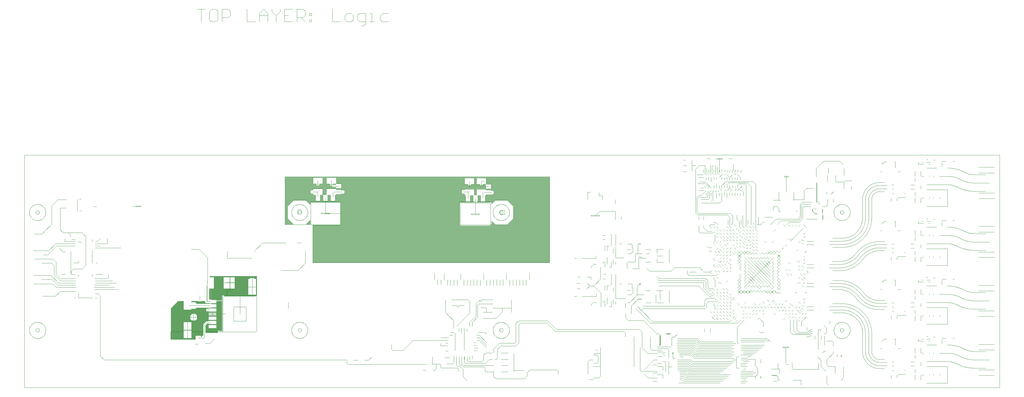
<source format=gtl>
*%FSLAX23Y23*%
*%MOIN*%
G01*
D11*
X4162Y5737D02*
X15879D01*
Y8532D02*
X4162D01*
Y5737D01*
X15879D02*
Y8532D01*
D15*
X11682Y6514D02*
X11509Y6688D01*
X11568Y6672D02*
X11710Y6530D01*
X12275Y6946D02*
X12392Y6829D01*
X6511Y6411D02*
X6344Y6414D01*
X6374Y6698D02*
X6235Y6698D01*
Y6746D02*
X6374Y6746D01*
X13194Y7762D02*
X13448Y7762D01*
X12824Y5794D02*
X12769D01*
Y5814D02*
X12847D01*
X12769Y5873D02*
X12946D01*
X12847Y5853D02*
X12769D01*
X12619Y5873D02*
X12119D01*
X12103Y5853D02*
X12595D01*
X12572Y5833D02*
X12090D01*
X12078Y5814D02*
X12548D01*
X12086Y5873D02*
X12036D01*
Y5853D02*
X12072D01*
X12054Y5833D02*
X12036D01*
X12054D02*
X12058D01*
X12804D02*
X12822D01*
X12519Y5794D02*
X12023D01*
X12938Y5873D02*
X12950D01*
X12918Y5892D02*
X12769D01*
X8297Y6066D02*
X8250D01*
X8169D02*
X8143D01*
X14736Y5946D02*
X14746D01*
X12548Y5932D02*
X12147D01*
X12154Y5951D02*
X12572D01*
X12595Y5971D02*
X12162D01*
X12170Y5991D02*
X12619D01*
X12643Y6010D02*
X12178D01*
X12186Y6030D02*
X12666D01*
X12769Y6010D02*
X12824D01*
X12769Y5932D02*
X12918D01*
X12151Y6010D02*
X12009D01*
Y6030D02*
X12158D01*
X12143Y5991D02*
X12009D01*
X12769D02*
X12847D01*
Y6030D02*
X12769D01*
X11765Y6010D02*
X11710D01*
X12769Y5912D02*
X12946D01*
X12135Y5971D02*
X12005D01*
X12056Y5951D02*
X12127D01*
X12056D02*
X12009D01*
X12194Y6050D02*
X12690D01*
X12166D02*
X12009D01*
Y6070D02*
X12174D01*
X11859Y6050D02*
X11832D01*
X8139Y6066D02*
X8111D01*
X12034Y5932D02*
X12097D01*
X12117D01*
X12137Y5912D02*
X12523D01*
X12643Y5892D02*
X12127D01*
X12107Y5912D02*
X12034D01*
X12036Y5892D02*
X12097D01*
X12099D01*
X12804Y5951D02*
X12814D01*
X12747Y5971D02*
X12727D01*
X12714Y6070D02*
X12662D01*
X12832Y6054D02*
X12871D01*
X12828Y6050D02*
X12800D01*
X12773Y6188D02*
X12985D01*
X12891Y6109D02*
X12859D01*
X12773Y6227D02*
X13032D01*
X13009Y6207D02*
X12773D01*
X12662Y6227D02*
X12265D01*
X12257Y6207D02*
X12690D01*
Y6129D02*
X12225D01*
X12210Y6089D02*
X12690D01*
X12210Y6227D02*
X12103D01*
X12095Y6207D02*
X12202D01*
X12194Y6188D02*
X12088D01*
X12009D01*
Y6207D02*
X12095D01*
X12103Y6227D02*
X12005D01*
X12249Y6188D02*
X12662D01*
X12773Y6129D02*
X12824D01*
X12840Y6089D02*
X12773D01*
X11808Y6168D02*
X11769D01*
X12217Y6109D02*
X12662D01*
Y6148D02*
X12233D01*
X11930Y6227D02*
X11800D01*
X11048Y6188D02*
X11029D01*
X12773Y6247D02*
X13056D01*
X12686D02*
X12273D01*
X12280Y6266D02*
X12710D01*
X12225D02*
X12119D01*
X12111Y6247D02*
X12217D01*
X12111D02*
X12005D01*
X12001Y6266D02*
X12119D01*
X11804Y6247D02*
X11788D01*
X9608Y6212D02*
X9563D01*
Y6180D02*
X9607D01*
X9590Y6243D02*
X9563D01*
X9268Y6095D02*
X9211D01*
X12009Y6168D02*
X12186D01*
X12178Y6148D02*
X12034D01*
X12030Y6129D02*
X12164D01*
X12168D01*
X12170D01*
X12798D02*
X12914D01*
X12938Y6148D02*
X12800D01*
X12798Y6168D02*
X12962D01*
X12745Y6266D02*
X12739D01*
X12743Y6109D02*
X12727D01*
X12058D02*
X12038D01*
X12058D02*
X12062D01*
X12241Y6168D02*
X12690D01*
X6310Y6402D02*
X6170D01*
Y6407D02*
X6310D01*
X6216Y6317D02*
X5920D01*
Y6322D02*
X6074D01*
X6170D01*
X6216D01*
X6074Y6327D02*
X5920D01*
X6074D02*
X6170D01*
X6216D01*
X6074Y6332D02*
X5920D01*
X6170D02*
X6216D01*
X6074Y6337D02*
X5920D01*
X6170D02*
X6216D01*
X6074Y6342D02*
X5920D01*
X6170D02*
X6216D01*
X6074Y6347D02*
X5920D01*
X6170D02*
X6216D01*
X6074Y6352D02*
X5920D01*
X6170D02*
X6216D01*
X6282D02*
X6292D01*
X6074Y6357D02*
X5920D01*
X6170D02*
X6216D01*
X6282D02*
X6292D01*
X6074Y6362D02*
X5920D01*
X6170D02*
X6216D01*
X6282D01*
X6292D01*
X6310D01*
X6074Y6367D02*
X5920D01*
X6170D02*
X6216D01*
X6282D01*
X6292D01*
X6310D01*
X6074Y6372D02*
X5920D01*
X6170D02*
X6310D01*
X6074Y6377D02*
X5920D01*
X6170D02*
X6310D01*
X6074Y6382D02*
X5920D01*
X6170D02*
X6310D01*
X6074Y6387D02*
X5920D01*
X6170D02*
X6310D01*
X6074Y6392D02*
X5920D01*
X6170D02*
X6310D01*
X6074Y6397D02*
X5920D01*
X6170D02*
X6310D01*
X6074Y6402D02*
X5920D01*
Y6407D02*
X6074D01*
X6344Y6412D02*
X6461D01*
X6170Y6330D02*
X6074D01*
X6292Y6362D02*
X6310D01*
X6282D02*
X6216D01*
X6282Y6349D02*
X6292D01*
X6340Y6395D02*
X6344D01*
X6216Y6315D02*
X5920D01*
Y6411D02*
X6074D01*
X6170D02*
X6310D01*
X6340D02*
X6344D01*
X6511D01*
X14901Y6296D02*
X14961D01*
X13060Y6286D02*
X12773D01*
X12828Y6325D02*
X13084D01*
X13076Y6306D02*
X12816D01*
X12682Y6286D02*
X12288D01*
X12773Y6325D02*
X12828D01*
X12816Y6306D02*
X12773D01*
X12249Y6325D02*
X12143D01*
X12135Y6306D02*
X12241D01*
X12233Y6286D02*
X12127D01*
X12009D01*
X12005Y6306D02*
X12135D01*
X12143Y6325D02*
X12009D01*
X11934Y6384D02*
X11867D01*
X11950Y6345D02*
X11969D01*
X11914Y6381D02*
X11883D01*
X11879Y6388D02*
X11918D01*
X6483Y6398D02*
X6340D01*
X6310D02*
X6170D01*
X6074D02*
X5921D01*
X6483Y6422D02*
X6532D01*
X6468Y6451D02*
X6374D01*
X6468Y6462D02*
X6532D01*
X6374D02*
X6340D01*
X6310D02*
X6170D01*
X6074D02*
X5921D01*
X6468Y6457D02*
X6532D01*
X6374D02*
X6340D01*
X6310D02*
X6170D01*
X6074D02*
X5921D01*
X6468Y6452D02*
X6532D01*
X6374D02*
X6340D01*
X6310D02*
X6170D01*
X6074D02*
X5921D01*
X6468Y6447D02*
X6532D01*
X6468D02*
X6374D01*
X6340D01*
X6310D02*
X6170D01*
X6074D02*
X5921D01*
X6468Y6442D02*
X6532D01*
X6468D02*
X6374D01*
X6340D01*
X6310D02*
X6170D01*
X6074D02*
X5921D01*
X6340Y6437D02*
X6532D01*
X6310D02*
X6170D01*
X6074D02*
X5921D01*
X6340Y6432D02*
X6532D01*
X6310D02*
X6170D01*
X6074D02*
X5921D01*
X6483Y6427D02*
X6532D01*
X6483D02*
X6340D01*
X6310D02*
X6170D01*
X6074D02*
X5921D01*
X6483Y6422D02*
X6532D01*
X6483D02*
X6340D01*
X6310D02*
X6170D01*
X6074D02*
X5921D01*
X6340Y6417D02*
X6483D01*
X6310D02*
X6170D01*
X6074D02*
X5921D01*
X6340Y6412D02*
X6483D01*
X6310D02*
X6170D01*
X6074D02*
X5921D01*
X6340Y6407D02*
X6483D01*
X6074D02*
X5921D01*
X6340Y6402D02*
X6483D01*
X6074D02*
X5921D01*
X9571Y6275D02*
X9580D01*
X13698Y6438D02*
X13725D01*
X13621D02*
X13609D01*
X13574Y6402D02*
X13525D01*
X13607Y6412D02*
X13621D01*
X13584Y6388D02*
X13527D01*
X13605Y6386D02*
X13629D01*
X13593Y6375D02*
X13527D01*
Y6402D02*
X13462D01*
X13434Y6388D02*
X13546D01*
X13542Y6375D02*
X13399D01*
X13397D01*
X13395D01*
X6442Y6621D02*
X6421D01*
X6400D01*
X6468Y6477D02*
X6532D01*
X6374D02*
X6340D01*
X6310D02*
X6170D01*
X6074D02*
X5921D01*
X6468Y6472D02*
X6532D01*
X6374D02*
X6340D01*
X6310D02*
X6170D01*
X6074D02*
X5921D01*
X6468Y6467D02*
X6532D01*
X6374D02*
X6340D01*
X6310D02*
X6170D01*
X6074D02*
X5921D01*
X14736Y6655D02*
X14746D01*
X12367Y6530D02*
X11710D01*
Y6514D02*
X11682D01*
X12347Y6530D02*
X12635D01*
X12666Y6514D02*
X12733D01*
X12678D02*
X11702D01*
X6235Y6583D02*
X6194D01*
X6153D01*
X6358Y6535D02*
X6374D01*
X6358D02*
X6346D01*
X6337D01*
X6358Y6505D02*
X6374D01*
X6319Y6508D02*
X6310D01*
X6372Y6652D02*
X6374D01*
X6372D02*
X6353D01*
X6350D01*
X6215Y6625D02*
X6173D01*
Y6542D02*
X6215D01*
X6170Y6525D02*
X6074D01*
X6410Y6651D02*
X6468D01*
X6410D02*
X6374D01*
Y6601D02*
X6468D01*
Y6642D02*
X6374D01*
Y6551D02*
X6468D01*
Y6592D02*
X6374D01*
X6408Y6501D02*
X6468D01*
X6408D02*
X6374D01*
X6408Y6542D02*
X6468D01*
X6408D02*
X6374D01*
Y6492D02*
X6468D01*
Y6662D02*
X6532D01*
X6343D02*
X5921D01*
X6468Y6657D02*
X6532D01*
X6343D02*
X5921D01*
X6468Y6652D02*
X6532D01*
X6350D02*
X5921D01*
X6468Y6647D02*
X6532D01*
X6468D02*
X6374D01*
X5921D01*
X6468Y6642D02*
X6532D01*
X6374D02*
X5921D01*
X6468Y6637D02*
X6532D01*
X6374D02*
X5921D01*
X6468Y6632D02*
X6532D01*
X6374D02*
X5921D01*
X6468Y6627D02*
X6532D01*
X6374D02*
X5921D01*
X6468Y6622D02*
X6532D01*
X6374D02*
X6217D01*
X6171D02*
X5921D01*
X6468Y6617D02*
X6532D01*
X6374D02*
X6222D01*
X6166D02*
X5921D01*
X6468Y6612D02*
X6532D01*
X6374D02*
X6235D01*
X6227D01*
X6161D02*
X6153D01*
X5921D01*
X6468Y6607D02*
X6532D01*
X6374D02*
X6235D01*
X6153D02*
X5921D01*
X6468Y6602D02*
X6532D01*
X6374D02*
X6235D01*
X6153D02*
X5921D01*
X6468Y6597D02*
X6532D01*
X6468D02*
X6374D01*
X6235D01*
X6153D02*
X5921D01*
X6468Y6592D02*
X6532D01*
X6374D02*
X6235D01*
X6153D02*
X5921D01*
X6468Y6587D02*
X6532D01*
X6374D02*
X6235D01*
X6153D02*
X5921D01*
X6468Y6582D02*
X6532D01*
X6374D02*
X6235D01*
X6153D02*
X5921D01*
X6468Y6577D02*
X6532D01*
X6374D02*
X6235D01*
X6153D02*
X5921D01*
X6468Y6572D02*
X6532D01*
X6374D02*
X6235D01*
X6153D02*
X5921D01*
X6468Y6567D02*
X6532D01*
X6374D02*
X6235D01*
X6153D02*
X5921D01*
X6468Y6562D02*
X6532D01*
X6374D02*
X6235D01*
X6153D02*
X5921D01*
X6468Y6557D02*
X6532D01*
X6374D02*
X6235D01*
X6153D02*
X5921D01*
X6468Y6552D02*
X6532D01*
X6374D02*
X6224D01*
X6163D02*
X5921D01*
X6468Y6547D02*
X6532D01*
X6468D02*
X6374D01*
X6219D01*
X6168D02*
X5921D01*
X6468Y6542D02*
X6532D01*
X6374D02*
X6337D01*
X5921D01*
X6468Y6537D02*
X6532D01*
X6374D02*
X6356D01*
X6348D01*
X6337D01*
X5921D01*
X6468Y6532D02*
X6532D01*
X6337D02*
X6170D01*
X6074D01*
X5921D01*
X6468Y6527D02*
X6532D01*
X6337D02*
X6170D01*
X6074D01*
X5921D01*
X6468Y6522D02*
X6532D01*
X6333D02*
X6170D01*
X6074D02*
X5921D01*
X6468Y6517D02*
X6532D01*
X6328D02*
X6170D01*
X6074D02*
X5921D01*
X6468Y6512D02*
X6532D01*
X6323D02*
X6310D01*
X6170D01*
X6074D02*
X5921D01*
X6468Y6507D02*
X6532D01*
X6318D02*
X6310D01*
X6170D01*
X6074D02*
X5921D01*
X6468Y6502D02*
X6532D01*
X6374D02*
X6355D01*
X6310D02*
X6170D01*
X6074D02*
X5921D01*
X6468Y6497D02*
X6532D01*
X6468D02*
X6408D01*
X6374D01*
X6350D01*
X6308D02*
X6170D01*
X6074D02*
X5921D01*
X6468Y6492D02*
X6532D01*
X6374D02*
X6345D01*
X6305D02*
X6170D01*
X6074D02*
X5921D01*
X6468Y6487D02*
X6532D01*
X6374D02*
X6340D01*
X6310D02*
X6170D01*
X6074D02*
X5921D01*
X6468Y6482D02*
X6532D01*
X6374D02*
X6340D01*
X6310D02*
X6170D01*
X6074D02*
X5921D01*
X6468Y6777D02*
X6532D01*
X6330D02*
X6289D01*
X6283D01*
X6257D02*
X6250D01*
X6170D01*
X6074D02*
X6009D01*
X6074Y6673D02*
X6170D01*
X6468Y6672D02*
X6532D01*
X6343D02*
X6170D01*
X6074D01*
X5921D01*
X6468Y6667D02*
X6532D01*
X6343D02*
X6170D01*
X6074D01*
X5921D01*
X12406Y6849D02*
X12420D01*
X12408D02*
X12438D01*
X12418Y6829D02*
X12392D01*
X12336Y6687D02*
X11585D01*
X12378Y6770D02*
X12476D01*
X12437Y6810D02*
X12382D01*
X12362D01*
X12332Y6717D02*
X11590D01*
X11630Y6756D02*
X11685D01*
X11761Y6757D02*
X11838D01*
X6350Y6687D02*
X6349D01*
X6374Y6750D02*
X6394D01*
X6374D02*
X6365D01*
X6353D01*
X6350D01*
X6341Y6752D02*
X6339D01*
X6341Y6750D02*
X6365D01*
X6341D02*
X6338D01*
X6394Y6746D02*
X6406D01*
X6394D02*
X6382D01*
X6394Y6698D02*
X6406D01*
X6374Y6690D02*
X6372D01*
X6353D01*
X6350D01*
X6279Y6774D02*
X6260D01*
X6215Y6765D02*
X6173D01*
Y6682D02*
X6215D01*
X6850Y6852D02*
X6946D01*
X6951Y6839D02*
X6597D01*
X6468Y6751D02*
X6406D01*
X6408Y6701D02*
X6468D01*
Y6742D02*
X6417D01*
X6409D01*
X6410Y6692D02*
X6468D01*
X6410D02*
X6374D01*
X6597Y6857D02*
X6850D01*
Y6852D02*
X6946D01*
X6850D02*
X6597D01*
X6850Y6847D02*
X6946D01*
X6850D02*
X6597D01*
Y6842D02*
X6951D01*
X6532Y6772D02*
X6468D01*
X6330D02*
X6170D01*
X6074D02*
X6004D01*
X6468Y6767D02*
X6532D01*
X6330D02*
X6170D01*
X6074D02*
X5999D01*
X6468Y6762D02*
X6532D01*
X6330D02*
X6217D01*
X6074D02*
X5994D01*
X6468Y6757D02*
X6532D01*
X6330D02*
X6222D01*
X6074D02*
X5989D01*
X6468Y6752D02*
X6532D01*
X6340D02*
X6235D01*
X6227D01*
X6074D02*
X5984D01*
X6468Y6747D02*
X6532D01*
X6468D02*
X6374D01*
X6235D01*
X6074D02*
X5979D01*
X6468Y6742D02*
X6532D01*
X6074D02*
X5974D01*
X6468Y6737D02*
X6532D01*
X6074D02*
X5969D01*
X6468Y6732D02*
X6532D01*
X6074D02*
X5964D01*
X6468Y6727D02*
X6532D01*
X6074D02*
X5959D01*
X6468Y6722D02*
X6532D01*
X6074D02*
X5954D01*
X6468Y6717D02*
X6532D01*
X6074D02*
X5949D01*
X6468Y6712D02*
X6532D01*
X6074D02*
X5944D01*
X6468Y6707D02*
X6532D01*
X6074D02*
X5939D01*
X6468Y6702D02*
X6532D01*
X6074D02*
X5934D01*
X6468Y6697D02*
X6532D01*
X6468D02*
X6374D01*
X6235D01*
X6074D02*
X5929D01*
X6468Y6692D02*
X6532D01*
X6374D02*
X6350D01*
X6224D01*
X6074D02*
X5924D01*
X6468Y6687D02*
X6532D01*
X6349D02*
X6343D01*
X6219D01*
X6074D02*
X5921D01*
X6468Y6682D02*
X6532D01*
X6343D02*
X6170D01*
X6074D02*
X5921D01*
X6468Y6677D02*
X6532D01*
X6343D02*
X6170D01*
X6074D02*
X5921D01*
X6468Y6787D02*
X6532D01*
X6394Y6798D02*
X6381D01*
X6542Y6848D02*
X6562D01*
X6542D02*
X6532D01*
X6562Y6839D02*
X6594D01*
X6468Y6792D02*
X6417D01*
X6412D01*
X6411D01*
X6381Y6857D02*
X6594D01*
Y6852D02*
X6562D01*
X6532D01*
X6381D01*
X6562Y6847D02*
X6594D01*
X6532D02*
X6381D01*
X6562Y6842D02*
X6594D01*
X6532D02*
X6381D01*
Y6837D02*
X6532D01*
Y6832D02*
X6381D01*
Y6827D02*
X6532D01*
Y6822D02*
X6381D01*
Y6817D02*
X6532D01*
Y6812D02*
X6381D01*
Y6807D02*
X6532D01*
Y6802D02*
X6381D01*
X6468Y6797D02*
X6532D01*
X6468D02*
X6407D01*
X6468Y6792D02*
X6532D01*
X6597Y6867D02*
X6850D01*
Y6862D02*
X6597D01*
X6594Y6867D02*
X6381D01*
Y6862D02*
X6594D01*
X5294Y6917D02*
X5260D01*
X11756Y6904D02*
X11789D01*
X14901Y7005D02*
X14961D01*
X10836Y6928D02*
X10804D01*
X10954Y6959D02*
X10969D01*
X10836Y6991D02*
X10800D01*
X5264Y6917D02*
X5213D01*
X5005D01*
X11786Y7051D02*
X12275D01*
X12345D01*
X12391Y6928D02*
X12438D01*
X12333Y7027D02*
X11780D01*
X12385Y6908D02*
X12417D01*
X12318Y6999D02*
X11772D01*
X11783Y6959D02*
X12262D01*
X11828Y6904D02*
X11787D01*
X6690Y6927D02*
X6597D01*
X6929Y7047D02*
X6946D01*
X6867D02*
X6850D01*
X6924Y7052D02*
X6946D01*
X6872D02*
X6850D01*
X6690D01*
Y7047D02*
X6850D01*
Y7042D02*
X6690D01*
Y7037D02*
X6850D01*
Y7032D02*
X6690D01*
Y7027D02*
X6850D01*
Y7022D02*
X6690D01*
Y7017D02*
X6850D01*
Y7012D02*
X6690D01*
Y7007D02*
X6850D01*
Y7002D02*
X6690D01*
Y6997D02*
X6850D01*
Y6992D02*
X6690D01*
Y6987D02*
X6850D01*
Y6982D02*
X6690D01*
Y6977D02*
X6850D01*
Y6972D02*
X6690D01*
Y6967D02*
X6850D01*
Y6962D02*
X6690D01*
Y6957D02*
X6850D01*
Y6952D02*
X6690D01*
Y6947D02*
X6850D01*
Y6942D02*
X6690D01*
Y6937D02*
X6850D01*
Y6932D02*
X6690D01*
Y6927D02*
X6850D01*
X6690D02*
X6597D01*
X6690Y6922D02*
X6850D01*
X6690D02*
X6597D01*
Y6917D02*
X6850D01*
Y6912D02*
X6597D01*
Y6907D02*
X6850D01*
Y6902D02*
X6597D01*
Y6897D02*
X6850D01*
Y6892D02*
X6597D01*
Y6887D02*
X6850D01*
Y6882D02*
X6597D01*
Y6877D02*
X6850D01*
Y6872D02*
X6597D01*
X6594Y6927D02*
X6552D01*
X6440D02*
X6381D01*
X6440Y7052D02*
X6552D01*
Y7047D02*
X6440D01*
Y7042D02*
X6552D01*
Y7037D02*
X6440D01*
Y7032D02*
X6552D01*
Y7027D02*
X6440D01*
Y7022D02*
X6552D01*
Y7017D02*
X6440D01*
Y7012D02*
X6552D01*
Y7007D02*
X6440D01*
Y7002D02*
X6552D01*
Y6997D02*
X6440D01*
Y6992D02*
X6552D01*
Y6987D02*
X6440D01*
Y6982D02*
X6552D01*
Y6977D02*
X6440D01*
Y6972D02*
X6552D01*
Y6967D02*
X6440D01*
Y6962D02*
X6552D01*
Y6957D02*
X6440D01*
Y6952D02*
X6552D01*
Y6947D02*
X6440D01*
Y6942D02*
X6552D01*
Y6937D02*
X6440D01*
Y6932D02*
X6552D01*
Y6927D02*
X6594D01*
X6552D02*
X6440D01*
X6381D01*
X6552Y6922D02*
X6594D01*
X6552D02*
X6440D01*
X6381D01*
Y6917D02*
X6594D01*
Y6912D02*
X6381D01*
Y6907D02*
X6594D01*
Y6902D02*
X6381D01*
Y6897D02*
X6594D01*
Y6892D02*
X6381D01*
Y6887D02*
X6594D01*
Y6882D02*
X6381D01*
Y6877D02*
X6594D01*
Y6872D02*
X6381D01*
X12145Y7085D02*
X12438D01*
X12477D01*
X6690Y7065D02*
X6597D01*
X6876Y7056D02*
X6920D01*
X6951Y7067D02*
X6690D01*
X6597D01*
X6690Y7062D02*
X6951D01*
Y7057D02*
X6690D01*
X6594Y7065D02*
X6552D01*
X6440D02*
X6388D01*
X6552Y7067D02*
X6594D01*
X6552D02*
X6440D01*
X6388D01*
X6440Y7062D02*
X6552D01*
Y7057D02*
X6440D01*
X11762Y7242D02*
X11806D01*
X11797D02*
X11841D01*
X6951Y7075D02*
X6597D01*
X6690Y7072D02*
X6951D01*
X6690D02*
X6597D01*
X6594Y7075D02*
X6602D01*
X6594D02*
X6388D01*
X6552Y7072D02*
X6594D01*
X6552D02*
X6440D01*
X6388D01*
X7625Y7239D02*
X10471D01*
Y7247D02*
X7625D01*
Y7242D02*
X10471D01*
X14736Y7363D02*
X14746D01*
X12418Y7381D02*
X12387D01*
X12383Y7420D02*
X12422D01*
X11798Y7319D02*
X11763D01*
X11760Y7400D02*
X11836D01*
X11830Y7319D02*
X11791D01*
X7626Y7337D02*
X7625D01*
X7626Y7442D02*
X10471D01*
Y7437D02*
X7626D01*
Y7432D02*
X10471D01*
Y7427D02*
X7626D01*
Y7422D02*
X10471D01*
Y7417D02*
X7626D01*
Y7412D02*
X10471D01*
Y7407D02*
X7626D01*
Y7402D02*
X10471D01*
Y7397D02*
X7626D01*
Y7392D02*
X10471D01*
Y7387D02*
X7626D01*
Y7382D02*
X10471D01*
Y7377D02*
X7626D01*
Y7372D02*
X10471D01*
Y7367D02*
X7626D01*
Y7362D02*
X10471D01*
Y7357D02*
X7626D01*
Y7352D02*
X10471D01*
Y7347D02*
X7626D01*
Y7342D02*
X10471D01*
Y7337D02*
X7626D01*
Y7332D02*
X10471D01*
Y7327D02*
X7625D01*
Y7322D02*
X10471D01*
Y7317D02*
X7625D01*
Y7312D02*
X10471D01*
Y7307D02*
X7625D01*
Y7302D02*
X10471D01*
Y7297D02*
X7625D01*
Y7292D02*
X10471D01*
Y7287D02*
X7625D01*
Y7282D02*
X10471D01*
Y7277D02*
X7625D01*
Y7272D02*
X10471D01*
Y7267D02*
X7625D01*
Y7262D02*
X10471D01*
Y7257D02*
X7625D01*
Y7252D02*
X10471D01*
X12277Y7597D02*
X12383D01*
X12375Y7597D02*
X12363D01*
X12375D02*
X12438D01*
X12418Y7617D02*
X12367D01*
X7626Y7571D02*
X7625D01*
Y7637D02*
X10471D01*
Y7632D02*
X7625D01*
Y7627D02*
X10471D01*
Y7622D02*
X7625D01*
Y7617D02*
X10471D01*
Y7612D02*
X7625D01*
Y7607D02*
X10471D01*
Y7602D02*
X7625D01*
Y7597D02*
X10471D01*
Y7592D02*
X7625D01*
Y7587D02*
X10471D01*
Y7582D02*
X7625D01*
X7626Y7577D02*
X10471D01*
Y7572D02*
X7626D01*
Y7567D02*
X10471D01*
Y7562D02*
X7626D01*
Y7557D02*
X10471D01*
Y7552D02*
X7626D01*
Y7547D02*
X10471D01*
Y7542D02*
X7626D01*
Y7537D02*
X10471D01*
Y7532D02*
X7626D01*
Y7527D02*
X10471D01*
Y7522D02*
X7626D01*
Y7517D02*
X10471D01*
Y7512D02*
X7626D01*
Y7507D02*
X10471D01*
Y7502D02*
X7626D01*
Y7497D02*
X10471D01*
Y7492D02*
X7626D01*
Y7487D02*
X10471D01*
Y7482D02*
X7626D01*
Y7477D02*
X10471D01*
Y7472D02*
X7626D01*
Y7467D02*
X10471D01*
Y7462D02*
X7626D01*
Y7457D02*
X10471D01*
Y7452D02*
X7626D01*
Y7447D02*
X10471D01*
X6033Y6411D02*
Y6315D01*
X6028D02*
Y6411D01*
X6023D02*
Y6315D01*
X6018D02*
Y6411D01*
X6013D02*
Y6315D01*
X6008D02*
Y6411D01*
X6003D02*
Y6315D01*
X5998D02*
Y6411D01*
X5993D02*
Y6315D01*
X5988D02*
Y6411D01*
X5983D02*
Y6315D01*
X5978D02*
Y6411D01*
X5973D02*
Y6315D01*
X5968D02*
Y6411D01*
X5963D02*
Y6315D01*
X5958D02*
Y6411D01*
X5953D02*
Y6315D01*
X5948D02*
Y6411D01*
X5943D02*
Y6315D01*
X5938D02*
Y6411D01*
X5933D02*
Y6315D01*
X5928D02*
Y6411D01*
X5923D02*
Y6315D01*
X5920D02*
Y6411D01*
X5921Y6398D02*
Y6689D01*
X5923Y6691D02*
Y6398D01*
X5928D02*
Y6696D01*
X5933Y6701D02*
Y6398D01*
X5938D02*
Y6706D01*
X5943Y6711D02*
Y6398D01*
X5948D02*
Y6716D01*
X5953Y6721D02*
Y6398D01*
X5958D02*
Y6726D01*
X5963Y6731D02*
Y6398D01*
X5968D02*
Y6736D01*
X5973Y6741D02*
Y6398D01*
X5978D02*
Y6746D01*
X5983Y6751D02*
Y6398D01*
X5988D02*
Y6756D01*
X5993Y6761D02*
Y6398D01*
X5998D02*
Y6766D01*
X6003Y6771D02*
Y6398D01*
X6008D02*
Y6776D01*
X6013Y6777D02*
Y6398D01*
X6018D02*
Y6777D01*
X6023D02*
Y6398D01*
X6028D02*
Y6777D01*
X6033D02*
Y6398D01*
X5945Y6713D02*
X6009Y6777D01*
X5945Y6713D02*
X5921Y6689D01*
X12253Y7814D02*
X12609D01*
X12605D01*
X12643Y7831D02*
X12263D01*
X14901Y7713D02*
X14961D01*
X12473Y7719D02*
X12438D01*
X12969Y7696D02*
X13009D01*
X12414D02*
X12410D01*
X12414D02*
X12458D01*
X10471Y7697D02*
X9965D01*
X9817D02*
X9763D01*
X9396D02*
X7962D01*
X9818Y7697D02*
X9964D01*
X7962Y7691D02*
X7625D01*
X9396Y7684D02*
X9763D01*
X9964Y7697D02*
X10471D01*
X9818D02*
X9763D01*
X9396D02*
X7962D01*
X9763Y7692D02*
X10471D01*
X9396D02*
X7962D01*
X9763Y7687D02*
X10471D01*
X9396D02*
X7962D01*
X7625D01*
X9763Y7682D02*
X10471D01*
X9763D02*
X9396D01*
X7625D01*
X9763Y7677D02*
X10471D01*
X9763D02*
X9396D01*
X7625D01*
Y7672D02*
X10471D01*
Y7667D02*
X7625D01*
Y7662D02*
X10471D01*
Y7657D02*
X7625D01*
Y7652D02*
X10471D01*
Y7647D02*
X7625D01*
Y7642D02*
X10471D01*
X7962Y7830D02*
X7778D01*
X9776Y7696D02*
X10473D01*
X9386D02*
X7962D01*
X7595D02*
X7294D01*
X7396Y7697D02*
X7542D01*
X10037Y7832D02*
X10473D01*
X9386D02*
X7962D01*
X7323D02*
X7294D01*
X10037Y7827D02*
X10473D01*
X9386D02*
X7962D01*
X7323D02*
X7294D01*
X10037Y7822D02*
X10473D01*
X9386D02*
X7962D01*
X7323D02*
X7294D01*
X10037Y7817D02*
X10473D01*
X9386D02*
X7962D01*
X7323D02*
X7294D01*
X10037Y7812D02*
X10473D01*
X9386D02*
X7962D01*
X7323D02*
X7294D01*
X10037Y7807D02*
X10473D01*
X9386D02*
X7962D01*
X7323D02*
X7294D01*
X10037Y7802D02*
X10473D01*
X9386D02*
X7962D01*
X7323D02*
X7294D01*
X10037Y7797D02*
X10473D01*
X9386D02*
X7962D01*
X7323D02*
X7294D01*
X10037Y7792D02*
X10473D01*
X9386D02*
X7962D01*
X7323D02*
X7294D01*
X10037Y7787D02*
X10473D01*
X9386D02*
X7962D01*
X7323D02*
X7294D01*
X10037Y7782D02*
X10473D01*
X9386D02*
X7962D01*
X7323D02*
X7294D01*
X10037Y7777D02*
X10473D01*
X9386D02*
X7962D01*
X7323D02*
X7294D01*
X10037Y7772D02*
X10473D01*
X9386D02*
X7962D01*
X7323D02*
X7294D01*
X10037Y7767D02*
X10473D01*
X9386D02*
X7962D01*
X7323D02*
X7294D01*
X10037Y7762D02*
X10473D01*
X10037D02*
X10029D01*
X9386D02*
X7962D01*
X7331D02*
X7323D01*
X7294D01*
X10024Y7757D02*
X10473D01*
X9386D02*
X7962D01*
X7336D02*
X7294D01*
X10019Y7752D02*
X10473D01*
X9386D02*
X7962D01*
X7341D02*
X7294D01*
X10014Y7747D02*
X10473D01*
X9386D02*
X7962D01*
X7346D02*
X7294D01*
X10009Y7742D02*
X10473D01*
X9386D02*
X7962D01*
X7595D02*
X7587D01*
X7351D02*
X7294D01*
X10004Y7737D02*
X10473D01*
X9386D02*
X7962D01*
X7595D02*
X7582D01*
X7356D02*
X7294D01*
X9999Y7732D02*
X10473D01*
X9783D02*
X9776D01*
X9386D02*
X7962D01*
X7595D02*
X7577D01*
X7361D02*
X7294D01*
X9994Y7727D02*
X10473D01*
X9788D02*
X9776D01*
X9386D02*
X7962D01*
X7595D02*
X7572D01*
X7366D02*
X7294D01*
X9989Y7722D02*
X10473D01*
X9793D02*
X9776D01*
X9386D02*
X7962D01*
X7595D02*
X7567D01*
X7371D02*
X7294D01*
X9984Y7717D02*
X10473D01*
X9798D02*
X9776D01*
X9386D02*
X7962D01*
X7595D02*
X7562D01*
X7376D02*
X7294D01*
X9979Y7712D02*
X10473D01*
X9803D02*
X9776D01*
X9386D02*
X7962D01*
X7595D02*
X7557D01*
X7381D02*
X7294D01*
X9974Y7707D02*
X10473D01*
X9808D02*
X9776D01*
X9386D02*
X7962D01*
X7595D02*
X7552D01*
X7386D02*
X7294D01*
X9969Y7702D02*
X10473D01*
X9813D02*
X9776D01*
X9386D02*
X7962D01*
X7595D02*
X7547D01*
X7391D02*
X7294D01*
X9964Y7697D02*
X10473D01*
X9818D02*
X9776D01*
X9386D02*
X7962D01*
X7595D02*
X7542D01*
X7396D02*
X7294D01*
X13040Y7727D02*
X13050D01*
X13658Y7827D02*
X13688D01*
X13471Y7727D02*
X13353D01*
X13253Y7743D02*
X13456D01*
X6058Y6411D02*
Y6315D01*
X6053D02*
Y6411D01*
X6048D02*
Y6315D01*
X6043D02*
Y6411D01*
X6038D02*
Y6315D01*
Y6398D02*
Y6777D01*
X6043D02*
Y6398D01*
X6048D02*
Y6777D01*
X6053D02*
Y6398D01*
X6058D02*
Y6777D01*
X6228Y6411D02*
Y6362D01*
X6223D02*
Y6411D01*
X6218D02*
Y6362D01*
X6213D02*
Y6315D01*
Y6362D02*
Y6411D01*
X6208Y6362D02*
Y6315D01*
Y6362D02*
Y6411D01*
X6203D02*
Y6315D01*
X6198D02*
Y6411D01*
X6193D02*
Y6315D01*
X6188D02*
Y6411D01*
X6183D02*
Y6315D01*
X6178D02*
Y6330D01*
Y6411D01*
X6173Y6330D02*
Y6315D01*
Y6330D02*
Y6411D01*
X6168Y6330D02*
Y6315D01*
X6163D02*
Y6330D01*
X6158D02*
Y6315D01*
X6153D02*
Y6330D01*
X6148D02*
Y6315D01*
X6143D02*
Y6330D01*
X6138D02*
Y6315D01*
X6133D02*
Y6330D01*
X6128D02*
Y6315D01*
X6123D02*
Y6330D01*
X6118D02*
Y6315D01*
X6113D02*
Y6330D01*
X6108D02*
Y6315D01*
X6103D02*
Y6330D01*
X6098D02*
Y6315D01*
X6093D02*
Y6330D01*
X6088D02*
Y6315D01*
X6083D02*
Y6330D01*
X6078D02*
Y6315D01*
X6073D02*
Y6330D01*
Y6411D01*
X6068Y6330D02*
Y6315D01*
Y6330D02*
Y6411D01*
X6063D02*
Y6315D01*
X6074Y6330D02*
Y6411D01*
X6170D02*
Y6330D01*
X6216Y6315D02*
Y6362D01*
X6194Y6583D02*
Y6625D01*
Y6583D02*
Y6542D01*
X6153Y6563D02*
Y6604D01*
X6170Y6525D02*
Y6398D01*
X6074D02*
Y6525D01*
X6170Y6765D02*
Y6777D01*
Y6765D02*
Y6762D01*
Y6685D02*
Y6682D01*
Y6673D01*
X6074D02*
Y6777D01*
X6063D02*
Y6398D01*
X6068Y6673D02*
Y6777D01*
Y6673D02*
Y6525D01*
Y6398D01*
X6073Y6673D02*
Y6777D01*
Y6673D02*
Y6525D01*
Y6398D01*
X6078Y6525D02*
Y6673D01*
X6083D02*
Y6525D01*
X6088D02*
Y6673D01*
X6093D02*
Y6525D01*
X6098D02*
Y6673D01*
X6103D02*
Y6525D01*
X6108D02*
Y6673D01*
X6113D02*
Y6525D01*
X6118D02*
Y6673D01*
X6123D02*
Y6525D01*
X6128D02*
Y6673D01*
X6133D02*
Y6525D01*
X6138D02*
Y6673D01*
X6143D02*
Y6525D01*
X6148D02*
Y6673D01*
X6153D02*
Y6604D01*
Y6562D02*
Y6525D01*
X6158Y6609D02*
Y6673D01*
Y6557D02*
Y6525D01*
X6163Y6614D02*
Y6673D01*
Y6552D02*
Y6525D01*
X6168Y6625D02*
Y6673D01*
Y6542D02*
Y6525D01*
X6173Y6765D02*
Y6777D01*
Y6682D02*
Y6673D01*
Y6625D01*
Y6542D02*
Y6525D01*
Y6398D01*
X6178Y6765D02*
Y6777D01*
Y6682D02*
Y6673D01*
Y6625D01*
Y6542D02*
Y6525D01*
Y6398D01*
X6183Y6765D02*
Y6777D01*
Y6682D02*
Y6625D01*
Y6542D02*
Y6398D01*
X6188Y6765D02*
Y6777D01*
Y6682D02*
Y6625D01*
Y6542D02*
Y6398D01*
X6193Y6765D02*
Y6777D01*
Y6682D02*
Y6625D01*
Y6542D02*
Y6398D01*
X6198Y6765D02*
Y6777D01*
Y6682D02*
Y6625D01*
Y6542D02*
Y6398D01*
X6203Y6765D02*
Y6777D01*
Y6682D02*
Y6625D01*
Y6542D02*
Y6398D01*
X6208Y6765D02*
Y6777D01*
Y6682D02*
Y6625D01*
Y6542D02*
Y6398D01*
X6213Y6765D02*
Y6777D01*
Y6682D02*
Y6625D01*
Y6542D02*
Y6398D01*
X6218Y6765D02*
Y6777D01*
Y6682D02*
Y6625D01*
Y6542D02*
Y6398D01*
X6223Y6765D02*
Y6777D01*
Y6765D02*
Y6756D01*
Y6691D02*
Y6682D01*
Y6625D01*
Y6616D01*
Y6551D02*
Y6542D01*
Y6398D01*
X6228Y6751D02*
Y6777D01*
Y6696D02*
Y6611D01*
Y6556D02*
Y6398D01*
X6153Y6604D02*
X6173Y6625D01*
X6235Y6563D02*
X6215Y6542D01*
X6170Y6762D02*
X6173Y6765D01*
X6231Y6698D02*
X6215Y6682D01*
X6153Y6563D02*
X6173Y6542D01*
X6235Y6604D02*
X6215Y6625D01*
X6173Y6682D02*
X6170Y6685D01*
X6233Y6746D02*
X6215Y6765D01*
X6231Y6698D02*
X6235Y6698D01*
X12296Y7955D02*
X12517D01*
X12379Y8001D02*
X12292D01*
X9776Y7970D02*
X9763D01*
X9746D01*
X9698D01*
X9641D01*
X9608D01*
X9599D01*
X9561D02*
X9551D01*
X9518D01*
X9461D01*
X9415D01*
X9396D01*
X9386D01*
X7542Y7989D02*
X7396D01*
X9818D02*
X9964D01*
X7962Y7969D02*
X7595D01*
X7750Y7981D02*
X7807D01*
X7840Y7981D02*
X7897D01*
X7717D02*
X7660D01*
X9599Y7974D02*
X9608D01*
X9561D02*
X9551D01*
X9641Y7974D02*
X9698D01*
X9518D02*
X9461D01*
X9698Y8032D02*
X10473D01*
X9641D02*
X9608D01*
X9551D02*
X9518D01*
X9461D02*
X7897D01*
X7840D02*
X7807D01*
X7750D02*
X7717D01*
X7660D02*
X7294D01*
X9698Y8027D02*
X10473D01*
X9641D02*
X9608D01*
X9551D02*
X9518D01*
X9461D02*
X7897D01*
X7840D02*
X7807D01*
X7750D02*
X7717D01*
X7660D02*
X7294D01*
X9698Y8022D02*
X10473D01*
X9641D02*
X9608D01*
X9551D02*
X9518D01*
X9461D02*
X7897D01*
X7840D02*
X7807D01*
X7750D02*
X7717D01*
X7660D02*
X7294D01*
X9698Y8017D02*
X10473D01*
X9641D02*
X9608D01*
X9551D02*
X9518D01*
X9461D02*
X7897D01*
X7840D02*
X7807D01*
X7750D02*
X7717D01*
X7660D02*
X7294D01*
X9698Y8012D02*
X10473D01*
X9641D02*
X9608D01*
X9551D02*
X9518D01*
X9461D02*
X7897D01*
X7840D02*
X7807D01*
X7750D02*
X7717D01*
X7660D02*
X7294D01*
X9698Y8007D02*
X10473D01*
X9641D02*
X9608D01*
X9551D02*
X9518D01*
X9461D02*
X7897D01*
X7840D02*
X7807D01*
X7750D02*
X7717D01*
X7660D02*
X7294D01*
X9698Y8002D02*
X10473D01*
X9641D02*
X9608D01*
X9551D02*
X9518D01*
X9461D02*
X7897D01*
X7840D02*
X7807D01*
X7750D02*
X7717D01*
X7660D02*
X7294D01*
X9698Y7997D02*
X10473D01*
X9641D02*
X9608D01*
X9551D02*
X9518D01*
X9461D02*
X7897D01*
X7840D02*
X7807D01*
X7750D02*
X7717D01*
X7660D02*
X7294D01*
X9698Y7992D02*
X10473D01*
X9641D02*
X9608D01*
X9551D02*
X9518D01*
X9461D02*
X7897D01*
X7840D02*
X7807D01*
X7750D02*
X7717D01*
X7660D02*
X7294D01*
X9966Y7987D02*
X10473D01*
X9816D02*
X9698D01*
X9641D02*
X9608D01*
X9551D02*
X9518D01*
X9461D02*
X7897D01*
X7840D02*
X7807D01*
X7750D02*
X7717D01*
X7660D02*
X7544D01*
X7394D02*
X7294D01*
X9971Y7982D02*
X10473D01*
X9811D02*
X9698D01*
X9641D02*
X9608D01*
X9551D02*
X9518D01*
X9461D02*
X7897D01*
X7840D02*
X7807D01*
X7750D02*
X7717D01*
X7660D02*
X7549D01*
X7389D02*
X7294D01*
X9976Y7977D02*
X10473D01*
X9806D02*
X9776D01*
X9746D01*
X9698D01*
X9641D02*
X9608D01*
X9551D02*
X9518D01*
X9461D02*
X9386D01*
X7962D01*
X7897D01*
X7840D01*
X7807D01*
X7750D01*
X7717D01*
X7660D01*
X7595D01*
X7554D01*
X7384D02*
X7294D01*
X9981Y7972D02*
X10473D01*
X9801D02*
X9776D01*
X9746D01*
X9698D01*
X9641D01*
X9608D01*
X9599D01*
X9561D02*
X9551D01*
X9518D01*
X9461D01*
X9386D01*
X7962D01*
X7595D01*
X7559D01*
X7379D02*
X7294D01*
X9986Y7967D02*
X10473D01*
X9796D02*
X9776D01*
X9386D02*
X7962D01*
X7595D02*
X7564D01*
X7374D02*
X7294D01*
X9991Y7962D02*
X10473D01*
X9791D02*
X9776D01*
X9386D02*
X7962D01*
X7595D02*
X7569D01*
X7369D02*
X7294D01*
X9996Y7957D02*
X10473D01*
X9786D02*
X9776D01*
X9386D02*
X7962D01*
X7595D02*
X7574D01*
X7364D02*
X7294D01*
X10001Y7952D02*
X10473D01*
X9386D02*
X7962D01*
X7595D02*
X7579D01*
X7359D02*
X7294D01*
X10006Y7947D02*
X10473D01*
X9386D02*
X7962D01*
X7595D02*
X7584D01*
X7354D02*
X7294D01*
X10011Y7942D02*
X10473D01*
X9386D02*
X7962D01*
X7349D02*
X7294D01*
X10016Y7937D02*
X10473D01*
X9386D02*
X7962D01*
X7344D02*
X7294D01*
X10021Y7932D02*
X10473D01*
X9386D02*
X7962D01*
X7339D02*
X7294D01*
X10026Y7927D02*
X10473D01*
X9386D02*
X7962D01*
X7334D02*
X7294D01*
X10037Y7922D02*
X10473D01*
X9386D02*
X7962D01*
X7323D02*
X7294D01*
X10037Y7917D02*
X10473D01*
X9386D02*
X7962D01*
X7323D02*
X7294D01*
X10037Y7912D02*
X10473D01*
X9386D02*
X7962D01*
X7323D02*
X7294D01*
X10037Y7907D02*
X10473D01*
X9386D02*
X7962D01*
X7323D02*
X7294D01*
X10037Y7902D02*
X10473D01*
X9386D02*
X7962D01*
X7323D02*
X7294D01*
X10037Y7897D02*
X10473D01*
X9386D02*
X7962D01*
X7323D02*
X7294D01*
X10037Y7892D02*
X10473D01*
X9386D02*
X7962D01*
X7323D02*
X7294D01*
X10037Y7887D02*
X10473D01*
X9386D02*
X7962D01*
X7323D02*
X7294D01*
X10037Y7882D02*
X10473D01*
X9386D02*
X7962D01*
X7323D02*
X7294D01*
X10037Y7877D02*
X10473D01*
X9386D02*
X7962D01*
X7323D02*
X7294D01*
X10037Y7872D02*
X10473D01*
X9386D02*
X7962D01*
X7323D02*
X7294D01*
X10037Y7867D02*
X10473D01*
X9386D02*
X7962D01*
X7323D02*
X7294D01*
X10037Y7862D02*
X10473D01*
X9386D02*
X7962D01*
X7323D02*
X7294D01*
X10037Y7857D02*
X10473D01*
X9386D02*
X7962D01*
X7323D02*
X7294D01*
X10037Y7852D02*
X10473D01*
X9386D02*
X7962D01*
X7323D02*
X7294D01*
X10037Y7847D02*
X10473D01*
X9386D02*
X7962D01*
X7323D02*
X7294D01*
X10037Y7842D02*
X10473D01*
X9386D02*
X7962D01*
X7323D02*
X7294D01*
X10037Y7837D02*
X10473D01*
X9386D02*
X7962D01*
X7323D02*
X7294D01*
X13647Y7888D02*
X13672D01*
X13625Y7965D02*
X13505D01*
X13507Y7942D02*
X13609D01*
X13605Y7914D02*
X13525D01*
X6330Y6777D02*
Y6776D01*
X6253Y6411D02*
Y6362D01*
X6248D02*
Y6411D01*
X6243D02*
Y6362D01*
X6238D02*
Y6411D01*
X6233D02*
Y6362D01*
X6235Y6563D02*
Y6604D01*
X6233Y6746D02*
Y6777D01*
Y6698D02*
Y6606D01*
Y6561D02*
Y6398D01*
X6238Y6746D02*
Y6777D01*
Y6698D02*
Y6398D01*
X6243Y6746D02*
Y6777D01*
Y6698D02*
Y6398D01*
X6248Y6746D02*
Y6777D01*
Y6698D02*
Y6398D01*
X6253Y6746D02*
Y6774D01*
Y6698D02*
Y6398D01*
X6343Y6395D02*
Y6411D01*
X6308D02*
Y6362D01*
X6303D02*
Y6411D01*
X6298D02*
Y6362D01*
X6293D02*
Y6411D01*
X6288Y6362D02*
Y6349D01*
Y6362D02*
Y6411D01*
X6283Y6362D02*
Y6349D01*
Y6362D02*
Y6411D01*
X6278D02*
Y6362D01*
X6273D02*
Y6411D01*
X6268D02*
Y6362D01*
X6263D02*
Y6411D01*
X6258D02*
Y6362D01*
X6292D02*
Y6349D01*
X6282D02*
Y6362D01*
X6310D02*
Y6411D01*
X6340D02*
Y6395D01*
X6344D02*
Y6411D01*
Y6414D01*
X6337Y6526D02*
Y6535D01*
X6350Y6687D02*
Y6688D01*
X6330Y6764D02*
Y6777D01*
Y6764D02*
Y6762D01*
Y6759D01*
Y6773D02*
Y6776D01*
Y6774D01*
Y6771D01*
X6340Y6487D02*
Y6398D01*
X6310Y6499D02*
Y6508D01*
Y6499D02*
Y6487D01*
Y6398D01*
X6343Y6661D02*
Y6681D01*
X6374Y6748D02*
Y6750D01*
Y6698D02*
Y6698D01*
Y6692D02*
Y6690D01*
Y6688D01*
Y6687D01*
Y6654D02*
Y6652D01*
Y6651D01*
Y6648D01*
Y6642D02*
Y6601D01*
Y6598D01*
Y6592D02*
Y6551D01*
Y6548D01*
Y6542D02*
Y6535D01*
Y6505D02*
Y6501D01*
Y6498D01*
Y6492D02*
Y6451D01*
Y6448D01*
X6258Y6746D02*
Y6774D01*
Y6698D02*
Y6398D01*
X6263Y6746D02*
Y6774D01*
Y6698D02*
Y6398D01*
X6268Y6746D02*
Y6774D01*
Y6698D02*
Y6398D01*
X6273Y6746D02*
Y6774D01*
Y6698D02*
Y6398D01*
X6278Y6746D02*
Y6774D01*
Y6698D02*
Y6398D01*
X6283Y6746D02*
Y6774D01*
Y6698D02*
Y6398D01*
X6288Y6746D02*
Y6774D01*
Y6698D02*
Y6398D01*
X6293Y6746D02*
Y6777D01*
Y6698D02*
Y6398D01*
X6298Y6746D02*
Y6777D01*
Y6698D02*
Y6398D01*
X6303Y6746D02*
Y6777D01*
Y6698D02*
Y6508D01*
Y6398D01*
X6308Y6746D02*
Y6777D01*
Y6698D02*
Y6508D01*
Y6497D01*
Y6489D01*
Y6398D01*
X6313Y6746D02*
Y6777D01*
Y6698D02*
Y6508D01*
X6318Y6746D02*
Y6777D01*
Y6698D02*
Y6508D01*
X6323Y6746D02*
Y6777D01*
Y6698D02*
Y6512D01*
X6328Y6746D02*
Y6777D01*
Y6698D02*
Y6517D01*
X6333Y6752D02*
Y6759D01*
Y6698D02*
Y6535D01*
Y6522D01*
X6338Y6535D02*
Y6698D01*
Y6535D02*
Y6527D01*
X6343Y6687D02*
Y6698D01*
Y6687D02*
Y6681D01*
Y6657D02*
Y6535D01*
Y6490D02*
Y6398D01*
X6348Y6690D02*
Y6698D01*
Y6652D02*
Y6537D01*
Y6495D02*
Y6398D01*
X6353Y6690D02*
Y6698D01*
Y6652D02*
Y6540D01*
Y6500D02*
Y6398D01*
X6358Y6690D02*
Y6698D01*
Y6652D02*
Y6535D01*
Y6505D02*
Y6398D01*
X6363Y6690D02*
Y6698D01*
Y6652D02*
Y6535D01*
Y6505D02*
Y6398D01*
X6368Y6692D02*
Y6698D01*
Y6651D02*
Y6642D01*
Y6601D01*
Y6592D01*
Y6551D01*
Y6542D01*
Y6535D01*
Y6501D02*
Y6492D01*
Y6451D01*
Y6398D01*
X6373Y6692D02*
Y6698D01*
Y6651D02*
Y6642D01*
Y6601D01*
Y6592D01*
Y6551D01*
Y6542D01*
Y6535D01*
Y6501D02*
Y6492D01*
Y6451D01*
Y6398D01*
X6378Y6692D02*
Y6698D01*
Y6651D02*
Y6642D01*
Y6601D02*
Y6592D01*
Y6551D02*
Y6542D01*
Y6501D02*
Y6492D01*
Y6451D02*
Y6398D01*
X6383Y6692D02*
Y6698D01*
Y6651D02*
Y6642D01*
Y6601D02*
Y6592D01*
Y6551D02*
Y6542D01*
Y6501D02*
Y6492D01*
Y6451D02*
Y6398D01*
X6388Y6692D02*
Y6698D01*
Y6651D02*
Y6642D01*
Y6601D02*
Y6592D01*
Y6551D02*
Y6542D01*
Y6501D02*
Y6492D01*
Y6451D02*
Y6398D01*
X6393Y6692D02*
Y6698D01*
Y6651D02*
Y6642D01*
Y6601D02*
Y6592D01*
Y6551D02*
Y6542D01*
Y6501D02*
Y6492D01*
Y6451D02*
Y6398D01*
X6398Y6692D02*
Y6698D01*
Y6651D02*
Y6642D01*
Y6601D02*
Y6592D01*
Y6551D02*
Y6542D01*
Y6501D02*
Y6492D01*
Y6451D02*
Y6398D01*
X6403Y6692D02*
Y6698D01*
Y6651D02*
Y6642D01*
Y6601D02*
Y6592D01*
Y6551D02*
Y6542D01*
Y6501D02*
Y6492D01*
Y6451D02*
Y6398D01*
X6408Y6692D02*
Y6698D01*
Y6651D02*
Y6642D01*
Y6601D02*
Y6592D01*
Y6551D02*
Y6542D01*
Y6501D02*
Y6492D01*
Y6451D02*
Y6398D01*
X6413Y6692D02*
Y6698D01*
Y6651D02*
Y6642D01*
Y6601D02*
Y6592D01*
Y6551D02*
Y6542D01*
Y6501D02*
Y6492D01*
Y6451D02*
Y6398D01*
X6418Y6742D02*
Y6751D01*
Y6701D02*
Y6692D01*
Y6651D02*
Y6642D01*
Y6601D02*
Y6592D01*
Y6551D02*
Y6542D01*
Y6501D02*
Y6492D01*
Y6451D02*
Y6398D01*
X6423Y6742D02*
Y6751D01*
Y6701D02*
Y6692D01*
Y6651D02*
Y6642D01*
Y6601D02*
Y6592D01*
Y6551D02*
Y6542D01*
Y6501D02*
Y6492D01*
Y6451D02*
Y6398D01*
X6428Y6742D02*
Y6751D01*
Y6701D02*
Y6692D01*
Y6651D02*
Y6642D01*
Y6601D02*
Y6592D01*
Y6551D02*
Y6542D01*
Y6501D02*
Y6492D01*
Y6451D02*
Y6398D01*
X6381Y6798D02*
Y6927D01*
X6388Y7065D02*
Y7075D01*
X6383Y6927D02*
Y6798D01*
X6388Y7065D02*
Y7075D01*
Y6927D02*
Y6798D01*
X6393Y7065D02*
Y7075D01*
Y6927D02*
Y6798D01*
X6398Y7065D02*
Y7075D01*
Y6927D02*
Y6798D01*
X6403Y7065D02*
Y7075D01*
X6408D02*
Y7065D01*
Y6927D02*
Y6796D01*
X6413Y7065D02*
Y7075D01*
Y6927D02*
Y6792D01*
X6418Y7065D02*
Y7075D01*
Y6927D02*
Y6792D01*
X6423Y7065D02*
Y7075D01*
Y6927D02*
Y6792D01*
X6428Y7065D02*
Y7075D01*
Y6927D02*
Y6792D01*
X6406Y6751D02*
X6406Y6750D01*
X6358Y6505D02*
X6353Y6501D01*
X6345Y6492D01*
X6340Y6487D01*
X6346Y6535D02*
X6352Y6541D01*
X6346Y6535D02*
X6340Y6529D01*
X6337Y6526D01*
X6319Y6508D01*
X6316Y6505D01*
X6310Y6499D01*
X6304Y6493D01*
X6406Y6698D02*
X6408Y6701D01*
X6353Y6690D02*
X6349Y6687D01*
X6343Y6681D01*
X6372Y6652D02*
X6374Y6654D01*
X6279Y6774D02*
X6283Y6777D01*
X6330Y6762D02*
X6337Y6754D01*
X6339Y6752D01*
X6340Y6751D01*
X6341Y6750D01*
X6337Y6756D02*
X6330Y6764D01*
X6337Y6756D02*
X6341Y6752D01*
X6352Y6541D02*
X6358Y6535D01*
X6310Y6487D02*
X6304Y6493D01*
X6409Y6742D02*
X6406Y6746D01*
X6343Y6661D02*
X6347Y6657D01*
X6353Y6652D01*
X6374Y6688D02*
X6372Y6690D01*
X6260Y6774D02*
X6257Y6777D01*
X6406Y6798D02*
X6411Y6793D01*
X6412Y6792D01*
X6235Y6746D02*
X6233Y6746D01*
X6374Y6698D02*
X6394Y6698D01*
X6394Y6746D02*
X6374Y6746D01*
X12271Y8209D02*
X12343D01*
X12288Y8044D02*
X12261D01*
X12865Y8213D02*
X12916D01*
X12865D02*
X12588D01*
X12743Y8186D02*
X12820D01*
X12641Y8199D02*
X12625D01*
X12637D02*
X12849D01*
X12782Y8107D02*
X12761D01*
X12320Y8138D02*
X12286D01*
X12273Y8107D02*
X12320D01*
X14736Y8073D02*
X14746D01*
X7971Y8111D02*
X7969D01*
Y8069D02*
X7971D01*
X7902Y8175D02*
X7877D01*
Y8147D02*
X7902D01*
X7877D02*
X7873D01*
X7865D01*
X7857D01*
X7697Y8162D02*
X7677D01*
X7839D02*
X7850D01*
X9500Y8159D02*
X9518D01*
X9642D02*
X9660D01*
X7629Y8113D02*
X7609D01*
Y8065D02*
X7629D01*
X7974Y8114D02*
X7998D01*
Y8066D02*
X7974D01*
X9448Y8115D02*
X9449D01*
X9448D02*
X9424D01*
X9448Y8067D02*
X9449D01*
X9448D02*
X9424D01*
X9770Y8106D02*
X9790D01*
Y8058D02*
X9770D01*
X7790Y8059D02*
X7750D01*
X7746Y8052D02*
X7717D01*
X7660D02*
X7629D01*
Y8129D02*
X7746D01*
Y8187D02*
X7708D01*
X7666D02*
X7629D01*
X7897Y8052D02*
X7908D01*
X7840D02*
X7807D01*
X7902Y8129D02*
X7908D01*
X7902D02*
X7790D01*
X7870Y8187D02*
X7902D01*
X7828D02*
X7790D01*
X7908Y8132D02*
X7969D01*
X7908D02*
X7902D01*
X7908Y8189D02*
X7969D01*
Y8062D02*
X7908D01*
Y8119D02*
X7969D01*
X9567Y8052D02*
X9591D01*
X9551Y8045D02*
X9518D01*
X9461D02*
X9449D01*
Y8122D02*
X9567D01*
Y8180D02*
X9528D01*
X9490D02*
X9449D01*
X9698Y8045D02*
X9709D01*
X9641D02*
X9608D01*
X9703Y8122D02*
X9709D01*
X9703D02*
X9591D01*
X9670Y8180D02*
X9703D01*
X9632D02*
X9591D01*
X9709Y8125D02*
X9770D01*
X9709D02*
X9703D01*
X9709Y8182D02*
X9770D01*
Y8055D02*
X9709D01*
Y8112D02*
X9770D01*
X9709Y8227D02*
X10473D01*
X9591D02*
X9567D01*
X9449D02*
X7908D01*
X7790D02*
X7746D01*
X7629D02*
X7294D01*
X9709Y8222D02*
X10473D01*
X9591D02*
X9567D01*
X9449D02*
X7908D01*
X7790D02*
X7746D01*
X7629D02*
X7294D01*
X9709Y8217D02*
X10473D01*
X9591D02*
X9567D01*
X9449D02*
X7908D01*
X7790D02*
X7746D01*
X7629D02*
X7294D01*
X9709Y8212D02*
X10473D01*
X9591D02*
X9567D01*
X9449D02*
X7908D01*
X7790D02*
X7746D01*
X7629D02*
X7294D01*
X9709Y8207D02*
X10473D01*
X9591D02*
X9567D01*
X9449D02*
X7908D01*
X7790D02*
X7746D01*
X7629D02*
X7294D01*
X9709Y8202D02*
X10473D01*
X9591D02*
X9567D01*
X9449D02*
X7908D01*
X7790D02*
X7746D01*
X7629D02*
X7294D01*
X9709Y8197D02*
X10473D01*
X9591D02*
X9567D01*
X9449D02*
X7969D01*
X7908D01*
X7790D02*
X7746D01*
X7629D02*
X7294D01*
X9709Y8192D02*
X10473D01*
X9591D02*
X9567D01*
X9449D02*
X7969D01*
X7908D01*
X7790D02*
X7746D01*
X7629D02*
X7294D01*
X9770Y8187D02*
X10473D01*
X9770D02*
X9709D01*
X9591D02*
X9567D01*
X9449D02*
X7969D01*
X7790D02*
X7746D01*
X7629D02*
X7294D01*
X9770Y8182D02*
X10473D01*
X9591D02*
X9567D01*
X9449D02*
X7969D01*
X7902D02*
X7870D01*
X7828D02*
X7790D01*
X7746D01*
X7708D01*
X7666D02*
X7629D01*
X7294D01*
X9770Y8177D02*
X10473D01*
X9703D02*
X9670D01*
X9632D02*
X9591D01*
X9567D01*
X9528D01*
X9490D02*
X9449D01*
X7969D01*
X7902D02*
X7875D01*
X7828D02*
X7708D01*
X7666D02*
X7294D01*
X9770Y8172D02*
X10473D01*
X9703D02*
X9670D01*
X9632D02*
X9591D01*
X9567D01*
X9528D01*
X9490D02*
X9449D01*
X7969D01*
X7829D02*
X7707D01*
X7667D02*
X7294D01*
X9770Y8167D02*
X10473D01*
X9703D02*
X9668D01*
X9634D02*
X9526D01*
X9492D02*
X7969D01*
X7834D02*
X7702D01*
X7672D02*
X7294D01*
X9770Y8162D02*
X10473D01*
X9703D02*
X9663D01*
X9639D02*
X9521D01*
X9497D02*
X7969D01*
X7850D02*
X7294D01*
X9770Y8157D02*
X10473D01*
X9703D02*
X7969D01*
X7855D02*
X7294D01*
X9770Y8152D02*
X10473D01*
X9703D02*
X7969D01*
X7857D02*
X7294D01*
X9770Y8147D02*
X10473D01*
X9703D02*
X7969D01*
X7902D02*
X7877D01*
X7873D02*
X7865D01*
X7857D01*
X7294D01*
X9770Y8142D02*
X10473D01*
X9703D02*
X7969D01*
X7902D02*
X7872D01*
X7870D02*
X7857D01*
X7294D01*
X9770Y8137D02*
X10473D01*
X9703D02*
X7969D01*
X7902D02*
X7790D01*
X7746D01*
X7629D01*
X7294D01*
X9770Y8132D02*
X10473D01*
X9703D02*
X7969D01*
X7908D01*
X7902D02*
X7790D01*
X7746D01*
X7629D01*
X7294D01*
X9770Y8127D02*
X10473D01*
X9703D02*
X9591D01*
X9567D01*
X9449D01*
X7969D01*
X7908D01*
X7790D02*
X7746D01*
X7629D02*
X7294D01*
X9770Y8122D02*
X10473D01*
X9770D02*
X9709D01*
X9591D02*
X9567D01*
X9449D02*
X7969D01*
X7908D01*
X7790D02*
X7746D01*
X7629D02*
X7294D01*
X9770Y8117D02*
X10473D01*
X9770D02*
X9709D01*
X9591D02*
X9567D01*
X9449D02*
X7969D01*
X7790D02*
X7746D01*
X7629D02*
X7294D01*
X9770Y8112D02*
X10473D01*
X9591D02*
X9567D01*
X9421D02*
X8000D01*
X7790D02*
X7746D01*
X7608D02*
X7294D01*
X9770Y8107D02*
X10473D01*
X9591D02*
X9567D01*
X9412D02*
X8010D01*
X7790D02*
X7746D01*
X7597D02*
X7294D01*
X9802Y8102D02*
X10473D01*
X9802D02*
X9794D01*
X9591D02*
X9567D01*
X9412D02*
X8010D01*
X7790D02*
X7746D01*
X7597D02*
X7294D01*
X9802Y8097D02*
X10473D01*
X9591D02*
X9567D01*
X9412D02*
X8010D01*
X7790D02*
X7746D01*
X7597D02*
X7294D01*
X9802Y8092D02*
X10473D01*
X9591D02*
X9567D01*
X9412D02*
X8010D01*
X7790D02*
X7746D01*
X7597D02*
X7294D01*
X9802Y8087D02*
X10473D01*
X9591D02*
X9567D01*
X9412D02*
X8010D01*
X7790D02*
X7746D01*
X7597D02*
X7294D01*
X9802Y8082D02*
X10473D01*
X9591D02*
X9567D01*
X9412D02*
X8010D01*
X7790D02*
X7746D01*
X7597D02*
X7294D01*
X9802Y8077D02*
X10473D01*
X9591D02*
X9567D01*
X9412D02*
X8010D01*
X7790D02*
X7746D01*
X7597D02*
X7294D01*
X9802Y8072D02*
X10473D01*
X9591D02*
X9567D01*
X9419D02*
X9413D01*
X9412D02*
X8010D01*
X8004D01*
X7790D02*
X7746D01*
X7597D02*
X7294D01*
X9802Y8067D02*
X10473D01*
X9591D02*
X9567D01*
X9449D02*
X7999D01*
X7790D02*
X7750D01*
X7607D02*
X7294D01*
X9802Y8062D02*
X10473D01*
X9802D02*
X9794D01*
X9591D02*
X9567D01*
X9449D02*
X7969D01*
X7908D01*
X7790D02*
X7750D01*
X7629D02*
X7294D01*
X9770Y8057D02*
X10473D01*
X9591D02*
X9567D01*
X9449D02*
X7969D01*
X7908D01*
X7629D02*
X7294D01*
X9770Y8052D02*
X10473D01*
X9770D02*
X9709D01*
X9591D02*
X9567D01*
X9449D02*
X7908D01*
X7629D02*
X7294D01*
X9770Y8047D02*
X10473D01*
X9770D02*
X9709D01*
X9449D02*
X7908D01*
X7897D01*
X7840D02*
X7807D01*
X7746D02*
X7717D01*
X7660D02*
X7629D01*
X7294D01*
X9709Y8042D02*
X10473D01*
X9709D02*
X9698D01*
X9641D02*
X9608D01*
X9551D02*
X9518D01*
X9461D02*
X9449D01*
X7897D01*
X7840D02*
X7807D01*
X7750D02*
X7717D01*
X7660D02*
X7294D01*
X9709Y8037D02*
X10473D01*
X9709D02*
X9698D01*
X9641D02*
X9608D01*
X9551D02*
X9518D01*
X9461D02*
X9449D01*
X7897D01*
X7840D02*
X7807D01*
X7750D02*
X7717D01*
X7660D02*
X7294D01*
X12249Y8190D02*
X12343D01*
X6433Y6751D02*
Y6742D01*
Y6701D02*
Y6692D01*
Y6651D02*
Y6642D01*
Y6601D02*
Y6592D01*
Y6551D02*
Y6542D01*
Y6501D02*
Y6492D01*
Y6451D02*
Y6398D01*
X6438Y6742D02*
Y6751D01*
Y6701D02*
Y6692D01*
Y6651D02*
Y6642D01*
Y6601D02*
Y6592D01*
Y6551D02*
Y6542D01*
Y6501D02*
Y6492D01*
Y6451D02*
Y6398D01*
X6443Y6742D02*
Y6751D01*
Y6701D02*
Y6692D01*
Y6651D02*
Y6642D01*
Y6601D02*
Y6592D01*
Y6551D02*
Y6542D01*
Y6501D02*
Y6492D01*
Y6451D02*
Y6398D01*
X6448Y6742D02*
Y6751D01*
Y6701D02*
Y6692D01*
Y6651D02*
Y6642D01*
Y6601D02*
Y6592D01*
Y6551D02*
Y6542D01*
Y6501D02*
Y6492D01*
Y6451D02*
Y6398D01*
X6440Y6927D02*
Y7065D01*
X6433D02*
Y7075D01*
Y6927D02*
Y6792D01*
X6438Y7065D02*
Y7075D01*
Y6927D02*
Y6792D01*
X6443Y7065D02*
Y7075D01*
Y7065D02*
Y6927D01*
Y6792D01*
X6448Y7065D02*
Y7075D01*
Y7065D02*
Y6927D01*
Y6792D01*
X6511Y6411D02*
Y6411D01*
X6597Y7065D02*
Y7075D01*
Y6927D02*
Y6839D01*
X6483Y6422D02*
Y6398D01*
X6532Y6422D02*
Y6777D01*
X6468D02*
Y6751D01*
Y6748D01*
Y6742D02*
Y6701D01*
Y6698D01*
Y6692D02*
Y6651D01*
Y6648D01*
Y6642D02*
Y6601D01*
Y6598D01*
Y6592D02*
Y6551D01*
Y6548D01*
Y6542D02*
Y6501D01*
Y6498D01*
Y6492D02*
Y6451D01*
Y6448D01*
X6453Y6742D02*
Y6751D01*
Y6701D02*
Y6692D01*
Y6651D02*
Y6642D01*
Y6601D02*
Y6592D01*
Y6551D02*
Y6542D01*
Y6501D02*
Y6492D01*
Y6451D02*
Y6398D01*
X6458Y6742D02*
Y6751D01*
Y6701D02*
Y6692D01*
Y6651D02*
Y6642D01*
Y6601D02*
Y6592D01*
Y6551D02*
Y6542D01*
Y6501D02*
Y6492D01*
Y6451D02*
Y6398D01*
X6463Y6742D02*
Y6751D01*
Y6701D02*
Y6692D01*
Y6651D02*
Y6642D01*
Y6601D02*
Y6592D01*
Y6551D02*
Y6542D01*
Y6501D02*
Y6492D01*
Y6451D02*
Y6398D01*
X6468Y6751D02*
Y6777D01*
Y6751D02*
Y6742D01*
Y6701D01*
Y6692D01*
Y6651D01*
Y6642D01*
Y6601D01*
Y6592D01*
Y6551D01*
Y6542D01*
Y6501D01*
Y6492D01*
Y6451D01*
Y6398D01*
X6473Y6751D02*
Y6777D01*
Y6751D02*
Y6742D01*
Y6701D01*
Y6692D01*
Y6651D01*
Y6642D01*
Y6601D01*
Y6592D01*
Y6551D01*
Y6542D01*
Y6501D01*
Y6492D01*
Y6451D01*
Y6398D01*
X6478Y6422D02*
Y6777D01*
Y6422D02*
Y6398D01*
X6483Y6422D02*
Y6777D01*
Y6422D02*
Y6398D01*
X6488Y6422D02*
Y6777D01*
X6493D02*
Y6422D01*
X6498D02*
Y6777D01*
X6503D02*
Y6422D01*
X6508D02*
Y6777D01*
X6513D02*
Y6422D01*
X6518D02*
Y6777D01*
X6523D02*
Y6422D01*
X6528D02*
Y6777D01*
X6598Y7065D02*
Y7075D01*
Y6927D02*
Y6839D01*
X6603Y7065D02*
Y7075D01*
Y6927D02*
Y6839D01*
X6608Y7065D02*
Y7075D01*
Y6927D02*
Y6839D01*
X6613Y7065D02*
Y7075D01*
Y6927D02*
Y6839D01*
X6618Y7065D02*
Y7075D01*
Y6927D02*
Y6839D01*
X6623Y7065D02*
Y7075D01*
Y6927D02*
Y6839D01*
X6594Y7075D02*
Y7076D01*
Y7075D02*
Y7065D01*
Y6927D02*
Y6839D01*
X6562D02*
Y6848D01*
X6532D02*
Y6787D01*
X6552Y6927D02*
Y7065D01*
X6468Y6792D02*
Y6787D01*
X6453Y6792D02*
Y7075D01*
X6458D02*
Y6792D01*
X6463D02*
Y7075D01*
X6468D02*
Y6792D01*
X6473D02*
Y7075D01*
X6478D02*
Y6787D01*
X6483D02*
Y7075D01*
X6488D02*
Y6787D01*
X6493D02*
Y7075D01*
X6498D02*
Y6787D01*
X6503D02*
Y7075D01*
X6508D02*
Y6787D01*
X6513D02*
Y7075D01*
X6518D02*
Y6787D01*
X6523D02*
Y7075D01*
X6528D02*
Y6848D01*
Y6787D01*
X6533Y6848D02*
Y7075D01*
X6538D02*
Y6848D01*
X6543D02*
Y7075D01*
X6548D02*
Y7065D01*
Y6927D01*
Y6848D01*
X6553Y7065D02*
Y7075D01*
Y6927D02*
Y6848D01*
X6558Y7065D02*
Y7075D01*
Y6927D02*
Y6848D01*
X6563Y7065D02*
Y7075D01*
Y6927D02*
Y6848D01*
Y6839D01*
X6568Y7065D02*
Y7075D01*
Y6927D02*
Y6848D01*
Y6839D01*
X6573Y7065D02*
Y7075D01*
Y6927D02*
Y6839D01*
X6578Y7065D02*
Y7075D01*
Y6927D02*
Y6839D01*
X6583Y7065D02*
Y7075D01*
Y6927D02*
Y6839D01*
X6588Y7065D02*
Y7075D01*
Y6927D02*
Y6839D01*
X6593Y7065D02*
Y7075D01*
Y6927D02*
Y6839D01*
X6602Y7075D02*
X6594Y7076D01*
X12269Y8406D02*
X12338D01*
X12117Y8408D02*
X12078D01*
X12184D02*
X12227D01*
X12117Y8333D02*
X12072D01*
X12265Y8296D02*
X12320D01*
X12269D02*
X12245D01*
X12265Y8264D02*
X12320D01*
X12271D02*
X12263D01*
X14901Y8423D02*
X14961D01*
X10473Y8274D02*
X9572D01*
X7294D01*
X7629Y8264D02*
X7746D01*
X7790D02*
X7908D01*
X9449Y8257D02*
X9567D01*
X9591D02*
X9709D01*
X10473Y8272D02*
X7908D01*
X7790D01*
X7746D01*
X7629D01*
X7294D01*
X7908Y8267D02*
X10473D01*
X7908D02*
X7790D01*
X7746D01*
X7629D01*
X7294D01*
X9709Y8262D02*
X10473D01*
X9709D02*
X9591D01*
X9567D01*
X9449D01*
X7908D01*
X7790D02*
X7746D01*
X7629D02*
X7294D01*
X9709Y8257D02*
X10473D01*
X9591D02*
X9567D01*
X9449D02*
X7908D01*
X7790D02*
X7746D01*
X7629D02*
X7294D01*
X9709Y8252D02*
X10473D01*
X9591D02*
X9567D01*
X9449D02*
X7908D01*
X7790D02*
X7746D01*
X7629D02*
X7294D01*
X9709Y8247D02*
X10473D01*
X9591D02*
X9567D01*
X9449D02*
X7908D01*
X7790D02*
X7746D01*
X7629D02*
X7294D01*
X9709Y8242D02*
X10473D01*
X9591D02*
X9567D01*
X9449D02*
X7908D01*
X7790D02*
X7746D01*
X7629D02*
X7294D01*
X9709Y8237D02*
X10473D01*
X9591D02*
X9567D01*
X9449D02*
X7908D01*
X7790D02*
X7746D01*
X7629D02*
X7294D01*
X9709Y8232D02*
X10473D01*
X9591D02*
X9567D01*
X9449D02*
X7908D01*
X7790D02*
X7746D01*
X7629D02*
X7294D01*
X6628Y7075D02*
Y7065D01*
Y6927D02*
Y6839D01*
X6633Y7065D02*
Y7075D01*
Y6927D02*
Y6839D01*
X6638Y7065D02*
Y7075D01*
Y6927D02*
Y6839D01*
X6643Y7065D02*
Y7075D01*
Y6927D02*
Y6839D01*
X6751Y6829D02*
Y6620D01*
X6690Y6927D02*
Y7065D01*
X6648D02*
Y7075D01*
Y6927D02*
Y6839D01*
X6653Y7065D02*
Y7075D01*
Y6927D02*
Y6839D01*
X6658Y7065D02*
Y7075D01*
Y6927D02*
Y6839D01*
X6663Y7065D02*
Y7075D01*
Y6927D02*
Y6839D01*
X6668Y7065D02*
Y7075D01*
Y6927D02*
Y6839D01*
X6673Y7065D02*
Y7075D01*
Y6927D02*
Y6839D01*
X6678Y7065D02*
Y7075D01*
Y6927D02*
Y6839D01*
X6683Y7065D02*
Y7075D01*
Y6927D02*
Y6839D01*
X6688Y7065D02*
Y7075D01*
Y6927D02*
Y6839D01*
X6693Y7065D02*
Y7075D01*
Y7065D02*
Y6927D01*
Y6839D01*
X6698Y7065D02*
Y7075D01*
Y7065D02*
Y6927D01*
Y6839D01*
X6703D02*
Y7075D01*
X6708D02*
Y6839D01*
X6713D02*
Y7075D01*
X6718D02*
Y6839D01*
X6723D02*
Y7075D01*
X6728D02*
Y6839D01*
X6733D02*
Y7075D01*
X6738D02*
Y6839D01*
X6743D02*
Y7075D01*
X6748D02*
Y6839D01*
X6753D02*
Y7075D01*
X6758D02*
Y6839D01*
X6763D02*
Y7075D01*
X6768D02*
Y6839D01*
X6773D02*
Y7075D01*
X6778D02*
Y6839D01*
X6783D02*
Y7075D01*
X6788D02*
Y6839D01*
X6793D02*
Y7075D01*
X6798D02*
Y6839D01*
X6803D02*
Y7075D01*
X6808D02*
Y6839D01*
X6813D02*
Y7075D01*
X6818D02*
Y6839D01*
X12467Y8487D02*
X12548D01*
X12401Y8489D02*
X12361D01*
X12627D02*
X12668D01*
X12103Y8473D02*
X12080D01*
X6823Y7075D02*
Y6839D01*
X6828D02*
Y7075D01*
X6833D02*
Y6839D01*
X6838D02*
Y7075D01*
X6951D02*
Y7047D01*
Y6852D01*
Y6839D01*
X6946Y6852D02*
Y7047D01*
X6850D02*
Y6852D01*
X6843Y7047D02*
Y7075D01*
Y7047D02*
Y6852D01*
Y6839D01*
X6848Y7047D02*
Y7075D01*
Y7047D02*
Y6852D01*
Y6839D01*
X6853Y7047D02*
Y7075D01*
Y6852D02*
Y6839D01*
X6858Y7047D02*
Y7075D01*
Y6852D02*
Y6839D01*
X6863Y7047D02*
Y7075D01*
Y6852D02*
Y6839D01*
X6868Y7056D02*
Y7075D01*
Y7056D02*
Y7048D01*
Y6852D02*
Y6839D01*
X6873Y7056D02*
Y7075D01*
Y6852D02*
Y6839D01*
X6878Y7056D02*
Y7075D01*
Y6852D02*
Y6839D01*
X6883Y7056D02*
Y7075D01*
Y6852D02*
Y6839D01*
X6888Y7056D02*
Y7075D01*
Y6852D02*
Y6839D01*
X6893Y7056D02*
Y7075D01*
Y6852D02*
Y6839D01*
X6898Y7056D02*
Y7075D01*
Y6852D02*
Y6839D01*
X6903Y7056D02*
Y7075D01*
Y6852D02*
Y6839D01*
X6908Y7056D02*
Y7075D01*
Y6852D02*
Y6839D01*
X6913Y7056D02*
Y7075D01*
Y6852D02*
Y6839D01*
X6918Y7056D02*
Y7075D01*
Y6852D02*
Y6839D01*
X6923Y7056D02*
Y7075D01*
Y6852D02*
Y6839D01*
X6928Y7056D02*
Y7075D01*
Y7056D02*
Y7048D01*
Y6852D02*
Y6839D01*
X6933Y7047D02*
Y7075D01*
Y6852D02*
Y6839D01*
X6938Y7047D02*
Y7075D01*
Y6852D02*
Y6839D01*
X6943Y7047D02*
Y7075D01*
Y6852D02*
Y6839D01*
X6948Y7047D02*
Y7075D01*
Y7047D02*
Y6852D01*
Y6839D01*
X6867Y7047D02*
X6876Y7056D01*
X6920D02*
X6929Y7047D01*
X7294Y7696D02*
Y8274D01*
X7323Y7916D02*
Y7770D01*
Y7916D02*
X7396Y7989D01*
X7323Y7770D02*
X7396Y7697D01*
X7597Y8077D02*
Y8101D01*
X7595Y7969D02*
Y7937D01*
Y7749D02*
Y7696D01*
X7601Y8105D02*
X7609Y8113D01*
X7601Y8105D02*
X7597Y8101D01*
X7595Y7749D02*
X7542Y7697D01*
X7601Y8073D02*
X7597Y8077D01*
X7601Y8073D02*
X7609Y8065D01*
X7542Y7989D02*
X7563Y7969D01*
X7595Y7937D01*
X7625Y7691D02*
Y7571D01*
Y7337D02*
Y7239D01*
X7626Y7337D02*
Y7571D01*
X7778Y7830D02*
Y7969D01*
X7708Y8183D02*
Y8187D01*
X7666D02*
Y8183D01*
X7750Y8059D02*
Y8052D01*
Y7981D01*
X7717Y7981D02*
Y8052D01*
X7660D02*
Y7981D01*
X7746Y8059D02*
Y8129D01*
Y8059D02*
Y8052D01*
X7629Y8113D02*
Y8129D01*
Y8065D02*
Y8052D01*
X7746Y8187D02*
Y8264D01*
X7629D02*
Y8187D01*
X7790Y8129D02*
Y8059D01*
Y8187D02*
Y8264D01*
X7708Y8173D02*
X7697Y8162D01*
X7677D02*
X7666Y8173D01*
X7962Y7697D02*
Y7691D01*
X7857Y8147D02*
Y8155D01*
X7870Y8183D02*
Y8187D01*
Y8183D02*
Y8182D01*
X7828Y8183D02*
Y8187D01*
X7962Y7969D02*
Y7696D01*
X7807Y7981D02*
Y8052D01*
X7897D02*
Y7981D01*
X7840D02*
Y8052D01*
X7908Y8129D02*
Y8132D01*
Y8129D02*
Y8119D01*
Y8062D02*
Y8052D01*
Y8189D02*
Y8264D01*
X7969Y8189D02*
Y8132D01*
X7902Y8175D02*
Y8187D01*
Y8147D02*
Y8132D01*
Y8129D01*
X7969Y8119D02*
Y8114D01*
Y8111D01*
Y8069D02*
Y8066D01*
Y8062D01*
X7873Y8147D02*
X7869Y8143D01*
X7871Y8141D02*
X7877Y8147D01*
X7971Y8111D02*
X7974Y8114D01*
X7839Y8162D02*
X7828Y8173D01*
X7850Y8162D02*
X7857Y8155D01*
X7865Y8147D01*
X7869Y8143D01*
X7877Y8175D02*
X7870Y8182D01*
X7869Y8143D02*
X7871Y8141D01*
X7971Y8069D02*
X7974Y8066D01*
X8010Y8078D02*
Y8102D01*
Y8078D02*
X7998Y8066D01*
X8010Y8102D02*
X7998Y8114D01*
X8338Y6107D02*
X8297Y6066D01*
X9061Y6106D02*
Y6024D01*
X9324Y6963D02*
Y7034D01*
X9284D02*
Y6963D01*
X9363Y6963D02*
Y7034D01*
X9320Y6540D02*
Y6451D01*
X9318Y6542D02*
X9269Y6591D01*
X9318Y6542D02*
X9320Y6540D01*
X9385Y6108D02*
Y6081D01*
X9521Y6963D02*
Y7034D01*
X9481D02*
Y6963D01*
X9442D02*
Y7034D01*
X9417Y6106D02*
Y6081D01*
X9447D02*
Y6113D01*
X9511Y6111D02*
Y6076D01*
X9543Y6080D02*
Y6119D01*
X9481Y6111D02*
Y6079D01*
X9396Y7684D02*
Y7697D01*
X9386Y7696D02*
Y7706D01*
Y7962D02*
Y7970D01*
Y7962D02*
Y7941D01*
Y7938D01*
X9413Y8101D02*
Y8104D01*
Y8081D02*
Y8078D01*
X9386Y7941D02*
Y7706D01*
X9528Y8178D02*
Y8180D01*
X9490D02*
Y8178D01*
X9412Y8103D02*
Y8079D01*
X9551Y8045D02*
Y7974D01*
X9518Y7974D02*
Y8045D01*
X9461D02*
Y7974D01*
X9449Y8115D02*
Y8122D01*
Y8115D02*
Y8113D01*
Y8112D01*
Y8070D02*
Y8069D01*
Y8067D01*
Y8045D01*
Y8180D02*
Y8257D01*
X9528Y8169D02*
X9518Y8159D01*
X9424Y8115D02*
X9412Y8103D01*
X9448Y8067D02*
X9449Y8069D01*
X9500Y8159D02*
X9490Y8169D01*
X9412Y8079D02*
X9424Y8067D01*
X9449Y8113D02*
X9448Y8115D01*
X9560Y7038D02*
Y6963D01*
X9717D02*
Y7034D01*
X9639D02*
Y6963D01*
X9599Y6963D02*
Y7034D01*
X9599Y7970D02*
Y7974D01*
X9561D02*
Y7970D01*
X9670Y8178D02*
Y8180D01*
X9632D02*
Y8178D01*
Y8175D01*
X9608Y8045D02*
Y7974D01*
X9698Y7974D02*
Y8045D01*
X9641D02*
Y7974D01*
X9567Y8052D02*
Y8122D01*
Y8180D02*
Y8257D01*
X9709Y8125D02*
Y8122D01*
Y8112D01*
Y8055D02*
Y8045D01*
X9591Y8052D02*
Y8122D01*
X9709Y8182D02*
Y8257D01*
X9591D02*
Y8180D01*
X9703D02*
Y8125D01*
Y8122D01*
X9660Y8159D02*
X9670Y8169D01*
X9560Y6286D02*
X9571Y6275D01*
X9642Y8159D02*
X9632Y8169D01*
X9757Y7034D02*
Y6963D01*
X9914Y6963D02*
Y7038D01*
X9875Y7034D02*
Y6963D01*
X9836D02*
Y7038D01*
X9796D02*
Y6963D01*
X9763Y7684D02*
Y7697D01*
X9776Y7696D02*
Y7706D01*
Y7947D02*
Y7970D01*
Y7947D02*
Y7941D01*
Y7739D02*
Y7706D01*
X9802Y8070D02*
Y8094D01*
X9770Y8125D02*
Y8182D01*
Y8112D02*
Y8106D01*
Y8058D02*
Y8055D01*
X9792Y8061D02*
X9802Y8070D01*
X9792Y8061D02*
X9790Y8058D01*
X9818Y7989D02*
X9799Y7970D01*
X9790Y7962D01*
X9776Y7947D01*
X9817Y7697D02*
X9818Y7697D01*
X9792Y8103D02*
X9790Y8106D01*
X9792Y8103D02*
X9802Y8094D01*
X9776Y7739D02*
X9808Y7706D01*
X9818Y7697D01*
X10111Y7034D02*
Y6963D01*
X10072Y6963D02*
Y7034D01*
X10032D02*
Y6963D01*
X9993D02*
Y7034D01*
X10037Y7770D02*
Y7916D01*
X9965Y7697D02*
X9964Y7697D01*
X10037Y7770D01*
Y7916D02*
X9964Y7989D01*
X10151Y7034D02*
Y6963D01*
X10190D02*
Y7034D01*
X10471Y7239D02*
Y7697D01*
X10473Y7696D02*
Y8274D01*
X10954Y6959D02*
X10918Y6924D01*
X10954Y6959D02*
X10918Y6995D01*
X11521Y6719D02*
X11580Y6660D01*
X11800Y6792D02*
Y6893D01*
X11867Y6042D02*
Y5932D01*
X11903Y6093D02*
Y6196D01*
X11832Y5892D02*
Y5849D01*
Y5947D02*
Y5991D01*
X11800Y6247D02*
Y6373D01*
X11796Y6361D02*
Y6247D01*
X11804D02*
Y6365D01*
X11749Y6756D02*
Y6853D01*
X11800Y6888D02*
Y6904D01*
X11859Y6050D02*
X11867Y6042D01*
X11903Y6196D02*
X11891Y6207D01*
X11808Y6168D02*
X11859Y6117D01*
X11786Y7051D02*
X11764Y7073D01*
X11769Y7038D02*
X11780Y7027D01*
X11761Y7354D02*
X11761Y7400D01*
X11761Y7288D02*
X11761Y7243D01*
X11908Y7239D02*
Y7400D01*
Y6904D02*
Y6755D01*
X11954Y6164D02*
Y6144D01*
X11958D02*
Y6156D01*
X11950D02*
Y6144D01*
X11938Y6239D02*
Y6286D01*
Y6314D02*
Y6333D01*
X11969Y6345D02*
X12005Y6381D01*
X11950Y6345D02*
X11938Y6333D01*
X12099Y5892D02*
X12119Y5873D01*
X12105Y5853D02*
X12086Y5873D01*
X12072Y5853D02*
X12092Y5833D01*
X12078Y5814D02*
X12058Y5833D01*
X12074Y6097D02*
X12062Y6109D01*
X12243Y7946D02*
Y8026D01*
X12225Y7841D02*
Y8292D01*
X12243Y7953D02*
Y7851D01*
X12225Y8288D02*
Y8363D01*
X12184Y8341D02*
Y8400D01*
Y8410D02*
Y8471D01*
X12127Y7144D02*
Y7103D01*
X12265Y7755D02*
Y7794D01*
Y7684D02*
Y7609D01*
X12243Y8026D02*
X12245Y8028D01*
X12261Y8044D01*
X12288Y8044D02*
X12351Y8107D01*
X12225Y8363D02*
X12269Y8406D01*
X12225Y7841D02*
X12253Y7814D01*
X12263Y7831D02*
X12243Y7851D01*
X12129Y7101D02*
X12145Y7085D01*
X12273Y7601D02*
X12265Y7609D01*
X12249Y6325D02*
X12288Y6286D01*
X12280Y6266D02*
X12241Y6306D01*
X12233Y6286D02*
X12273Y6247D01*
X12265Y6227D02*
X12225Y6266D01*
X12217Y6247D02*
X12257Y6207D01*
X12249Y6188D02*
X12210Y6227D01*
X12202Y6207D02*
X12241Y6168D01*
X12233Y6148D02*
X12194Y6188D01*
X12206Y6148D02*
X12225Y6129D01*
X12190Y6109D02*
X12210Y6089D01*
X12158Y6030D02*
X12178Y6010D01*
X12186Y6030D02*
X12166Y6050D01*
X12277Y7597D02*
X12273Y7601D01*
X12127Y5951D02*
X12147Y5932D01*
X12154Y5951D02*
X12135Y5971D01*
X12275Y6946D02*
X12264Y6957D01*
X12262Y6959D01*
X12188Y6166D02*
X12208Y6146D01*
X12188Y6166D02*
X12186Y6168D01*
X12176Y6150D02*
X12200Y6127D01*
X12196Y6103D02*
X12170Y6129D01*
X12117Y5932D02*
X12137Y5912D01*
X12125Y5894D02*
X12107Y5912D01*
X12129Y7101D02*
X12127Y7103D01*
X12198Y6129D02*
X12217Y6109D01*
X12174Y6070D02*
X12194Y6050D01*
X12151Y6010D02*
X12170Y5991D01*
X12162Y5971D02*
X12143Y5991D01*
X12273Y8022D02*
X12355Y8022D01*
X12275Y8107D02*
X12267Y8107D01*
X12351Y8237D02*
Y8264D01*
X12414D02*
Y8211D01*
X12383Y8237D02*
Y8266D01*
X12485Y8371D02*
Y8386D01*
Y8371D02*
Y8351D01*
Y8320D01*
X12477Y8264D02*
Y8241D01*
X12422Y8320D02*
Y8347D01*
X12414Y8075D02*
Y8044D01*
X12422Y8343D02*
Y8388D01*
Y8392D01*
Y8394D01*
Y8398D01*
X12466Y8359D02*
Y8351D01*
Y8355D02*
Y8308D01*
Y8353D02*
Y8410D01*
X12446Y8351D02*
Y8327D01*
Y8264D02*
Y8241D01*
X12403Y8308D02*
Y8351D01*
Y8343D02*
Y8410D01*
X12391Y8022D02*
Y8012D01*
Y8022D02*
Y8083D01*
X12383Y8327D02*
Y8355D01*
X12351Y8075D02*
Y8052D01*
X12359Y8320D02*
Y8343D01*
X12340Y8339D02*
Y8308D01*
X12359Y8337D02*
Y8377D01*
X12340Y8408D02*
Y8337D01*
X12371Y8095D02*
Y8038D01*
X12458Y6711D02*
Y6672D01*
Y6947D02*
Y7026D01*
X12458Y7499D02*
Y7577D01*
X12324Y7660D02*
Y7684D01*
Y7755D02*
Y7794D01*
X12371Y7025D02*
Y6948D01*
X12349Y6944D02*
Y7011D01*
X12323Y6994D02*
Y6932D01*
X12355Y6747D02*
Y6706D01*
X12337Y6722D02*
Y6785D01*
X12320Y8327D02*
Y8355D01*
X12446Y8166D02*
Y8138D01*
Y8107D02*
X12434Y8095D01*
X12434Y7997D02*
X12412Y7975D01*
X12493Y8091D02*
X12509Y8107D01*
X12422Y8398D02*
X12434Y8410D01*
X12477Y8107D02*
X12462Y8091D01*
X12391Y8012D02*
X12381Y8003D01*
X12391Y8083D02*
X12414Y8107D01*
X12357Y8024D02*
X12355Y8022D01*
X12357Y8024D02*
X12371Y8038D01*
Y8095D02*
X12381Y8105D01*
X12383Y8107D02*
X12371Y8095D01*
X12497Y7105D02*
X12477Y7085D01*
X12497Y6790D02*
X12477Y6770D01*
X12473Y6806D02*
X12477Y6810D01*
X12473Y6806D02*
X12458Y6790D01*
Y6751D02*
X12438Y6731D01*
Y6810D02*
X12458Y6829D01*
X12438Y6849D02*
X12458Y6869D01*
X12438Y7203D02*
X12458Y7223D01*
X12497Y7066D02*
X12477Y7046D01*
X12399Y7125D02*
X12418Y7144D01*
X12395Y7680D02*
X12410Y7696D01*
X12458Y7066D02*
X12438Y7046D01*
Y7282D02*
X12458Y7302D01*
X12438Y7479D02*
X12458Y7499D01*
X12438Y7597D02*
X12458Y7617D01*
X12497Y7420D02*
X12477Y7400D01*
X12497Y7341D02*
X12477Y7321D01*
X12438Y6888D02*
X12418Y6869D01*
X12355Y6706D02*
X12336Y6687D01*
X12355Y6747D02*
X12378Y6770D01*
X12362Y6810D02*
X12337Y6785D01*
Y6722D02*
X12332Y6717D01*
X12353Y8140D02*
X12330Y8164D01*
X12343Y8190D02*
X12383Y8150D01*
X12363Y8190D02*
X12343Y8209D01*
X12485Y8320D02*
X12509Y8296D01*
X12469Y8304D02*
X12466Y8308D01*
X12469Y8304D02*
X12477Y8296D01*
X12446D02*
X12422Y8320D01*
X12403Y8308D02*
X12414Y8296D01*
X12383D02*
X12359Y8320D01*
X12340Y8308D02*
X12351Y8296D01*
X12359Y8194D02*
X12414Y8138D01*
X12458Y7144D02*
X12477Y7125D01*
X12497Y7656D02*
X12477Y7676D01*
X12318Y6999D02*
X12323Y6994D01*
X12438Y6731D02*
X12458Y6711D01*
X12458Y6908D02*
X12438Y6928D01*
X12438Y6652D02*
X12458Y6633D01*
X12454Y6558D02*
X12458Y6554D01*
X12454Y6558D02*
X12418Y6593D01*
X12477Y6573D02*
X12497Y6554D01*
X12481Y6570D02*
X12477Y6573D01*
X12481Y6570D02*
X12497Y6554D01*
X12477Y7361D02*
X12458Y7381D01*
X12438Y7203D02*
X12458Y7184D01*
X12497Y7696D02*
X12473Y7719D01*
X12477Y7203D02*
X12497Y7184D01*
X12418Y7105D02*
X12399Y7125D01*
X12438Y7046D02*
X12458Y7026D01*
X12458Y7262D02*
X12438Y7282D01*
X12497Y7617D02*
X12477Y7636D01*
Y7558D02*
X12497Y7538D01*
Y7577D02*
X12477Y7597D01*
X12458Y7656D02*
X12438Y7676D01*
X12418Y7656D02*
X12391Y7684D01*
X12438Y7479D02*
X12458Y7459D01*
X12383Y7420D02*
X12363Y7440D01*
X12477Y6888D02*
X12497Y6869D01*
Y6908D02*
X12477Y6928D01*
Y6849D02*
X12497Y6829D01*
X12477Y6731D02*
X12497Y6711D01*
X12477Y6692D02*
X12497Y6672D01*
X12438Y6613D02*
X12458Y6593D01*
X12477Y6613D02*
X12497Y6593D01*
X12367Y7617D02*
X12324Y7660D01*
X12345Y7051D02*
X12371Y7025D01*
Y6948D02*
X12391Y6928D01*
X12346Y7014D02*
X12333Y7027D01*
X12346Y7014D02*
X12349Y7011D01*
Y6944D02*
X12384Y6909D01*
X12385Y6908D01*
X12406Y6849D02*
X12323Y6932D01*
X12434Y7997D02*
X12434Y8095D01*
X12383Y8138D02*
X12383Y8150D01*
X12477Y8138D02*
X12477Y8180D01*
X12477Y8075D02*
X12477Y8014D01*
X12381Y8003D02*
X12379Y8001D01*
X12481Y6652D02*
X12497Y6633D01*
X12418D02*
X12399Y6652D01*
X12540Y7979D02*
Y7993D01*
Y8022D01*
X12678Y8353D02*
Y8420D01*
X12635Y7788D02*
Y7782D01*
X12666Y8046D02*
Y8075D01*
Y8138D02*
Y8166D01*
Y8327D02*
Y8341D01*
X12635Y8339D02*
Y8327D01*
Y8264D02*
Y8237D01*
Y8166D02*
Y8138D01*
Y8075D02*
Y8044D01*
X12603Y8154D02*
Y8178D01*
Y8166D02*
Y8138D01*
Y8237D02*
Y8266D01*
Y8327D02*
Y8337D01*
Y8339D01*
X12540Y8264D02*
Y8237D01*
Y8166D02*
Y8138D01*
Y8327D02*
Y8355D01*
X12572Y8339D02*
Y8331D01*
Y8264D02*
Y8237D01*
Y8075D02*
Y8044D01*
Y8142D02*
Y8166D01*
X12615Y7751D02*
Y7696D01*
X12635Y7682D02*
Y7786D01*
X12674Y7802D02*
Y7717D01*
X12509Y8327D02*
Y8347D01*
Y8075D02*
Y8044D01*
Y8138D02*
Y8166D01*
X12666Y8237D02*
Y8264D01*
X12554Y8310D02*
X12540Y8296D01*
X12530Y7969D02*
X12517Y7955D01*
X12530Y7969D02*
X12540Y7979D01*
X12666Y8341D02*
X12678Y8353D01*
X12588Y8213D02*
X12540Y8166D01*
X12611Y8186D02*
X12625Y8199D01*
X12635Y8339D02*
X12651Y8355D01*
X12619D02*
X12603Y8339D01*
X12613Y8188D02*
X12603Y8178D01*
X12572Y8339D02*
X12588Y8355D01*
Y8312D02*
X12572Y8296D01*
X12588Y8123D02*
X12572Y8107D01*
X12599Y7365D02*
X12595Y7361D01*
X12517Y7440D02*
X12536Y7459D01*
Y7262D02*
X12517Y7243D01*
Y7479D02*
X12536Y7499D01*
Y7341D02*
X12517Y7321D01*
X12536Y7302D02*
X12517Y7282D01*
X12654Y6868D02*
X12635Y6849D01*
X12694Y6672D02*
X12674Y6652D01*
X12694Y6633D02*
X12674Y6613D01*
X12678Y6577D02*
X12674Y6573D01*
X12678Y6577D02*
X12694Y6593D01*
X12658Y6554D02*
X12635Y6530D01*
X12654Y6790D02*
X12674Y6810D01*
X12654Y6829D02*
X12635Y6810D01*
X12595Y7007D02*
X12615Y7026D01*
X12556Y7125D02*
X12576Y7144D01*
X12536Y7420D02*
X12556Y7440D01*
X12576Y7420D02*
X12556Y7400D01*
X12595Y7400D02*
X12615Y7420D01*
X12635Y7400D02*
X12654Y7420D01*
X12576Y7381D02*
X12556Y7361D01*
X12595D02*
X12615Y7381D01*
X12635Y7361D02*
X12654Y7381D01*
X12576Y7341D02*
X12556Y7321D01*
X12595D02*
X12615Y7341D01*
X12599Y7325D02*
X12595Y7321D01*
X12576Y7302D02*
X12556Y7282D01*
X12595D02*
X12615Y7302D01*
X12576Y7262D02*
X12556Y7243D01*
X12635Y7203D02*
X12654Y7223D01*
X12576Y7184D02*
X12556Y7164D01*
X12595D02*
X12615Y7184D01*
X12635Y7164D02*
X12654Y7184D01*
X12615Y7144D02*
X12595Y7125D01*
X12635D02*
X12654Y7144D01*
X12674Y7440D02*
X12694Y7459D01*
X12615Y7262D02*
X12595Y7243D01*
X12615Y7223D02*
X12635Y7243D01*
X12654Y7696D02*
X12672Y7713D01*
X12635Y7788D02*
X12609Y7814D01*
X12643Y7831D02*
X12674Y7800D01*
X12651Y8091D02*
X12635Y8107D01*
X12497Y7144D02*
X12517Y7125D01*
X12517Y6573D02*
X12536Y6554D01*
Y6593D02*
X12517Y6613D01*
X12536Y7184D02*
X12517Y7203D01*
X12521Y7357D02*
X12497Y7381D01*
X12517Y7400D02*
X12536Y7381D01*
Y7577D02*
X12517Y7597D01*
Y7558D02*
X12536Y7538D01*
Y7617D02*
X12517Y7636D01*
X12497Y7223D02*
X12517Y7203D01*
X12517Y6888D02*
X12536Y6869D01*
X12517Y6849D02*
X12536Y6829D01*
X12517Y6810D02*
X12536Y6790D01*
X12517Y6731D02*
X12536Y6711D01*
X12517Y6692D02*
X12536Y6672D01*
X12635Y6692D02*
X12654Y6672D01*
Y6711D02*
X12635Y6731D01*
X12635Y6652D02*
X12654Y6633D01*
X12635Y6613D02*
X12654Y6593D01*
X12615Y6829D02*
X12595Y6849D01*
Y6573D02*
X12599Y6570D01*
X12615Y6554D01*
Y6633D02*
X12595Y6652D01*
X12576Y6633D02*
X12556Y6652D01*
X12595Y6613D02*
X12615Y6593D01*
X12560Y6570D02*
X12556Y6573D01*
X12560Y6570D02*
X12576Y6554D01*
Y6593D02*
X12556Y6613D01*
X12654Y7262D02*
X12635Y7282D01*
X12694Y7499D02*
X12674Y7518D01*
X12615Y7459D02*
X12595Y7479D01*
X12615Y7538D02*
X12595Y7558D01*
Y7518D02*
X12615Y7499D01*
Y7656D02*
X12595Y7676D01*
X12556Y7518D02*
X12576Y7499D01*
Y7577D02*
X12556Y7597D01*
X12576Y7617D02*
X12556Y7636D01*
X12595Y7597D02*
X12615Y7577D01*
Y7617D02*
X12595Y7636D01*
X12635Y7597D02*
X12654Y7577D01*
Y7617D02*
X12635Y7636D01*
X12635Y7518D02*
X12654Y7499D01*
Y7538D02*
X12635Y7558D01*
X12576Y7538D02*
X12556Y7558D01*
X12674Y7636D02*
X12694Y7617D01*
X12674Y7597D02*
X12694Y7577D01*
X12674Y7558D02*
X12694Y7538D01*
X12536Y7223D02*
X12556Y7203D01*
X12576Y7223D02*
X12595Y7203D01*
X12694Y7341D02*
X12674Y7361D01*
X12595Y7440D02*
X12576Y7459D01*
X12595Y6928D02*
X12615Y6908D01*
X12576D02*
X12560Y6924D01*
X12556Y6928D01*
Y6888D02*
X12576Y6869D01*
X12595Y6888D02*
X12615Y6869D01*
X12576Y6829D02*
X12556Y6849D01*
Y6810D02*
X12576Y6790D01*
X12595Y6810D02*
X12615Y6790D01*
X12576Y6751D02*
X12560Y6766D01*
X12556Y6770D01*
X12595Y6770D02*
X12615Y6751D01*
X12635Y6770D02*
X12654Y6751D01*
X12576Y6711D02*
X12556Y6731D01*
X12595D02*
X12615Y6711D01*
X12576Y6672D02*
X12556Y6692D01*
X12595D02*
X12615Y6672D01*
X12654Y7656D02*
X12635Y7676D01*
X12603Y8016D02*
X12603Y8075D01*
X12540D02*
X12540Y8018D01*
X12517Y6652D02*
X12536Y6633D01*
X12635Y7321D02*
X12654Y7341D01*
X12792Y7676D02*
Y7808D01*
X12761Y8239D02*
Y8264D01*
X12832Y8174D02*
Y8164D01*
X12729Y8172D02*
Y8138D01*
X12832Y8136D02*
Y8166D01*
X12800Y8089D02*
Y8044D01*
X12729Y8046D02*
Y8075D01*
Y8237D02*
Y8264D01*
Y8327D02*
Y8337D01*
X12761Y8075D02*
Y8044D01*
X12723Y7814D02*
Y7758D01*
X12753Y7729D02*
Y7676D01*
X12694Y7424D02*
Y7420D01*
X12826Y5969D02*
Y5963D01*
X12725Y6280D02*
Y6467D01*
X12716Y6097D02*
Y5983D01*
X12851Y7696D02*
Y7753D01*
X12832Y7829D02*
Y7676D01*
X12773Y7697D02*
Y7749D01*
X12698Y8327D02*
Y8339D01*
Y8264D02*
Y8237D01*
Y8075D02*
Y8044D01*
X12832Y8148D02*
Y7820D01*
X12771Y8148D02*
X12786Y8164D01*
X12743Y8186D02*
X12729Y8172D01*
X12729Y8337D02*
X12747Y8355D01*
X12761Y8327D02*
X12784Y8351D01*
X12714Y6573D02*
X12694Y6554D01*
X12859Y6109D02*
X12840Y6089D01*
X12753Y7558D02*
X12773Y7577D01*
X12792Y7558D02*
X12773Y7538D01*
X12753Y7597D02*
X12773Y7617D01*
X12753Y7636D02*
X12733Y7617D01*
X12851Y7499D02*
X12871Y7518D01*
X12812Y6672D02*
X12792Y6652D01*
X12832Y6613D02*
X12851Y6633D01*
X12871Y6613D02*
X12891Y6633D01*
X12812Y6593D02*
X12792Y6573D01*
X12832Y6573D02*
X12851Y6593D01*
X12871Y6573D02*
X12891Y6593D01*
X12773Y6554D02*
X12733Y6514D01*
X12714Y7636D02*
X12733Y7656D01*
Y6554D02*
X12714Y6534D01*
X12824Y5961D02*
X12814Y5951D01*
X12824Y5961D02*
X12826Y5963D01*
X12731Y6473D02*
X12812Y6554D01*
X12731Y6473D02*
X12725Y6467D01*
X12727Y6109D02*
X12716Y6097D01*
X12828Y6050D02*
X12832Y6054D01*
X12834Y7402D02*
X12851Y7420D01*
X12873Y7402D02*
X12891Y7420D01*
X12873Y7442D02*
X12891Y7459D01*
X12851D02*
X12834Y7442D01*
X12873Y7481D02*
X12891Y7499D01*
X12698Y8339D02*
X12714Y8355D01*
Y8312D02*
X12698Y8296D01*
X12714Y8158D02*
X12698Y8142D01*
X12714Y8123D02*
X12698Y8107D01*
X12820Y8186D02*
X12832Y8174D01*
X12849Y8199D02*
X12861Y8188D01*
X12782Y8107D02*
X12800Y8089D01*
X12883Y8166D02*
X12889Y8160D01*
X12883Y8166D02*
X12861Y8188D01*
X12723Y7758D02*
X12727Y7755D01*
X12753Y7729D01*
X12714Y7676D02*
X12694Y7696D01*
Y7420D02*
X12714Y7400D01*
X12694Y7381D02*
X12714Y7361D01*
X12773Y7499D02*
X12753Y7518D01*
X12871Y7558D02*
X12891Y7538D01*
X12851D02*
X12832Y7558D01*
X12851Y7656D02*
X12836Y7672D01*
X12832Y7676D01*
X12875Y7633D02*
X12891Y7617D01*
X12875Y7633D02*
X12871Y7636D01*
Y7597D02*
X12891Y7577D01*
X12812Y7617D02*
X12792Y7636D01*
X12832D02*
X12851Y7617D01*
X12812Y7577D02*
X12792Y7597D01*
X12832D02*
X12851Y7577D01*
X12812Y7538D02*
X12832Y7518D01*
X12773Y7459D02*
X12753Y7479D01*
X12792D02*
X12812Y7459D01*
Y6711D02*
X12832Y6692D01*
X12753Y6731D02*
X12733Y6751D01*
X12773Y6711D02*
X12792Y6692D01*
X12851Y6711D02*
X12871Y6692D01*
X12832Y7479D02*
X12812Y7499D01*
X12733Y7459D02*
X12714Y7479D01*
X12733Y7499D02*
X12714Y7518D01*
X12733Y7577D02*
X12714Y7597D01*
Y7558D02*
X12733Y7538D01*
X12714Y7440D02*
X12733Y7420D01*
X12725Y6280D02*
X12739Y6266D01*
X12716Y5983D02*
X12727Y5971D01*
X12773Y7420D02*
X12753Y7440D01*
X12792D02*
X12812Y7420D01*
X12773Y7656D02*
X12755Y7674D01*
X12794D02*
X12812Y7656D01*
X12873Y7674D02*
X12891Y7656D01*
X12761Y8138D02*
X12773Y8150D01*
X12950Y8174D02*
Y8180D01*
Y8178D02*
Y7837D01*
X12891Y7825D02*
Y8158D01*
Y7867D02*
Y7696D01*
X12950Y7636D02*
Y7849D01*
X13007Y5869D02*
Y5851D01*
X13011Y5855D02*
Y5869D01*
X13009Y7696D02*
X13036Y7723D01*
X12969Y6672D02*
X12950Y6652D01*
X12989D02*
X13009Y6672D01*
X13029Y6652D02*
X13048Y6672D01*
X12969Y6633D02*
X12950Y6613D01*
X12989Y6731D02*
X13009Y6751D01*
X13048Y6633D02*
X13029Y6613D01*
X12930Y6672D02*
X12910Y6652D01*
X12930Y6633D02*
X12910Y6613D01*
X13034Y7721D02*
X13040Y7727D01*
X12950Y8180D02*
X12926Y8203D01*
X12932Y8197D02*
X12916Y8213D01*
X12889Y8160D02*
X12891Y8158D01*
X12912Y7715D02*
X12930Y7697D01*
X12891Y6711D02*
X12910Y6692D01*
X12969Y7381D02*
X12950Y7400D01*
X12930Y7381D02*
X12910Y7400D01*
X12950Y7440D02*
X12969Y7420D01*
Y7459D02*
X12950Y7479D01*
X12969Y7499D02*
X12950Y7518D01*
X12969Y7538D02*
X12950Y7558D01*
X12969Y7577D02*
X12950Y7597D01*
X12969Y7617D02*
X12950Y7636D01*
X12930Y6711D02*
X12950Y6692D01*
X12969Y6711D02*
X12989Y6692D01*
X13009Y6711D02*
X13029Y6692D01*
X13048Y6711D02*
X13068Y6692D01*
X12930Y7656D02*
X12910Y7676D01*
Y7518D02*
X12930Y7499D01*
X12910Y7440D02*
X12930Y7420D01*
Y7459D02*
X12910Y7479D01*
X12930Y7538D02*
X12910Y7558D01*
X12930Y7577D02*
X12910Y7597D01*
X12930Y7617D02*
X12910Y7636D01*
X13076Y6306D02*
X13095Y6286D01*
X13265Y7400D02*
X13284Y7420D01*
X13280Y7416D02*
X13265Y7400D01*
X13245Y6672D02*
X13225Y6652D01*
X13269Y6656D02*
X13284Y6672D01*
X13269Y6656D02*
X13265Y6652D01*
X13151Y6774D02*
X13166Y6790D01*
X13151Y6774D02*
X13147Y6770D01*
X13186Y6731D02*
X13206Y6751D01*
X13269Y6735D02*
X13284Y6751D01*
X13269Y6735D02*
X13265Y6731D01*
X13245Y6751D02*
X13225Y6731D01*
X13127Y6751D02*
X13107Y6731D01*
X13206Y7696D02*
X13253Y7743D01*
X13194Y7762D02*
X13127Y7696D01*
X13088Y6790D02*
X13107Y6770D01*
X13088Y6711D02*
X13107Y6692D01*
X13127Y6711D02*
X13147Y6692D01*
X13166Y6711D02*
X13186Y6692D01*
X13206Y6711D02*
X13221Y6696D01*
X13225Y6692D01*
X13245Y6711D02*
X13265Y6692D01*
X13084Y6325D02*
X13127Y6286D01*
X13442Y6512D02*
Y6556D01*
X13363Y6554D02*
Y6406D01*
X13403Y6420D02*
Y6554D01*
X13442Y6532D02*
Y6422D01*
X13343Y7518D02*
X13363Y7538D01*
Y6711D02*
X13343Y6692D01*
X13304Y6770D02*
X13324Y6790D01*
X13363Y6672D02*
X13343Y6652D01*
X13383Y6652D02*
X13403Y6672D01*
X13422Y6692D02*
X13442Y6711D01*
X13462Y6692D02*
X13481Y6711D01*
X13363Y6633D02*
X13347Y6617D01*
X13343Y6613D01*
X13383D02*
X13403Y6633D01*
X13422Y6613D02*
X13442Y6633D01*
X13481Y6593D02*
X13462Y6573D01*
X13363Y6593D02*
X13343Y6573D01*
X13383D02*
X13403Y6593D01*
X13422Y6573D02*
X13442Y6593D01*
X13481Y6554D02*
X13462Y6534D01*
X13343Y7676D02*
X13363Y7696D01*
X13383Y7676D02*
X13403Y7696D01*
X13422Y7676D02*
X13442Y7696D01*
X13462Y7676D02*
X13481Y7696D01*
X13324Y7459D02*
X13304Y7440D01*
X13304Y7440D02*
X13324Y7459D01*
Y6672D02*
X13304Y6652D01*
X13324Y6633D02*
X13304Y6613D01*
X13322Y7696D02*
X13353Y7727D01*
X13471D02*
X13513Y7768D01*
X13491Y7778D02*
X13456Y7743D01*
X13448Y7762D02*
X13481Y7796D01*
X13343Y7164D02*
X13363Y7144D01*
X13324Y7144D02*
X13304Y7164D01*
X13284Y6711D02*
X13304Y6692D01*
X13383Y7085D02*
X13363Y7105D01*
X13343Y7085D02*
X13324Y7105D01*
X13462Y7164D02*
X13481Y7144D01*
X13363Y6406D02*
X13379Y6390D01*
X13383Y6386D01*
X13412Y6410D02*
X13403Y6420D01*
X13442Y6422D02*
X13462Y6402D01*
X13432Y6390D02*
X13408Y6414D01*
X13432Y6390D02*
X13434Y6388D01*
X13395Y6375D02*
X13379Y6390D01*
X13497Y6473D02*
Y6531D01*
X13563Y6460D02*
Y6423D01*
X13629Y7857D02*
Y7888D01*
X13481Y7942D02*
Y7827D01*
X13497Y7816D02*
Y7932D01*
X13513Y7902D02*
Y7768D01*
X13497Y7784D02*
Y7833D01*
X13481Y7839D02*
Y7796D01*
X13540Y7243D02*
X13521Y7223D01*
X13520Y6554D02*
X13497Y6531D01*
X13560Y7105D02*
X13584Y7129D01*
X13560Y6633D02*
X13540Y6613D01*
X13560Y6593D02*
X13521Y6554D01*
X13521Y7577D02*
X13540Y7597D01*
Y7321D02*
X13521Y7302D01*
X13540Y7282D02*
X13521Y7262D01*
X13536Y7003D02*
X13521Y6987D01*
X13536Y7003D02*
X13540Y7007D01*
Y6810D02*
X13521Y6790D01*
X13540Y6770D02*
X13521Y6751D01*
Y6633D02*
X13501Y6613D01*
X13521Y6593D02*
X13501Y6573D01*
X13481Y7942D02*
X13503Y7963D01*
X13505Y7965D01*
X13507Y7942D02*
X13497Y7932D01*
X13525Y7914D02*
X13513Y7902D01*
X13493Y7780D02*
X13491Y7778D01*
X13493Y7780D02*
X13497Y7784D01*
X13609Y6438D02*
X13574Y6402D01*
X13588Y6392D02*
X13607Y6412D01*
X13588Y6392D02*
X13584Y6388D01*
X13501Y6652D02*
X13481Y6672D01*
X13501Y7085D02*
X13481Y7105D01*
X13519Y7146D02*
X13501Y7164D01*
X13501Y6967D02*
X13521Y6947D01*
X13580Y7125D02*
X13560Y7144D01*
X13521Y7105D02*
X13540Y7085D01*
Y7676D02*
X13521Y7696D01*
Y7066D02*
X13536Y7050D01*
X13540Y7046D01*
X13521Y7499D02*
X13501Y7518D01*
X13501Y7479D02*
X13521Y7459D01*
X13501Y7203D02*
X13521Y7184D01*
X13501Y7046D02*
X13521Y7026D01*
X13505Y6727D02*
X13521Y6711D01*
X13505Y6727D02*
X13501Y6731D01*
Y6692D02*
X13521Y6672D01*
X13658Y7827D02*
X13635Y7851D01*
X13629Y7857D01*
X13540Y7558D02*
X13521Y7538D01*
X13560Y7656D02*
X13540Y7676D01*
X13605Y6386D02*
X13593Y6375D01*
X13680Y7965D02*
Y8199D01*
X13753Y7886D02*
Y7833D01*
Y7816D02*
Y7749D01*
X13698Y6438D02*
Y6196D01*
X13854Y8063D02*
X13881Y8090D01*
X13933Y6130D02*
Y6110D01*
X13973Y6106D02*
Y6131D01*
X14901Y8423D02*
Y8448D01*
Y7738D02*
Y7713D01*
Y7030D02*
Y7005D01*
Y6321D02*
Y6296D01*
D19*
X4548Y7440D02*
X4441Y7333D01*
X11609Y5952D02*
X11726Y6070D01*
X9469Y6591D02*
X9351Y6473D01*
X8830Y6303D02*
X8709Y6182D01*
X10944Y5833D02*
X10999D01*
X11712Y5814D02*
X11767D01*
Y5853D02*
X11657D01*
X11063D02*
X11000D01*
X10169Y5843D02*
X9828D01*
X11765Y5892D02*
X11828D01*
X13139Y5888D02*
X13194D01*
X6547Y6069D02*
X5123D01*
X6547D02*
X7873D01*
X8050Y6016D02*
X8991D01*
X11725Y5912D02*
X11767D01*
X11038Y6030D02*
X10999D01*
X11765Y6030D02*
X11820D01*
X11828Y5991D02*
X11769D01*
X12777Y6070D02*
X12847D01*
X11767D02*
X11726D01*
X11000D02*
X10954D01*
X11903Y5987D02*
X11942D01*
X11083Y5991D02*
X11000D01*
X11579Y5932D02*
X11767D01*
X9158Y6020D02*
X9060D01*
X9237Y6023D02*
X9310D01*
X9367Y5973D02*
X9170D01*
X8048Y6066D02*
X8036D01*
X9068Y5946D02*
X9094D01*
X9096Y5946D02*
X9089D01*
X8985Y5948D02*
X8951D01*
X8027Y6069D02*
X7864D01*
X10043Y5942D02*
X10165D01*
X9974Y6002D02*
X9888D01*
Y5927D02*
X9973D01*
X9688Y5985D02*
X9469D01*
X9706Y5925D02*
X9803D01*
X9398Y5991D02*
X9372D01*
X9397Y6009D02*
X9413D01*
X9437Y5985D02*
X9479D01*
X9444Y6004D02*
X9800D01*
X9686Y6030D02*
X9460D01*
X9494Y6050D02*
X9653D01*
X9662D01*
X9682Y6030D02*
X9701D01*
X10235Y5951D02*
X10558D01*
X4534Y7463D02*
X4455Y7384D01*
X9888Y6077D02*
X9974D01*
X9784D02*
X9748D01*
X11765Y6207D02*
X11891D01*
X11815Y6227D02*
X11767D01*
X11765Y6188D02*
X11812D01*
X11765D02*
X11698D01*
X11038Y6129D02*
X11000D01*
X11768Y6109D02*
X11823D01*
X11765Y6148D02*
X11651D01*
X11765Y6168D02*
X11808D01*
X11843Y6156D02*
X11859D01*
X11816Y6227D02*
X11918D01*
X11083Y6148D02*
X11000D01*
X8709Y6182D02*
X8639D01*
X8652D02*
X8590D01*
X9222Y6177D02*
X9253D01*
X9250Y6240D02*
X9180D01*
X9183D02*
X9162D01*
X9889Y6152D02*
X9973D01*
X9780D02*
X9705D01*
X9817Y6077D02*
X9831D01*
X9883Y6236D02*
X10064D01*
X10053Y6271D02*
X9870D01*
X11962Y6089D02*
X11979D01*
X12855Y6077D02*
X12938D01*
X4542Y7099D02*
Y7246D01*
X4519Y7203D02*
Y7094D01*
X4649Y7491D02*
Y7493D01*
Y7495D01*
Y7528D01*
X4591Y6892D02*
X4590Y6891D01*
X4534Y6835D01*
X4536Y7465D02*
X4538Y7467D01*
X4536Y7465D02*
X4534Y7463D01*
X4489Y7233D02*
X4519Y7203D01*
X4482Y7086D02*
X4574Y6994D01*
X4624Y7370D02*
X4579Y7415D01*
X4542Y7099D02*
X4595Y7046D01*
X4542Y7246D02*
X4536Y7252D01*
X4505Y7283D01*
X4519Y7094D02*
X4594Y7019D01*
X4562Y6969D02*
X4495Y7036D01*
X4538Y6946D02*
X4540Y6944D01*
X4538Y6946D02*
X4501Y6983D01*
X9221Y6272D02*
X9248D01*
X9599Y6306D02*
X9627D01*
X9627Y6337D02*
X9599D01*
X9595Y6369D02*
X9627D01*
X9251Y6303D02*
X8830D01*
X9167Y6335D02*
X9258D01*
X9281Y6399D02*
X9296D01*
X9310Y6366D02*
X9269D01*
X9285Y6399D02*
X9318D01*
X9615Y6400D02*
X9698D01*
X10553Y6438D02*
X11549D01*
X11362Y6414D02*
X10538D01*
X4720Y7110D02*
Y7370D01*
X4814Y7261D02*
Y7236D01*
Y6867D02*
Y6816D01*
X4852Y7474D02*
X4835Y7491D01*
X9674Y6570D02*
X9714D01*
Y6571D02*
X9787D01*
X9828D01*
X10118Y6514D02*
X10135D01*
X10102Y6539D02*
X10452D01*
X10439Y6514D02*
X10132D01*
X4977Y7361D02*
Y7387D01*
Y7491D02*
Y7495D01*
Y7517D01*
Y7096D02*
Y7073D01*
Y7236D02*
Y7364D01*
X5038Y7495D02*
X5078Y7535D01*
X4977Y6816D02*
X4976Y6815D01*
X5047Y6866D02*
X5074Y6839D01*
X5033Y6816D02*
X5013D01*
X4977D02*
X4814D01*
X4534Y6835D02*
X4384D01*
X4760Y6815D02*
X4771D01*
X9654Y6792D02*
X9789D01*
X9714Y6696D02*
X9654D01*
X9788Y6693D02*
X10013D01*
X9788Y6743D02*
X9619D01*
X11265Y6806D02*
X11387D01*
X9445Y6722D02*
X9387D01*
X9351D02*
X9296D01*
X9297Y6793D02*
X9484D01*
X9491D01*
X5074Y6839D02*
Y6118D01*
X5170Y7063D02*
Y7095D01*
X5157Y7465D02*
Y7532D01*
X5170Y7063D02*
X5153Y7046D01*
X5074Y6118D02*
X5123Y6069D01*
X5046Y6867D02*
X5032D01*
X5047Y6866D02*
X5013D01*
X5017Y6867D02*
X5032D01*
X4999Y6944D02*
X5242D01*
X5243Y6994D02*
X5266D01*
X5017D01*
X5040Y7046D02*
X5153D01*
X4776D02*
X4595D01*
X4593Y7020D02*
X4775D01*
X4714Y6994D02*
X4574D01*
X4562Y6969D02*
X4780D01*
X4495Y7036D02*
X4365D01*
X4540Y6944D02*
X4685D01*
X4777Y6892D02*
X4591D01*
X4685Y6944D02*
X4690D01*
X4781D01*
X4772Y6994D02*
X4708D01*
X5006Y7046D02*
X5036D01*
X10969Y6959D02*
X11001D01*
X4501Y6983D02*
X4273D01*
X5003Y6969D02*
X5187D01*
X5210Y7021D02*
X5218D01*
X5217Y7020D02*
X5013D01*
X10812Y7066D02*
X10843D01*
X10922D02*
X10969D01*
X4654Y7100D02*
X4614D01*
X4752Y7236D02*
X4814D01*
X5040Y7099D02*
X5098D01*
X4772Y7097D02*
X4725D01*
X4489Y7233D02*
X4415D01*
X4422D02*
X4374D01*
X4293Y7086D02*
X4482D01*
X4392D02*
X4268D01*
X4757Y7097D02*
X4773D01*
X5019Y7098D02*
X5040D01*
X5035Y7235D02*
X5018D01*
X4649Y7370D02*
X4624D01*
X5320Y7415D02*
X5321D01*
X5320D02*
X5020D01*
X4505Y7283D02*
X4492D01*
X4289D01*
X4390Y7333D02*
X4441D01*
X4548Y7440D02*
X4771D01*
X4455Y7384D02*
X4436D01*
X4449D02*
X4268D01*
X11265Y7298D02*
X11363D01*
X5072Y7439D02*
X5010D01*
X5012Y7415D02*
X5042D01*
X4835Y7491D02*
X4829D01*
X4831D02*
X4809D01*
X5039Y7465D02*
X5157D01*
X4771Y7492D02*
X4649D01*
X4732Y7517D02*
X4772D01*
X4773Y7467D02*
X4538D01*
X5020Y7495D02*
X5038D01*
X5032Y7465D02*
X5014D01*
X8036Y6058D02*
Y6029D01*
X8049Y6016D01*
X8571Y6201D02*
Y6251D01*
Y6201D02*
X8590Y6182D01*
X9162Y6240D02*
Y6268D01*
X9161Y6015D02*
Y5982D01*
X9110Y5960D02*
Y6020D01*
Y5960D02*
X9096Y5946D01*
X9161Y5982D02*
X9170Y5973D01*
X9224Y6637D02*
Y6722D01*
X9245Y6963D02*
Y7034D01*
X9320Y6542D02*
Y6477D01*
X9224Y6692D02*
Y6786D01*
X9336Y6381D02*
Y6182D01*
X9323Y6115D02*
Y6045D01*
Y6036D01*
X9354Y6082D02*
Y6110D01*
Y6083D02*
Y6056D01*
Y6009D01*
X9323Y6036D02*
X9310Y6023D01*
X9269Y6592D02*
X9224Y6637D01*
X9273Y6589D02*
X9320Y6542D01*
X9369Y6704D02*
X9351Y6722D01*
X9318Y6399D02*
X9331Y6386D01*
X9336Y6381D01*
X9354Y6009D02*
X9364Y5999D01*
X9383Y6415D02*
Y6438D01*
X9384Y6450D02*
Y6413D01*
X9379Y5961D02*
Y5953D01*
Y5929D01*
X9385Y6040D02*
Y6081D01*
Y6080D02*
Y6105D01*
Y6044D02*
Y6021D01*
X9514Y6637D02*
Y6722D01*
X9512Y6723D02*
Y6772D01*
X9446Y6448D02*
Y6191D01*
X9478Y6413D02*
Y6444D01*
X9510Y6519D02*
Y6520D01*
Y6519D02*
Y6472D01*
X9541Y6474D02*
Y6520D01*
X9417Y6106D02*
Y6082D01*
X9448Y6081D02*
Y6105D01*
X9481Y6106D02*
Y6088D01*
X9432Y5957D02*
Y5868D01*
Y5867D01*
X9417Y6029D02*
Y6081D01*
X9447Y6082D02*
Y6063D01*
X9481D02*
Y6082D01*
X9447Y6063D02*
Y6043D01*
X9414Y6391D02*
Y6447D01*
X9369Y6704D02*
X9387Y6722D01*
X9514Y6637D02*
X9469Y6592D01*
X9510Y6520D02*
X9587Y6597D01*
X9607Y6586D02*
X9541Y6520D01*
X9367Y5973D02*
X9379Y5961D01*
X9372Y5991D02*
X9364Y5999D01*
X9385Y6021D02*
X9397Y6009D01*
X9512Y6772D02*
X9491Y6793D01*
X9433Y5866D02*
X9484Y5815D01*
X9432Y5957D02*
X9398Y5991D01*
X9432Y5867D02*
X9436Y5863D01*
Y5986D02*
X9413Y6009D01*
X9436Y5986D02*
X9437Y5985D01*
X9444Y6004D02*
X9417Y6031D01*
X9447Y6043D02*
X9460Y6030D01*
X9481Y6063D02*
X9494Y6050D01*
X9714Y6688D02*
Y6696D01*
Y6688D02*
Y6640D01*
X9654Y6696D02*
Y6707D01*
X9633Y6778D02*
Y6793D01*
X9654Y6792D02*
Y6777D01*
X9607Y6731D02*
Y6585D01*
X9588Y6597D02*
Y6747D01*
X9696Y5977D02*
Y5935D01*
X9680Y6068D02*
Y6123D01*
Y6126D01*
Y6128D01*
X9607Y6731D02*
X9619Y6743D01*
X9588Y6747D02*
X9619Y6778D01*
X9673Y6061D02*
X9662Y6050D01*
X9673Y6061D02*
X9680Y6068D01*
Y6128D02*
X9704Y6152D01*
X9748Y6077D02*
X9701Y6030D01*
X9717Y6278D02*
X9627Y6369D01*
Y6306D02*
X9717Y6215D01*
X9717Y6247D02*
X9627Y6337D01*
X9698Y6400D02*
X9717Y6381D01*
X9688Y5985D02*
X9696Y5977D01*
Y5935D02*
X9703Y5928D01*
X9706Y5925D01*
X9654Y6778D02*
X9619Y6778D01*
X9902Y6694D02*
Y6644D01*
X9798Y6199D02*
Y6155D01*
X9797Y5927D02*
Y5874D01*
X9844Y6090D02*
Y6195D01*
X9828Y6571D02*
X9902Y6644D01*
X9868Y6221D02*
X9843Y6196D01*
X9866Y6219D02*
X9883Y6236D01*
X9870Y6271D02*
X9798Y6199D01*
X9844Y6090D02*
X9831Y6077D01*
X9797Y5874D02*
X9829Y5842D01*
X10013Y6643D02*
Y6793D01*
X10043Y6150D02*
Y5927D01*
X10067Y6285D02*
Y6495D01*
X10102Y6498D02*
Y6273D01*
X10067Y6494D02*
Y6505D01*
X10093Y6265D02*
X10064Y6236D01*
X10093Y6265D02*
X10102Y6274D01*
X10067Y6285D02*
X10053Y6271D01*
X10102Y6498D02*
X10118Y6514D01*
X10101Y6539D02*
X10067Y6505D01*
X10203Y5919D02*
Y5877D01*
Y5919D02*
X10235Y5951D01*
X10203Y5877D02*
X10169Y5843D01*
X10553Y6438D02*
X10453Y6538D01*
X10452Y6539D01*
X10439Y6514D02*
X10539Y6414D01*
X10576Y5933D02*
Y5893D01*
Y5933D02*
X10558Y5951D01*
X10934Y5901D02*
Y6050D01*
X11056Y6048D02*
Y6067D01*
X11088Y6711D02*
Y6873D01*
X11084Y7042D02*
Y7188D01*
X10971Y7194D02*
Y7180D01*
X10977Y6743D02*
Y6722D01*
X10969Y7038D02*
Y7066D01*
X11083Y6219D02*
Y5873D01*
X10934Y6050D02*
X10954Y6070D01*
X10971Y7194D02*
X10995Y7218D01*
X10996Y6762D02*
X10977Y6743D01*
X11056Y6048D02*
X11038Y6030D01*
X11001Y6959D02*
X11084Y7042D01*
X11083Y5873D02*
X11063Y5853D01*
X11088Y6873D02*
X11001Y6959D01*
X11056Y6111D02*
X11056Y6067D01*
X11056Y6111D02*
X11038Y6129D01*
X11162Y7219D02*
Y7302D01*
X11265Y7444D02*
Y7577D01*
Y7014D02*
Y6963D01*
Y7014D02*
Y7101D01*
Y6963D02*
Y6806D01*
Y6766D02*
Y6739D01*
Y6766D02*
Y6774D01*
X11237Y6798D02*
Y6743D01*
X11162Y6739D02*
Y6821D01*
X11237Y6904D02*
Y6936D01*
Y6904D02*
Y6896D01*
X11265Y7298D02*
Y7428D01*
Y7247D02*
Y7219D01*
X11237D02*
Y7278D01*
Y7353D02*
Y7408D01*
X11332Y7755D02*
Y7794D01*
X11485Y6349D02*
Y5987D01*
X11383Y6348D02*
Y6393D01*
X11362Y6414D01*
X11682Y6345D02*
Y6203D01*
X11584Y6215D02*
Y6345D01*
X11559Y6219D02*
Y5951D01*
X11583Y6345D02*
Y6404D01*
X11609Y5901D02*
X11657Y5853D01*
X11698Y6188D02*
X11682Y6203D01*
X11651Y6148D02*
X11584Y6215D01*
X11583Y6404D02*
X11564Y6423D01*
X11549Y6438D01*
X11725Y5912D02*
X11710Y5896D01*
X11579Y5932D02*
X11559Y5951D01*
X11903Y5892D02*
Y6050D01*
X11843Y6156D02*
X11812Y6188D01*
X11938Y6258D02*
Y6290D01*
Y6282D02*
Y6321D01*
X11954Y6140D02*
Y6115D01*
Y6119D02*
Y6097D01*
X11958Y6093D01*
X11960Y6091D01*
X11962Y6089D01*
X12847Y6070D02*
X12855Y6077D01*
X13009D02*
Y6034D01*
X12942D02*
Y6050D01*
Y6030D02*
Y6077D01*
X13194Y5888D02*
X13217Y5865D01*
D21*
X13044Y6400D02*
X13005D01*
X4813Y7070D02*
Y7097D01*
X10996Y6761D02*
X11031D01*
X11111Y7042D02*
X11143D01*
X11151Y7101D02*
X11119D01*
X11186Y7188D02*
X11210D01*
X12320Y7125D02*
X12363D01*
X12237D02*
X12151D01*
X11031Y7219D02*
X10996D01*
X11111Y7519D02*
X11141D01*
X13052Y7786D02*
X13151D01*
X7938Y8161D02*
X7871D01*
X9672Y8153D02*
X9734D01*
X7871Y8161D02*
X7869Y8163D01*
X7848Y8184D01*
X9651Y8174D02*
X9672Y8153D01*
X11214Y7251D02*
Y7188D01*
X11162Y6963D02*
Y6908D01*
Y7384D02*
Y7440D01*
X11214Y6774D02*
X11214Y6711D01*
X12458Y6947D02*
Y7026D01*
X12403Y6447D02*
Y6404D01*
X12332Y6408D02*
Y6444D01*
X12477Y7479D02*
X12497Y7499D01*
Y7066D02*
X12477Y7046D01*
X12458Y7066D02*
X12438Y7046D01*
X12458Y7026D01*
X12635Y8264D02*
X12666Y8296D01*
X12635Y8138D02*
X12603Y8107D01*
X12517Y6770D02*
X12497Y6751D01*
X12517Y7243D02*
X12532Y7258D01*
X12517Y7007D02*
X12497Y6987D01*
X12599Y7010D02*
X12615Y7026D01*
X12674Y6810D02*
X12654Y6790D01*
X12674Y6810D02*
X12694Y6829D01*
X12513Y8268D02*
X12540Y8296D01*
X12513Y8268D02*
X12509Y8264D01*
X12662Y8111D02*
X12666Y8107D01*
X12662Y8111D02*
X12635Y8138D01*
Y8264D02*
X12603Y8296D01*
X12497Y7262D02*
X12517Y7243D01*
Y7007D02*
X12536Y6987D01*
X12674Y6810D02*
X12694Y6790D01*
X12540Y8107D02*
X12509Y8138D01*
X12729Y8107D02*
X12761Y8138D01*
X12832Y6770D02*
X12812Y6751D01*
Y6633D02*
X12792Y6613D01*
X12761Y8264D02*
X12729Y8296D01*
X12812Y6947D02*
X12832Y6928D01*
X12981Y7723D02*
Y7786D01*
Y7723D02*
Y7711D01*
X13044Y6518D02*
Y6471D01*
X12969Y6554D02*
X12989Y6573D01*
X12969Y7699D02*
X12981Y7711D01*
X13009Y6947D02*
X12989Y6928D01*
Y6573D02*
X13009Y6554D01*
X12950Y6731D02*
X12930Y6751D01*
X13068Y7479D02*
X13048Y7499D01*
X13009Y6554D02*
X13044Y6518D01*
X12989Y6416D02*
X13005Y6400D01*
X12989Y6928D02*
X12969Y6947D01*
X13029Y6770D02*
X13048Y6751D01*
X13147Y7479D02*
X13166Y7499D01*
Y7617D02*
X13186Y7636D01*
X13166Y6947D02*
X13147Y6928D01*
X13166Y6633D02*
X13186Y6613D01*
X13147Y6928D02*
X13143Y6932D01*
X13182Y6766D02*
X13166Y6751D01*
X13304Y6573D02*
X13284Y6554D01*
X13442Y6987D02*
X13462Y7007D01*
X13442Y7381D02*
X13458Y7396D01*
X13403Y7538D02*
X13442Y7577D01*
X13403Y7538D02*
X13363Y7499D01*
X13442Y7577D02*
X13481Y7617D01*
Y7262D02*
X13462Y7243D01*
X13304Y7676D02*
X13284Y7696D01*
X13363Y6751D02*
X13383Y6731D01*
X13481Y7184D02*
X13462Y7203D01*
X13466Y7003D02*
X13481Y6987D01*
X13422Y6888D02*
X13442Y6869D01*
X13462Y6770D02*
X13481Y6751D01*
X13462Y6652D02*
X13481Y6633D01*
X13403Y6711D02*
X13363Y6751D01*
X13462Y7243D02*
X13442Y7262D01*
Y6672D02*
X13462Y6652D01*
Y7046D02*
X13481Y7066D01*
X13363Y7223D02*
X13343Y7243D01*
X13481Y7617D02*
X13521Y7656D01*
X13560Y7381D02*
X13544Y7365D01*
X13540Y7361D01*
X13540Y6888D02*
X13560Y6869D01*
X6337Y10285D02*
X6237D01*
X6287D02*
X6337D01*
X6287D02*
Y10135D01*
X6412Y10285D02*
X6462D01*
X6412D02*
X6387Y10260D01*
Y10160D01*
X6412Y10135D01*
X6462D01*
X6487Y10160D01*
Y10260D01*
X6462Y10285D01*
X6537D02*
Y10135D01*
Y10285D02*
X6612D01*
X6637Y10260D01*
Y10210D01*
X6612Y10185D01*
X6537D01*
X6837Y10135D02*
Y10285D01*
Y10135D02*
X6937D01*
X6987D02*
Y10235D01*
X7037Y10285D01*
X7087Y10235D01*
Y10135D01*
Y10210D01*
X6987D01*
X7137Y10260D02*
Y10285D01*
Y10260D02*
X7187Y10210D01*
X7237Y10260D01*
Y10285D01*
X7187Y10210D02*
Y10135D01*
X7287Y10285D02*
X7387D01*
X7287D02*
Y10135D01*
X7387D01*
X7337Y10210D02*
X7287D01*
X7437Y10285D02*
Y10135D01*
Y10285D02*
X7512D01*
X7537Y10260D01*
Y10210D01*
X7512Y10185D01*
X7437D01*
X7487D02*
X7537Y10135D01*
X7587Y10235D02*
X7612D01*
Y10210D01*
X7587D01*
Y10235D01*
Y10160D02*
X7612D01*
Y10135D01*
X7587D01*
Y10160D01*
X7862Y10135D02*
Y10285D01*
Y10135D02*
X7962D01*
X8037D02*
X8087D01*
X8112Y10160D01*
Y10210D01*
X8087Y10235D01*
X8037D01*
X8012Y10210D01*
Y10160D01*
X8037Y10135D01*
X8212Y10085D02*
X8237D01*
X8262Y10110D01*
Y10235D01*
X8187D01*
X8162Y10210D01*
Y10160D01*
X8187Y10135D01*
X8262D01*
X8312D02*
X8361D01*
X8336D01*
Y10235D01*
X8312D01*
X8336Y10285D02*
X8337D01*
X8461Y10235D02*
X8536D01*
X8461D02*
X8436Y10210D01*
Y10160D01*
X8461Y10135D01*
X8536D01*
D22*
X12847Y6983D02*
X13127Y7262D01*
X12851D02*
X13131Y6983D01*
X13127Y7105D02*
X12969Y7262D01*
X12851Y7223D02*
X13088Y6987D01*
X13048Y6987D02*
X12851Y7184D01*
Y7144D02*
X13009Y6987D01*
X12969D02*
X12851Y7105D01*
X13009Y7262D02*
X13127Y7144D01*
Y7026D02*
X12891Y7262D01*
X12930D02*
X13127Y7066D01*
X14436Y6041D02*
X14526D01*
Y6001D02*
X14436D01*
X14586Y5996D02*
X14606D01*
Y6046D02*
X14581D01*
X13903Y5990D02*
X13827D01*
X6248Y6261D02*
X6209D01*
X6336Y6266D02*
X6389D01*
X13767Y6172D02*
X13790D01*
X6946Y6407D02*
X6498D01*
X6188Y6428D02*
X6173D01*
X6063D01*
X6513Y6416D02*
X6539D01*
X6184Y6429D02*
X6070D01*
X6250Y6334D02*
X6323D01*
X15001Y6321D02*
X15041D01*
X14961D02*
X14946D01*
X15026Y6296D02*
X15041D01*
X15081Y6346D02*
X15101D01*
X15186Y6331D02*
X15236D01*
X13865Y6296D02*
X13800D01*
X13788Y6386D02*
X13773D01*
X13627Y6359D02*
X13593D01*
X13582Y6347D02*
X13556D01*
X6463Y6608D02*
X6379D01*
Y6635D02*
X6463D01*
X6239Y6583D02*
X6152D01*
X6362Y6622D02*
X6580D01*
X6393Y6520D02*
X6352D01*
X9674Y6644D02*
X9784D01*
X14436Y6710D02*
X14526D01*
Y6750D02*
X14436D01*
X13986Y6671D02*
X13831D01*
X6396Y6672D02*
X6365D01*
X13561Y6671D02*
X13646D01*
X13831Y6711D02*
X13986D01*
X14586Y6705D02*
X14606D01*
Y6755D02*
X14581D01*
X11135Y6774D02*
X11119D01*
X11190Y6711D02*
X11210D01*
X13561Y6711D02*
X13646D01*
X6689Y7002D02*
X6584D01*
X6845Y6948D02*
X6948D01*
X13561Y6950D02*
X13646D01*
Y6990D02*
X13561D01*
X13831Y6950D02*
X13956D01*
Y6990D02*
X13831D01*
X15186Y7040D02*
X15236D01*
X14961Y7030D02*
X14946D01*
X15026Y7005D02*
X15041D01*
Y7030D02*
X15001D01*
X11562Y6978D02*
X11546D01*
X11548Y6987D02*
X11567D01*
X11568Y6983D02*
X11545D01*
X11186Y6963D02*
X11162D01*
X11627Y6904D02*
X11678D01*
X15081Y7055D02*
X15101D01*
X13956Y7218D02*
X13831D01*
X13831Y7178D02*
X13956D01*
X13646D02*
X13561D01*
Y7218D02*
X13646D01*
X12399Y7125D02*
X12363D01*
X11686Y7247D02*
X11627D01*
X14436Y7418D02*
X14526D01*
X14586Y7413D02*
X14606D01*
X11690Y7396D02*
X11623D01*
X11186Y7440D02*
X11162D01*
X14436Y7458D02*
X14526D01*
X11214Y7577D02*
X11206D01*
X13831Y7458D02*
X13986D01*
X13646D02*
X13561D01*
X13831Y7498D02*
X13986D01*
X14581Y7463D02*
X14606D01*
X13646Y7498D02*
X13561D01*
X11565Y7468D02*
X11549D01*
X11544Y7463D02*
X11564D01*
X11566Y7466D02*
X11531D01*
X11143Y7566D02*
X11111D01*
X15186Y7748D02*
X15236D01*
X15101Y7763D02*
X15081D01*
X15041Y7738D02*
X15001D01*
X15026Y7713D02*
X15041D01*
X14961Y7738D02*
X14946D01*
X7956Y7697D02*
X7603D01*
X9401Y7692D02*
X9761D01*
X13558Y7762D02*
X13686D01*
X13678Y7831D02*
X13656D01*
X6193Y6626D02*
Y6541D01*
X6124Y6527D02*
Y6327D01*
X7597Y7963D02*
X7956D01*
X9401Y7955D02*
X9761D01*
X13649Y7888D02*
X13668D01*
X13684Y7965D02*
X13704D01*
X13684D02*
X13682D01*
X13747Y7914D02*
X13773D01*
X13792D01*
X6379Y6615D02*
Y6608D01*
Y6626D02*
Y6635D01*
X6421Y6644D02*
Y6600D01*
X6325Y6493D02*
Y6339D01*
X6270Y6793D02*
Y6832D01*
X6352Y6520D02*
X6325Y6493D01*
X6445Y6322D02*
X6389Y6266D01*
X14024Y8224D02*
X14103D01*
X14581Y8173D02*
X14606D01*
X14526Y8168D02*
X14436D01*
Y8128D02*
X14526D01*
X14586Y8123D02*
X14606D01*
X14010Y8210D02*
X13909D01*
X9540Y8174D02*
X9489D01*
X9629Y8172D02*
X9672D01*
X9664Y8166D02*
X9635D01*
X9529Y8164D02*
X9487D01*
X7869Y8180D02*
X7830D01*
X7712Y8184D02*
X7670D01*
X6463Y6635D02*
Y6608D01*
X6538Y6407D02*
Y6847D01*
X6547Y6833D02*
Y6415D01*
X15026Y8423D02*
X15041D01*
X6636Y7071D02*
Y6920D01*
X12485Y8489D02*
X12532D01*
X12546D01*
X15186Y8458D02*
X15236D01*
X15101Y8473D02*
X15081D01*
X15041Y8448D02*
X15001D01*
X14961D02*
X14946D01*
X13958Y8461D02*
X13765D01*
X6951Y6841D02*
Y6410D01*
X6898Y6849D02*
Y7063D01*
X7603Y7697D02*
Y7955D01*
X7686Y8158D02*
Y8184D01*
X7956Y7963D02*
Y7697D01*
X7849Y8152D02*
Y8180D01*
X9401Y7947D02*
Y7692D01*
X9509Y8154D02*
Y8174D01*
X9761Y7955D02*
Y7692D01*
X11111Y6774D02*
Y6755D01*
Y7231D02*
Y7239D01*
X11123Y7251D01*
X11135Y7239D01*
Y6963D02*
Y6908D01*
Y6774D02*
Y6711D01*
Y7188D02*
Y7239D01*
Y7384D02*
Y7440D01*
X11214Y7101D02*
Y6963D01*
Y7444D02*
Y7577D01*
X11560Y7314D02*
X11584Y7290D01*
X12511Y8325D02*
Y8489D01*
X12851Y6987D02*
X12812Y6947D01*
X12851D02*
X12871Y6967D01*
X12832Y7007D02*
X12812Y6987D01*
X12812Y7026D02*
X12832Y7046D01*
X12812Y7066D02*
X12832Y7085D01*
X12812Y7105D02*
X12832Y7125D01*
X12812Y7144D02*
X12832Y7164D01*
X12812Y7184D02*
X12832Y7203D01*
X12812Y7223D02*
X12832Y7243D01*
X12773Y7341D02*
X12733Y7302D01*
X12733Y7262D02*
X12773Y7302D01*
Y7223D02*
X12753Y7203D01*
X12733Y7223D02*
X12773Y7262D01*
Y7184D02*
X12753Y7164D01*
X12891Y6908D02*
X12851Y6869D01*
X12851Y6908D02*
X12812Y6869D01*
X12773D02*
X12812Y6908D01*
X12773D02*
X12733Y6869D01*
X12733Y6908D02*
X12773Y6947D01*
X12733D02*
X12773Y6987D01*
X12733D02*
X12773Y7026D01*
X12733D02*
X12773Y7066D01*
X12753Y7085D02*
X12773Y7105D01*
X12816Y7345D02*
X12851Y7381D01*
X12816Y7345D02*
X12812Y7341D01*
X12851Y7341D02*
X12891Y7381D01*
X12773D02*
X12733Y7341D01*
X12773D02*
X12812Y7381D01*
X12891Y7302D02*
X12871Y7282D01*
X12851Y7066D02*
X12930Y6987D01*
X12891D02*
X12851Y7026D01*
X12871Y6967D02*
X12891Y6947D01*
X12828Y7010D02*
X12812Y7026D01*
X12828Y7010D02*
X12832Y7007D01*
Y7046D02*
X12812Y7066D01*
X12832Y7085D02*
X12812Y7105D01*
X12832Y7125D02*
X12812Y7144D01*
X12828Y7168D02*
X12812Y7184D01*
X12828Y7168D02*
X12832Y7164D01*
Y7203D02*
X12812Y7223D01*
X12832Y7243D02*
X12812Y7262D01*
X12773Y7341D02*
X12733Y7381D01*
Y7341D02*
X12773Y7302D01*
X12773Y7262D02*
X12733Y7302D01*
Y7262D02*
X12773Y7223D01*
X12753Y7203D02*
X12773Y7184D01*
X12753Y7164D02*
X12773Y7144D01*
X12851Y6908D02*
X12891Y6869D01*
X12851Y6869D02*
X12812Y6908D01*
X12773D02*
X12812Y6869D01*
X12773D02*
X12733Y6908D01*
Y6947D02*
X12777Y6904D01*
X12773Y6947D02*
X12733Y6987D01*
Y7026D02*
X12773Y6987D01*
Y7026D02*
X12753Y7046D01*
X12773Y7066D02*
X12753Y7085D01*
X12851Y7262D02*
X12812Y7302D01*
Y7341D02*
X12773Y7381D01*
X12812D02*
X12851Y7341D01*
X12891Y7341D02*
X12851Y7381D01*
Y7302D02*
X12871Y7282D01*
X12946Y5871D02*
Y5849D01*
X12942Y6001D02*
Y6034D01*
X12971Y5971D02*
Y5898D01*
X12891Y6947D02*
X12910Y6967D01*
X12891Y7341D02*
X12910Y7361D01*
X12950Y6967D02*
X12930Y6947D01*
X12969Y6947D02*
X12989Y6967D01*
X13009Y6947D02*
X13029Y6967D01*
X13048Y6947D02*
X13068Y6967D01*
Y7282D02*
X13088Y7302D01*
X12950Y7361D02*
X12930Y7341D01*
X13009Y7341D02*
X13029Y7361D01*
X13048Y7341D02*
X13068Y7361D01*
X13088Y6908D02*
X13068Y6888D01*
X13048Y6908D02*
X13029Y6888D01*
X13009Y6908D02*
X12989Y6888D01*
X12969Y6908D02*
X12950Y6888D01*
X13029Y7282D02*
X13048Y7302D01*
X13009Y7302D02*
X12989Y7282D01*
X12969Y7302D02*
X12950Y7282D01*
X12930Y6908D02*
X12910Y6888D01*
Y7282D02*
X12930Y7302D01*
X12891Y6908D02*
X12910Y6888D01*
Y7282D02*
X12891Y7302D01*
X13048Y7262D02*
X13127Y7184D01*
X12950Y6967D02*
X12969Y6947D01*
X12989Y6967D02*
X13009Y6947D01*
X13029Y6967D02*
X13048Y6947D01*
X13068Y6967D02*
X13088Y6947D01*
X12969Y7341D02*
X12950Y7361D01*
X13029Y7361D02*
X13048Y7341D01*
X13068Y7361D02*
X13088Y7341D01*
X13048Y6908D02*
X13088Y6869D01*
X13029Y6888D02*
X13009Y6908D01*
X12989Y6888D02*
X12969Y6908D01*
X12950Y6888D02*
X12930Y6908D01*
X13029Y7282D02*
X13009Y7302D01*
X12989Y7282D02*
X12969Y7302D01*
X13048Y7302D02*
X13068Y7282D01*
X12950Y7282D02*
X12930Y7302D01*
X12910Y6967D02*
X12930Y6947D01*
Y7341D02*
X12910Y7361D01*
X12942Y6001D02*
X12971Y5971D01*
Y5898D02*
X12946Y5873D01*
X13088Y6947D02*
X13107Y6967D01*
X13088Y7341D02*
X13107Y7361D01*
X13127Y6908D02*
X13088Y6869D01*
X13127Y7262D02*
X13166Y7302D01*
Y7262D02*
X13147Y7243D01*
X13166Y7223D02*
X13147Y7203D01*
X13166Y7184D02*
X13147Y7164D01*
X13166Y7144D02*
X13147Y7125D01*
X13166Y7105D02*
X13147Y7085D01*
X13166Y7066D02*
X13147Y7046D01*
X13166Y7026D02*
X13147Y7007D01*
X13127Y7341D02*
X13147Y7361D01*
X13166Y7341D02*
X13186Y7361D01*
X13166Y7381D02*
X13147Y7361D01*
X13186D02*
X13206Y7381D01*
X13245Y7341D02*
X13206Y7302D01*
X13245Y7302D02*
X13206Y7262D01*
X13245D02*
X13206Y7223D01*
X13206Y7184D02*
X13245Y7223D01*
X13225Y7164D02*
X13206Y7144D01*
X13225Y7125D02*
X13206Y7105D01*
X13225Y7085D02*
X13210Y7070D01*
X13206Y7066D01*
X13225Y7046D02*
X13206Y7026D01*
Y6987D02*
X13245Y7026D01*
Y6987D02*
X13206Y6947D01*
X13166Y6908D02*
X13127Y6869D01*
X13206Y6908D02*
X13245Y6947D01*
X13225Y6888D02*
X13207Y6870D01*
X13225Y7361D02*
X13245Y7381D01*
X13127Y7302D02*
X13107Y7282D01*
Y7361D02*
X13127Y7381D01*
X13088Y7262D02*
X13127Y7223D01*
X13107Y7282D02*
X13088Y7302D01*
X13111Y7357D02*
X13088Y7381D01*
Y6908D02*
X13127Y6869D01*
X13166Y6947D02*
X13127Y6987D01*
X13166Y7223D02*
X13147Y7243D01*
Y7203D02*
X13166Y7184D01*
X13147Y7164D02*
X13166Y7144D01*
X13147Y7125D02*
X13166Y7105D01*
X13147Y7085D02*
X13166Y7066D01*
X13147Y7046D02*
X13166Y7026D01*
X13147Y7007D02*
X13166Y6987D01*
X13166Y7341D02*
X13147Y7361D01*
X13147D02*
X13127Y7381D01*
X13166D02*
X13186Y7361D01*
X13206Y7341D02*
X13245Y7302D01*
X13206Y7302D02*
X13245Y7262D01*
X13206D02*
X13245Y7223D01*
X13225Y7203D02*
X13206Y7223D01*
Y7184D02*
X13225Y7164D01*
X13206Y7144D02*
X13225Y7125D01*
X13206Y7105D02*
X13221Y7089D01*
X13225Y7085D01*
X13206Y7066D02*
X13245Y7026D01*
X13206Y7026D02*
X13245Y6987D01*
X13206D02*
X13245Y6947D01*
X13206Y6947D02*
X13245Y6908D01*
X13206Y6869D02*
X13166Y6908D01*
X13127D02*
X13166Y6869D01*
X13225Y6888D02*
X13245Y6869D01*
X13225Y7361D02*
X13206Y7381D01*
X13107Y6967D02*
X13127Y6947D01*
Y7341D02*
X13107Y7361D01*
X13466Y7483D02*
X13481Y7499D01*
X13631Y7857D02*
Y7884D01*
X13660Y6361D02*
Y6321D01*
X13593Y6359D02*
X13582Y6347D01*
X13656Y7831D02*
X13631Y7857D01*
X13802Y8063D02*
Y8091D01*
Y6042D02*
Y6015D01*
X13810Y8209D02*
Y8285D01*
X13822Y8314D02*
Y8375D01*
X13733Y6068D02*
Y5989D01*
X13802Y5879D02*
Y5837D01*
Y5857D02*
Y5784D01*
X13755Y7762D02*
Y7808D01*
X13749Y7839D02*
Y7884D01*
X13684Y7971D02*
Y8197D01*
X13708Y7961D02*
Y7938D01*
X13814Y7936D02*
Y8001D01*
X13802Y6071D02*
Y6016D01*
X13777Y6247D02*
Y6353D01*
X13725Y6416D02*
Y6436D01*
X13735Y6359D02*
Y6318D01*
X13798Y6396D02*
Y6453D01*
X13838Y6501D02*
Y6540D01*
X13676Y8270D02*
Y8373D01*
X13885Y8095D02*
X13850Y8060D01*
X13676Y8373D02*
X13745Y8442D01*
X13814Y7936D02*
X13792Y7914D01*
X13879Y6148D02*
X13820Y6089D01*
X13802Y6071D01*
X13749Y6154D02*
X13767Y6172D01*
X13788Y6386D02*
X13798Y6396D01*
X13739Y8436D02*
X13765Y8461D01*
X13692Y6110D02*
X13734Y6068D01*
X13802Y6015D02*
X13821Y5996D01*
X13823Y5994D01*
X13825Y5992D01*
X13827Y5990D01*
X13790Y5932D02*
X13733Y5989D01*
X13804Y5782D02*
X13820Y5766D01*
X13804Y5782D02*
X13802Y5784D01*
X13777Y6353D02*
X13769Y6361D01*
X13798Y6453D02*
X13765Y6487D01*
X13903Y5990D02*
Y5908D01*
X14002Y5911D02*
Y5987D01*
X13909Y8210D02*
Y8288D01*
X14010Y8210D02*
Y8200D01*
Y8125D01*
Y8287D02*
Y8373D01*
X13984Y6120D02*
Y6108D01*
X13879Y6235D02*
Y6282D01*
Y6172D02*
Y6148D01*
X14003Y5894D02*
Y5855D01*
X13879Y7967D02*
Y8005D01*
X14010Y8210D02*
X14024Y8224D01*
X13934Y6128D02*
X13918Y6112D01*
X14003Y5855D02*
X13971Y5823D01*
X13984Y6120D02*
X13973Y6131D01*
X13977Y6123D02*
X13982Y6118D01*
X13879Y6282D02*
X13865Y6296D01*
X13999Y8420D02*
X13958Y8461D01*
X14266Y7998D02*
Y7778D01*
Y6391D02*
Y6171D01*
X14306Y7778D02*
Y7998D01*
Y6391D02*
Y6171D01*
X15001Y8473D02*
X15016Y8483D01*
Y7773D02*
X15001Y7763D01*
X15016Y7065D02*
X15001Y7055D01*
X15016Y6356D02*
X15001Y6346D01*
X15186Y8393D02*
Y8443D01*
Y7733D02*
Y7683D01*
Y7025D02*
Y6975D01*
Y6316D02*
Y6266D01*
X14179Y6839D02*
X14177Y6841D01*
X14175Y6844D01*
X14173Y6847D01*
X14171Y6849D01*
X14169Y6852D01*
X14167Y6854D01*
X14164Y6857D01*
X14162Y6859D01*
X14160Y6862D01*
X14158Y6864D01*
X14155Y6866D01*
X14153Y6869D01*
X14151Y6871D01*
X14148Y6873D01*
X14146Y6876D01*
X14143Y6878D01*
X14141Y6880D01*
X14138Y6882D01*
X14136Y6884D01*
X14133Y6886D01*
X14131Y6889D01*
X14128Y6891D01*
X14125Y6893D01*
X14123Y6895D01*
X14120Y6897D01*
X14117Y6899D01*
X14115Y6900D01*
X14112Y6902D01*
X14109Y6904D01*
X14106Y6906D01*
X14104Y6908D01*
X14101Y6910D01*
X14098Y6911D01*
X14095Y6913D01*
X14092Y6915D01*
X14089Y6916D01*
X14086Y6918D01*
X14083Y6919D01*
X14080Y6921D01*
X14077Y6922D01*
X14074Y6924D01*
X14071Y6925D01*
X14068Y6926D01*
X14065Y6928D01*
X14062Y6929D01*
X14059Y6930D01*
X14056Y6931D01*
X14053Y6933D01*
X14050Y6934D01*
X14047Y6935D01*
X14044Y6936D01*
X14040Y6937D01*
X14037Y6938D01*
X14034Y6939D01*
X14031Y6940D01*
X14028Y6941D01*
X14024Y6942D01*
X14021Y6942D01*
X14018Y6943D01*
X14015Y6944D01*
X14012Y6944D01*
X14008Y6945D01*
X14005Y6946D01*
X14002Y6946D01*
X13998Y6947D01*
X13995Y6947D01*
X13992Y6948D01*
X13989Y6948D01*
X13985Y6949D01*
X13982Y6949D01*
X13979Y6949D01*
X13975Y6949D01*
X13972Y6950D01*
X13969Y6950D01*
X13965Y6950D01*
X13962Y6950D01*
X13959Y6950D01*
X13955Y6950D01*
Y6990D02*
X13959Y6990D01*
X13962Y6990D01*
X13965Y6990D01*
X13969Y6990D01*
X13972Y6990D01*
X13975Y6990D01*
X13978Y6989D01*
X13982Y6989D01*
X13985Y6989D01*
X13988Y6988D01*
X13992Y6988D01*
X13995Y6988D01*
X13998Y6987D01*
X14001Y6987D01*
X14005Y6986D01*
X14008Y6986D01*
X14011Y6985D01*
X14014Y6985D01*
X14018Y6984D01*
X14021Y6983D01*
X14024Y6983D01*
X14027Y6982D01*
X14030Y6981D01*
X14034Y6980D01*
X14037Y6980D01*
X14040Y6979D01*
X14043Y6978D01*
X14046Y6977D01*
X14049Y6976D01*
X14053Y6975D01*
X14056Y6974D01*
X14059Y6973D01*
X14062Y6972D01*
X14065Y6971D01*
X14068Y6970D01*
X14071Y6969D01*
X14074Y6967D01*
X14077Y6966D01*
X14080Y6965D01*
X14083Y6963D01*
X14086Y6962D01*
X14089Y6961D01*
X14092Y6959D01*
X14095Y6958D01*
X14098Y6957D01*
X14101Y6955D01*
X14104Y6954D01*
X14107Y6952D01*
X14110Y6950D01*
X14113Y6949D01*
X14116Y6947D01*
X14118Y6946D01*
X14121Y6944D01*
X14124Y6942D01*
X14127Y6940D01*
X14130Y6939D01*
X14132Y6937D01*
X14135Y6935D01*
X14138Y6933D01*
X14141Y6931D01*
X14143Y6929D01*
X14146Y6927D01*
X14148Y6925D01*
X14151Y6923D01*
X14154Y6921D01*
X14156Y6919D01*
X14159Y6917D01*
X14161Y6915D01*
X14164Y6913D01*
X14166Y6911D01*
X14169Y6909D01*
X14171Y6906D01*
X14174Y6904D01*
X14176Y6902D01*
X14178Y6900D01*
X14181Y6897D01*
X14183Y6895D01*
X14185Y6893D01*
X14188Y6890D01*
X14190Y6888D01*
X14192Y6886D01*
X14194Y6883D01*
X14197Y6881D01*
X14199Y6878D01*
X14201Y6876D01*
X14203Y6873D01*
X14205Y6871D01*
X14207Y6868D01*
X14209Y6865D01*
X14211Y6863D01*
X13986Y7498D02*
X13989Y7498D01*
X13993Y7498D01*
X13996Y7498D01*
X13999Y7498D01*
X14003Y7499D01*
X14006Y7499D01*
X14009Y7499D01*
X14013Y7499D01*
X14016Y7500D01*
X14019Y7500D01*
X14023Y7501D01*
X14026Y7501D01*
X14029Y7502D01*
X14032Y7502D01*
X14036Y7503D01*
X14039Y7503D01*
X14042Y7504D01*
X14045Y7505D01*
X14049Y7505D01*
X14052Y7506D01*
X14055Y7507D01*
X14058Y7508D01*
X14062Y7509D01*
X14065Y7510D01*
X14068Y7510D01*
X14071Y7511D01*
X14074Y7512D01*
X14078Y7514D01*
X14081Y7515D01*
X14084Y7516D01*
X14087Y7517D01*
X14090Y7518D01*
X14093Y7519D01*
X14096Y7521D01*
X14099Y7522D01*
X14102Y7523D01*
X14105Y7525D01*
X14108Y7526D01*
X14111Y7528D01*
X14114Y7529D01*
X14117Y7531D01*
X14120Y7532D01*
X14123Y7534D01*
X14126Y7536D01*
X14129Y7537D01*
X14132Y7539D01*
X14135Y7541D01*
X14137Y7543D01*
X14140Y7544D01*
X14143Y7546D01*
X14146Y7548D01*
X14148Y7550D01*
X14151Y7552D01*
X14154Y7554D01*
X14156Y7556D01*
X14159Y7558D01*
X14162Y7560D01*
X14164Y7562D01*
X14167Y7564D01*
X14169Y7567D01*
X14172Y7569D01*
X14174Y7571D01*
X14177Y7573D01*
X14179Y7576D01*
X14182Y7578D01*
X14184Y7580D01*
X14186Y7583D01*
X14189Y7585D01*
X14191Y7587D01*
X14193Y7590D01*
X14195Y7592D01*
X14198Y7595D01*
X14200Y7597D01*
X14202Y7600D01*
X14204Y7602D01*
X14206Y7605D01*
X14208Y7608D01*
X14210Y7610D01*
X14212Y7613D01*
X14214Y7616D01*
X14216Y7618D01*
X14218Y7621D01*
X14220Y7624D01*
X14222Y7627D01*
X14223Y7630D01*
X14225Y7632D01*
X14227Y7635D01*
X14228Y7638D01*
X14230Y7641D01*
X14232Y7644D01*
X14233Y7647D01*
X14235Y7650D01*
X14236Y7653D01*
X14238Y7656D01*
X14239Y7659D01*
X14241Y7662D01*
X14242Y7665D01*
X14243Y7668D01*
X14245Y7671D01*
X14246Y7674D01*
X14247Y7677D01*
X14248Y7680D01*
X14249Y7683D01*
X14251Y7687D01*
X14252Y7690D01*
X14253Y7693D01*
X14254Y7696D01*
X14255Y7699D01*
X14256Y7702D01*
X14256Y7706D01*
X14257Y7709D01*
X14258Y7712D01*
X14259Y7715D01*
X14260Y7719D01*
X14260Y7722D01*
X14261Y7725D01*
X14262Y7728D01*
X14262Y7732D01*
X14263Y7735D01*
X14263Y7738D01*
X14264Y7742D01*
X14264Y7745D01*
X14264Y7748D01*
X14265Y7752D01*
X14265Y7755D01*
X14265Y7758D01*
X14265Y7762D01*
X14266Y7765D01*
X14266Y7768D01*
X14266Y7771D01*
X14266Y7775D01*
X14266Y7778D01*
X14306D02*
X14306Y7775D01*
X14306Y7771D01*
X14306Y7768D01*
X14306Y7765D01*
X14306Y7761D01*
X14305Y7758D01*
X14305Y7755D01*
X14305Y7751D01*
X14305Y7748D01*
X14304Y7745D01*
X14304Y7741D01*
X14303Y7738D01*
X14303Y7735D01*
X14303Y7731D01*
X14302Y7728D01*
X14301Y7725D01*
X14301Y7721D01*
X14300Y7718D01*
X14300Y7715D01*
X14299Y7712D01*
X14298Y7708D01*
X14298Y7705D01*
X14297Y7702D01*
X14296Y7699D01*
X14295Y7695D01*
X14294Y7692D01*
X14293Y7689D01*
X14292Y7686D01*
X14291Y7682D01*
X14290Y7679D01*
X14289Y7676D01*
X14288Y7673D01*
X14287Y7670D01*
X14286Y7667D01*
X14285Y7663D01*
X14283Y7660D01*
X14282Y7657D01*
X14281Y7654D01*
X14280Y7651D01*
X14278Y7648D01*
X14277Y7645D01*
X14276Y7642D01*
X14274Y7639D01*
X14273Y7636D01*
X14271Y7633D01*
X14270Y7630D01*
X14268Y7627D01*
X14266Y7624D01*
X14265Y7621D01*
X14263Y7618D01*
X14261Y7615D01*
X14260Y7612D01*
X14258Y7610D01*
X14256Y7607D01*
X14254Y7604D01*
X14253Y7601D01*
X14251Y7598D01*
X14249Y7596D01*
X14247Y7593D01*
X14245Y7590D01*
X14243Y7587D01*
X14241Y7585D01*
X14239Y7582D01*
X14237Y7579D01*
X14235Y7577D01*
X14233Y7574D01*
X14230Y7572D01*
X14228Y7569D01*
X14226Y7567D01*
X14224Y7564D01*
X14222Y7562D01*
X14219Y7559D01*
X14217Y7557D01*
X14215Y7554D01*
X14212Y7552D01*
X14210Y7550D01*
X14207Y7547D01*
X14205Y7545D01*
X14203Y7543D01*
X14200Y7540D01*
X14198Y7538D01*
X14195Y7536D01*
X14193Y7534D01*
X14190Y7532D01*
X14187Y7529D01*
X14185Y7527D01*
X14182Y7525D01*
X14179Y7523D01*
X14177Y7521D01*
X14174Y7519D01*
X14171Y7517D01*
X14169Y7515D01*
X14166Y7513D01*
X14163Y7512D01*
X14160Y7510D01*
X14157Y7508D01*
X14155Y7506D01*
X14152Y7504D01*
X14149Y7503D01*
X14146Y7501D01*
X14143Y7499D01*
X14140Y7498D01*
X14137Y7496D01*
X14134Y7495D01*
X14131Y7493D01*
X14128Y7492D01*
X14125Y7490D01*
X14122Y7489D01*
X14119Y7487D01*
X14116Y7486D01*
X14113Y7484D01*
X14110Y7483D01*
X14107Y7482D01*
X14104Y7481D01*
X14101Y7479D01*
X14098Y7478D01*
X14094Y7477D01*
X14091Y7476D01*
X14088Y7475D01*
X14085Y7474D01*
X14082Y7473D01*
X14078Y7472D01*
X14075Y7471D01*
X14072Y7470D01*
X14069Y7469D01*
X14066Y7468D01*
X14062Y7467D01*
X14059Y7467D01*
X14056Y7466D01*
X14052Y7465D01*
X14049Y7464D01*
X14046Y7464D01*
X14043Y7463D01*
X14039Y7463D01*
X14036Y7462D01*
X14033Y7462D01*
X14029Y7461D01*
X14026Y7461D01*
X14023Y7460D01*
X14019Y7460D01*
X14016Y7460D01*
X14013Y7459D01*
X14009Y7459D01*
X14006Y7459D01*
X14003Y7459D01*
X13999Y7458D01*
X13996Y7458D01*
X13993Y7458D01*
X13989Y7458D01*
X13986Y7458D01*
X14306Y7998D02*
X14306Y8002D01*
X14306Y8005D01*
X14306Y8008D01*
X14307Y8012D01*
X14307Y8015D01*
X14308Y8018D01*
X14308Y8022D01*
X14309Y8025D01*
X14310Y8029D01*
X14310Y8032D01*
X14311Y8035D01*
X14312Y8038D01*
X14313Y8042D01*
X14315Y8045D01*
X14316Y8048D01*
X14317Y8051D01*
X14319Y8054D01*
X14320Y8057D01*
X14322Y8060D01*
X14323Y8063D01*
X14325Y8066D01*
X14327Y8069D01*
X14329Y8072D01*
X14331Y8075D01*
X14333Y8077D01*
X14335Y8080D01*
X14337Y8083D01*
X14339Y8085D01*
X14342Y8088D01*
X14344Y8090D01*
X14346Y8092D01*
X14349Y8095D01*
X14352Y8097D01*
X14354Y8099D01*
X14357Y8101D01*
X14360Y8103D01*
X14362Y8105D01*
X14365Y8107D01*
X14368Y8109D01*
X14371Y8111D01*
X14374Y8112D01*
X14377Y8114D01*
X14380Y8115D01*
X14383Y8117D01*
X14386Y8118D01*
X14389Y8120D01*
X14393Y8121D01*
X14396Y8122D01*
X14399Y8123D01*
X14402Y8124D01*
X14406Y8125D01*
X14409Y8125D01*
X14412Y8126D01*
X14416Y8127D01*
X14419Y8127D01*
X14422Y8127D01*
X14426Y8128D01*
X14429Y8128D01*
X14433Y8128D01*
X14436Y8128D01*
Y8168D02*
X14433Y8168D01*
X14429Y8168D01*
X14426Y8168D01*
X14423Y8168D01*
X14420Y8167D01*
X14416Y8167D01*
X14413Y8167D01*
X14410Y8166D01*
X14406Y8166D01*
X14403Y8165D01*
X14400Y8164D01*
X14397Y8164D01*
X14394Y8163D01*
X14390Y8162D01*
X14387Y8161D01*
X14384Y8160D01*
X14381Y8159D01*
X14378Y8158D01*
X14375Y8157D01*
X14372Y8156D01*
X14369Y8154D01*
X14366Y8153D01*
X14363Y8152D01*
X14360Y8150D01*
X14357Y8149D01*
X14354Y8147D01*
X14351Y8145D01*
X14348Y8144D01*
X14345Y8142D01*
X14343Y8140D01*
X14340Y8138D01*
X14337Y8136D01*
X14334Y8135D01*
X14332Y8133D01*
X14329Y8130D01*
X14327Y8128D01*
X14324Y8126D01*
X14322Y8124D01*
X14319Y8122D01*
X14317Y8120D01*
X14315Y8117D01*
X14312Y8115D01*
X14310Y8112D01*
X14308Y8110D01*
X14306Y8107D01*
X14304Y8105D01*
X14302Y8102D01*
X14300Y8100D01*
X14298Y8097D01*
X14296Y8094D01*
X14294Y8092D01*
X14292Y8089D01*
X14290Y8086D01*
X14289Y8083D01*
X14287Y8080D01*
X14286Y8077D01*
X14284Y8074D01*
X14283Y8071D01*
X14281Y8069D01*
X14280Y8065D01*
X14279Y8062D01*
X14277Y8059D01*
X14276Y8056D01*
X14275Y8053D01*
X14274Y8050D01*
X14273Y8047D01*
X14272Y8044D01*
X14271Y8041D01*
X14271Y8037D01*
X14270Y8034D01*
X14269Y8031D01*
X14269Y8028D01*
X14268Y8024D01*
X14268Y8021D01*
X14267Y8018D01*
X14267Y8015D01*
X14266Y8011D01*
X14266Y8008D01*
X14266Y8005D01*
X14266Y8001D01*
X14266Y7998D01*
X13986Y6671D02*
X13989Y6671D01*
X13993Y6671D01*
X13996Y6671D01*
X13999Y6671D01*
X14003Y6671D01*
X14006Y6670D01*
X14009Y6670D01*
X14013Y6670D01*
X14016Y6670D01*
X14019Y6669D01*
X14023Y6669D01*
X14026Y6668D01*
X14029Y6668D01*
X14033Y6667D01*
X14036Y6667D01*
X14039Y6666D01*
X14042Y6665D01*
X14046Y6665D01*
X14049Y6664D01*
X14052Y6663D01*
X14055Y6662D01*
X14059Y6662D01*
X14062Y6661D01*
X14065Y6660D01*
X14068Y6659D01*
X14071Y6658D01*
X14074Y6657D01*
X14078Y6656D01*
X14081Y6655D01*
X14084Y6654D01*
X14087Y6652D01*
X14090Y6651D01*
X14093Y6650D01*
X14096Y6649D01*
X14099Y6647D01*
X14102Y6646D01*
X14105Y6644D01*
X14108Y6643D01*
X14111Y6642D01*
X14114Y6640D01*
X14117Y6638D01*
X14120Y6637D01*
X14123Y6635D01*
X14126Y6634D01*
X14129Y6632D01*
X14132Y6630D01*
X14135Y6628D01*
X14137Y6627D01*
X14140Y6625D01*
X14143Y6623D01*
X14146Y6621D01*
X14148Y6619D01*
X14151Y6617D01*
X14154Y6615D01*
X14157Y6613D01*
X14159Y6611D01*
X14162Y6609D01*
X14164Y6607D01*
X14167Y6605D01*
X14169Y6603D01*
X14172Y6601D01*
X14174Y6598D01*
X14177Y6596D01*
X14179Y6594D01*
X14182Y6591D01*
X14184Y6589D01*
X14186Y6587D01*
X14189Y6584D01*
X14191Y6582D01*
X14193Y6580D01*
X14195Y6577D01*
X14198Y6575D01*
X14200Y6572D01*
X14202Y6569D01*
X14204Y6567D01*
X14206Y6564D01*
X14208Y6562D01*
X14210Y6559D01*
X14212Y6556D01*
X14214Y6554D01*
X14216Y6551D01*
X14218Y6548D01*
X14220Y6545D01*
X14222Y6543D01*
X14223Y6540D01*
X14225Y6537D01*
X14227Y6534D01*
X14229Y6531D01*
X14230Y6528D01*
X14232Y6525D01*
X14233Y6522D01*
X14235Y6519D01*
X14236Y6516D01*
X14238Y6514D01*
X14239Y6510D01*
X14241Y6507D01*
X14242Y6504D01*
X14243Y6501D01*
X14245Y6498D01*
X14246Y6495D01*
X14247Y6492D01*
X14248Y6489D01*
X14250Y6486D01*
X14251Y6483D01*
X14252Y6480D01*
X14253Y6476D01*
X14254Y6473D01*
X14255Y6470D01*
X14256Y6467D01*
X14257Y6464D01*
X14257Y6460D01*
X14258Y6457D01*
X14259Y6454D01*
X14260Y6451D01*
X14260Y6447D01*
X14261Y6444D01*
X14262Y6441D01*
X14262Y6438D01*
X14263Y6434D01*
X14263Y6431D01*
X14264Y6428D01*
X14264Y6424D01*
X14264Y6421D01*
X14265Y6418D01*
X14265Y6414D01*
X14265Y6411D01*
X14266Y6408D01*
X14266Y6404D01*
X14266Y6401D01*
X14266Y6398D01*
X14266Y6394D01*
X14266Y6391D01*
X14306D02*
X14306Y6395D01*
X14306Y6398D01*
X14306Y6401D01*
X14306Y6405D01*
X14306Y6408D01*
X14305Y6411D01*
X14305Y6415D01*
X14305Y6418D01*
X14305Y6421D01*
X14304Y6425D01*
X14304Y6428D01*
X14304Y6431D01*
X14303Y6435D01*
X14303Y6438D01*
X14302Y6441D01*
X14302Y6445D01*
X14301Y6448D01*
X14300Y6451D01*
X14300Y6454D01*
X14299Y6458D01*
X14298Y6461D01*
X14298Y6464D01*
X14297Y6467D01*
X14296Y6471D01*
X14295Y6474D01*
X14294Y6477D01*
X14293Y6480D01*
X14292Y6484D01*
X14291Y6487D01*
X14290Y6490D01*
X14289Y6493D01*
X14288Y6496D01*
X14287Y6500D01*
X14286Y6503D01*
X14285Y6506D01*
X14284Y6509D01*
X14282Y6512D01*
X14281Y6515D01*
X14280Y6518D01*
X14278Y6521D01*
X14277Y6524D01*
X14276Y6527D01*
X14274Y6530D01*
X14273Y6533D01*
X14271Y6536D01*
X14270Y6539D01*
X14268Y6542D01*
X14266Y6545D01*
X14265Y6548D01*
X14263Y6551D01*
X14262Y6554D01*
X14260Y6557D01*
X14258Y6560D01*
X14256Y6563D01*
X14254Y6565D01*
X14253Y6568D01*
X14251Y6571D01*
X14249Y6574D01*
X14247Y6577D01*
X14245Y6579D01*
X14243Y6582D01*
X14241Y6585D01*
X14239Y6587D01*
X14237Y6590D01*
X14235Y6593D01*
X14233Y6595D01*
X14230Y6598D01*
X14228Y6600D01*
X14226Y6603D01*
X14224Y6605D01*
X14222Y6608D01*
X14219Y6610D01*
X14217Y6613D01*
X14215Y6615D01*
X14212Y6617D01*
X14210Y6620D01*
X14208Y6622D01*
X14205Y6624D01*
X14203Y6627D01*
X14200Y6629D01*
X14198Y6631D01*
X14195Y6633D01*
X14193Y6636D01*
X14190Y6638D01*
X14187Y6640D01*
X14185Y6642D01*
X14182Y6644D01*
X14180Y6646D01*
X14177Y6648D01*
X14174Y6650D01*
X14171Y6652D01*
X14169Y6654D01*
X14166Y6656D01*
X14163Y6658D01*
X14160Y6660D01*
X14158Y6661D01*
X14155Y6663D01*
X14152Y6665D01*
X14149Y6667D01*
X14146Y6668D01*
X14143Y6670D01*
X14140Y6672D01*
X14137Y6673D01*
X14134Y6675D01*
X14131Y6676D01*
X14128Y6678D01*
X14125Y6679D01*
X14122Y6681D01*
X14119Y6682D01*
X14116Y6683D01*
X14113Y6685D01*
X14110Y6686D01*
X14107Y6687D01*
X14104Y6689D01*
X14101Y6690D01*
X14098Y6691D01*
X14094Y6692D01*
X14091Y6693D01*
X14088Y6694D01*
X14085Y6695D01*
X14082Y6697D01*
X14079Y6698D01*
X14075Y6698D01*
X14072Y6699D01*
X14069Y6700D01*
X14066Y6701D01*
X14062Y6702D01*
X14059Y6703D01*
X14056Y6703D01*
X14053Y6704D01*
X14049Y6705D01*
X14046Y6705D01*
X14043Y6706D01*
X14039Y6707D01*
X14036Y6707D01*
X14033Y6708D01*
X14030Y6708D01*
X14026Y6709D01*
X14023Y6709D01*
X14020Y6709D01*
X14016Y6710D01*
X14013Y6710D01*
X14010Y6710D01*
X14006Y6711D01*
X14003Y6711D01*
X13999Y6711D01*
X13996Y6711D01*
X13993Y6711D01*
X13989Y6711D01*
X13986Y6711D01*
X14306Y6171D02*
X14307Y6168D01*
X14307Y6164D01*
X14307Y6161D01*
X14307Y6158D01*
X14308Y6154D01*
X14308Y6151D01*
X14309Y6147D01*
X14309Y6144D01*
X14310Y6141D01*
X14311Y6138D01*
X14312Y6134D01*
X14313Y6131D01*
X14314Y6128D01*
X14315Y6125D01*
X14316Y6121D01*
X14318Y6118D01*
X14319Y6115D01*
X14321Y6112D01*
X14322Y6109D01*
X14324Y6106D01*
X14326Y6103D01*
X14327Y6100D01*
X14329Y6098D01*
X14331Y6095D01*
X14333Y6092D01*
X14335Y6089D01*
X14338Y6087D01*
X14340Y6084D01*
X14342Y6082D01*
X14345Y6079D01*
X14347Y6077D01*
X14349Y6075D01*
X14352Y6072D01*
X14355Y6070D01*
X14357Y6068D01*
X14360Y6066D01*
X14363Y6064D01*
X14366Y6062D01*
X14369Y6060D01*
X14371Y6059D01*
X14374Y6057D01*
X14377Y6055D01*
X14381Y6054D01*
X14384Y6052D01*
X14387Y6051D01*
X14390Y6050D01*
X14393Y6049D01*
X14396Y6048D01*
X14400Y6047D01*
X14403Y6046D01*
X14406Y6045D01*
X14409Y6044D01*
X14413Y6043D01*
X14416Y6043D01*
X14420Y6042D01*
X14423Y6042D01*
X14426Y6042D01*
X14430Y6041D01*
X14433Y6041D01*
X14436Y6041D01*
Y6001D02*
X14433Y6001D01*
X14430Y6001D01*
X14427Y6001D01*
X14423Y6002D01*
X14420Y6002D01*
X14417Y6002D01*
X14413Y6003D01*
X14410Y6003D01*
X14407Y6004D01*
X14404Y6004D01*
X14400Y6005D01*
X14397Y6006D01*
X14394Y6007D01*
X14391Y6007D01*
X14388Y6008D01*
X14385Y6009D01*
X14381Y6010D01*
X14378Y6011D01*
X14375Y6013D01*
X14372Y6014D01*
X14369Y6015D01*
X14366Y6016D01*
X14363Y6018D01*
X14360Y6019D01*
X14357Y6021D01*
X14354Y6022D01*
X14351Y6024D01*
X14349Y6026D01*
X14346Y6027D01*
X14343Y6029D01*
X14340Y6031D01*
X14338Y6033D01*
X14335Y6035D01*
X14332Y6037D01*
X14330Y6039D01*
X14327Y6041D01*
X14325Y6043D01*
X14322Y6045D01*
X14320Y6048D01*
X14317Y6050D01*
X14315Y6052D01*
X14313Y6054D01*
X14311Y6057D01*
X14308Y6059D01*
X14306Y6062D01*
X14304Y6064D01*
X14302Y6067D01*
X14300Y6070D01*
X14298Y6072D01*
X14296Y6075D01*
X14294Y6078D01*
X14293Y6081D01*
X14291Y6083D01*
X14289Y6086D01*
X14288Y6089D01*
X14286Y6092D01*
X14285Y6095D01*
X14283Y6098D01*
X14282Y6101D01*
X14280Y6104D01*
X14279Y6107D01*
X14278Y6110D01*
X14277Y6113D01*
X14276Y6116D01*
X14275Y6119D01*
X14274Y6122D01*
X14273Y6126D01*
X14272Y6129D01*
X14271Y6132D01*
X14270Y6135D01*
X14270Y6138D01*
X14269Y6142D01*
X14269Y6145D01*
X14268Y6148D01*
X14268Y6151D01*
X14267Y6155D01*
X14267Y6158D01*
X14267Y6161D01*
X14267Y6165D01*
X14267Y6168D01*
X14266Y6171D01*
X14212Y7307D02*
X14214Y7309D01*
X14216Y7312D01*
X14218Y7315D01*
X14221Y7317D01*
X14223Y7320D01*
X14225Y7322D01*
X14227Y7325D01*
X14229Y7327D01*
X14232Y7330D01*
X14234Y7332D01*
X14236Y7334D01*
X14239Y7337D01*
X14241Y7339D01*
X14243Y7341D01*
X14246Y7344D01*
X14248Y7346D01*
X14251Y7348D01*
X14253Y7350D01*
X14256Y7352D01*
X14258Y7354D01*
X14261Y7357D01*
X14263Y7359D01*
X14266Y7361D01*
X14269Y7363D01*
X14271Y7365D01*
X14274Y7367D01*
X14277Y7368D01*
X14279Y7370D01*
X14282Y7372D01*
X14285Y7374D01*
X14288Y7376D01*
X14291Y7378D01*
X14294Y7379D01*
X14296Y7381D01*
X14299Y7383D01*
X14302Y7384D01*
X14305Y7386D01*
X14308Y7387D01*
X14311Y7389D01*
X14314Y7390D01*
X14317Y7392D01*
X14320Y7393D01*
X14323Y7394D01*
X14326Y7396D01*
X14329Y7397D01*
X14332Y7398D01*
X14335Y7399D01*
X14338Y7401D01*
X14342Y7402D01*
X14345Y7403D01*
X14348Y7404D01*
X14351Y7405D01*
X14354Y7406D01*
X14357Y7407D01*
X14361Y7408D01*
X14364Y7409D01*
X14367Y7410D01*
X14370Y7410D01*
X14373Y7411D01*
X14377Y7412D01*
X14380Y7412D01*
X14383Y7413D01*
X14386Y7414D01*
X14390Y7414D01*
X14393Y7415D01*
X14396Y7415D01*
X14400Y7416D01*
X14403Y7416D01*
X14406Y7417D01*
X14409Y7417D01*
X14413Y7417D01*
X14416Y7417D01*
X14419Y7418D01*
X14423Y7418D01*
X14426Y7418D01*
X14429Y7418D01*
X14433Y7418D01*
X14436Y7418D01*
Y7458D02*
X14433Y7458D01*
X14429Y7458D01*
X14426Y7458D01*
X14423Y7458D01*
X14420Y7458D01*
X14416Y7458D01*
X14413Y7457D01*
X14410Y7457D01*
X14406Y7457D01*
X14403Y7456D01*
X14400Y7456D01*
X14397Y7456D01*
X14393Y7455D01*
X14390Y7455D01*
X14387Y7454D01*
X14384Y7454D01*
X14380Y7453D01*
X14377Y7453D01*
X14374Y7452D01*
X14371Y7451D01*
X14367Y7451D01*
X14364Y7450D01*
X14361Y7449D01*
X14358Y7448D01*
X14355Y7448D01*
X14351Y7447D01*
X14348Y7446D01*
X14345Y7445D01*
X14342Y7444D01*
X14339Y7443D01*
X14336Y7442D01*
X14333Y7441D01*
X14330Y7440D01*
X14326Y7439D01*
X14323Y7438D01*
X14320Y7437D01*
X14317Y7435D01*
X14314Y7434D01*
X14311Y7433D01*
X14308Y7431D01*
X14305Y7430D01*
X14302Y7429D01*
X14299Y7427D01*
X14296Y7426D01*
X14293Y7425D01*
X14290Y7423D01*
X14287Y7422D01*
X14284Y7420D01*
X14282Y7418D01*
X14279Y7417D01*
X14276Y7415D01*
X14273Y7414D01*
X14270Y7412D01*
X14267Y7410D01*
X14265Y7408D01*
X14262Y7407D01*
X14259Y7405D01*
X14256Y7403D01*
X14254Y7401D01*
X14251Y7399D01*
X14248Y7397D01*
X14246Y7395D01*
X14243Y7393D01*
X14240Y7391D01*
X14238Y7389D01*
X14235Y7387D01*
X14233Y7385D01*
X14230Y7383D01*
X14228Y7381D01*
X14225Y7379D01*
X14223Y7377D01*
X14220Y7374D01*
X14218Y7372D01*
X14215Y7370D01*
X14213Y7368D01*
X14211Y7365D01*
X14208Y7363D01*
X14206Y7361D01*
X14204Y7358D01*
X14202Y7356D01*
X14199Y7354D01*
X14197Y7351D01*
X14195Y7349D01*
X14193Y7346D01*
X14191Y7344D01*
X14189Y7341D01*
X14186Y7339D01*
X14184Y7336D01*
X14182Y7333D01*
X14180Y7331D01*
X14212Y7306D02*
X14210Y7303D01*
X14208Y7300D01*
X14205Y7298D01*
X14203Y7295D01*
X14201Y7293D01*
X14199Y7290D01*
X14197Y7288D01*
X14195Y7285D01*
X14193Y7283D01*
X14190Y7280D01*
X14188Y7278D01*
X14186Y7276D01*
X14184Y7273D01*
X14181Y7271D01*
X14179Y7269D01*
X14177Y7266D01*
X14174Y7264D01*
X14172Y7262D01*
X14169Y7260D01*
X14167Y7257D01*
X14164Y7255D01*
X14162Y7253D01*
X14159Y7251D01*
X14157Y7249D01*
X14154Y7247D01*
X14152Y7245D01*
X14149Y7243D01*
X14146Y7241D01*
X14144Y7239D01*
X14141Y7237D01*
X14138Y7235D01*
X14136Y7233D01*
X14133Y7232D01*
X14130Y7230D01*
X14127Y7228D01*
X14125Y7226D01*
X14122Y7224D01*
X14119Y7223D01*
X14116Y7221D01*
X14113Y7219D01*
X14110Y7218D01*
X14108Y7216D01*
X14105Y7215D01*
X14102Y7213D01*
X14099Y7212D01*
X14096Y7210D01*
X14093Y7209D01*
X14090Y7208D01*
X14087Y7206D01*
X14084Y7205D01*
X14081Y7204D01*
X14078Y7202D01*
X14075Y7201D01*
X14072Y7200D01*
X14069Y7199D01*
X14066Y7197D01*
X14062Y7196D01*
X14059Y7195D01*
X14056Y7194D01*
X14053Y7193D01*
X14050Y7192D01*
X14047Y7191D01*
X14044Y7190D01*
X14040Y7190D01*
X14037Y7189D01*
X14034Y7188D01*
X14031Y7187D01*
X14028Y7186D01*
X14025Y7186D01*
X14021Y7185D01*
X14018Y7184D01*
X14015Y7184D01*
X14012Y7183D01*
X14008Y7182D01*
X14005Y7182D01*
X14002Y7181D01*
X13999Y7181D01*
X13995Y7181D01*
X13992Y7180D01*
X13989Y7180D01*
X13986Y7180D01*
X13982Y7179D01*
X13979Y7179D01*
X13976Y7179D01*
X13972Y7179D01*
X13969Y7178D01*
X13966Y7178D01*
X13963Y7178D01*
X13959Y7178D01*
X13956Y7178D01*
Y7218D02*
X13959Y7218D01*
X13963Y7218D01*
X13966Y7218D01*
X13969Y7218D01*
X13973Y7219D01*
X13976Y7219D01*
X13979Y7219D01*
X13982Y7219D01*
X13986Y7220D01*
X13989Y7220D01*
X13992Y7221D01*
X13996Y7221D01*
X13999Y7221D01*
X14002Y7222D01*
X14006Y7223D01*
X14009Y7223D01*
X14012Y7224D01*
X14015Y7225D01*
X14019Y7225D01*
X14022Y7226D01*
X14025Y7227D01*
X14028Y7228D01*
X14031Y7229D01*
X14035Y7229D01*
X14038Y7230D01*
X14041Y7231D01*
X14044Y7232D01*
X14047Y7233D01*
X14050Y7235D01*
X14053Y7236D01*
X14057Y7237D01*
X14060Y7238D01*
X14063Y7239D01*
X14066Y7241D01*
X14069Y7242D01*
X14072Y7243D01*
X14075Y7245D01*
X14078Y7246D01*
X14081Y7248D01*
X14084Y7249D01*
X14087Y7251D01*
X14090Y7252D01*
X14093Y7254D01*
X14096Y7255D01*
X14098Y7257D01*
X14101Y7259D01*
X14104Y7261D01*
X14107Y7262D01*
X14110Y7264D01*
X14112Y7266D01*
X14115Y7268D01*
X14118Y7270D01*
X14121Y7272D01*
X14123Y7274D01*
X14126Y7276D01*
X14129Y7278D01*
X14131Y7280D01*
X14134Y7282D01*
X14136Y7284D01*
X14139Y7286D01*
X14141Y7288D01*
X14144Y7290D01*
X14146Y7293D01*
X14149Y7295D01*
X14151Y7297D01*
X14153Y7300D01*
X14156Y7302D01*
X14158Y7304D01*
X14160Y7307D01*
X14163Y7309D01*
X14165Y7312D01*
X14167Y7314D01*
X14169Y7317D01*
X14171Y7319D01*
X14173Y7322D01*
X14176Y7324D01*
X14178Y7327D01*
X14180Y7330D01*
X14180Y6838D02*
X14182Y6835D01*
X14184Y6832D01*
X14186Y6830D01*
X14188Y6827D01*
X14190Y6825D01*
X14192Y6822D01*
X14194Y6820D01*
X14197Y6817D01*
X14199Y6815D01*
X14201Y6812D01*
X14203Y6810D01*
X14206Y6808D01*
X14208Y6805D01*
X14210Y6803D01*
X14213Y6801D01*
X14215Y6798D01*
X14217Y6796D01*
X14220Y6794D01*
X14222Y6792D01*
X14225Y6789D01*
X14227Y6787D01*
X14230Y6785D01*
X14232Y6783D01*
X14235Y6781D01*
X14237Y6779D01*
X14240Y6777D01*
X14242Y6775D01*
X14245Y6773D01*
X14248Y6771D01*
X14250Y6769D01*
X14253Y6767D01*
X14256Y6765D01*
X14259Y6764D01*
X14261Y6762D01*
X14264Y6760D01*
X14267Y6758D01*
X14270Y6756D01*
X14272Y6755D01*
X14275Y6753D01*
X14278Y6751D01*
X14281Y6750D01*
X14284Y6748D01*
X14287Y6747D01*
X14290Y6745D01*
X14293Y6744D01*
X14296Y6742D01*
X14299Y6741D01*
X14302Y6740D01*
X14305Y6738D01*
X14308Y6737D01*
X14311Y6736D01*
X14314Y6734D01*
X14317Y6733D01*
X14320Y6732D01*
X14323Y6731D01*
X14326Y6729D01*
X14329Y6728D01*
X14332Y6727D01*
X14335Y6726D01*
X14338Y6725D01*
X14341Y6724D01*
X14345Y6723D01*
X14348Y6722D01*
X14351Y6722D01*
X14354Y6721D01*
X14357Y6720D01*
X14361Y6719D01*
X14364Y6718D01*
X14367Y6718D01*
X14370Y6717D01*
X14373Y6716D01*
X14377Y6716D01*
X14380Y6715D01*
X14383Y6714D01*
X14386Y6714D01*
X14390Y6713D01*
X14393Y6713D01*
X14396Y6713D01*
X14399Y6712D01*
X14403Y6712D01*
X14406Y6712D01*
X14409Y6711D01*
X14412Y6711D01*
X14416Y6711D01*
X14419Y6711D01*
X14422Y6710D01*
X14426Y6710D01*
X14429Y6710D01*
X14432Y6710D01*
X14435Y6710D01*
Y6750D02*
X14432Y6750D01*
X14429Y6750D01*
X14426Y6750D01*
X14422Y6750D01*
X14419Y6751D01*
X14416Y6751D01*
X14412Y6751D01*
X14409Y6751D01*
X14406Y6752D01*
X14402Y6752D01*
X14399Y6753D01*
X14396Y6753D01*
X14392Y6753D01*
X14389Y6754D01*
X14386Y6755D01*
X14383Y6755D01*
X14379Y6756D01*
X14376Y6757D01*
X14373Y6757D01*
X14370Y6758D01*
X14366Y6759D01*
X14363Y6760D01*
X14360Y6761D01*
X14357Y6761D01*
X14354Y6762D01*
X14350Y6763D01*
X14347Y6764D01*
X14344Y6765D01*
X14341Y6767D01*
X14338Y6768D01*
X14335Y6769D01*
X14332Y6770D01*
X14329Y6771D01*
X14326Y6773D01*
X14323Y6774D01*
X14320Y6775D01*
X14317Y6777D01*
X14314Y6778D01*
X14311Y6780D01*
X14308Y6781D01*
X14305Y6783D01*
X14302Y6784D01*
X14299Y6786D01*
X14296Y6787D01*
X14293Y6789D01*
X14290Y6791D01*
X14287Y6793D01*
X14285Y6794D01*
X14282Y6796D01*
X14279Y6798D01*
X14276Y6800D01*
X14274Y6802D01*
X14271Y6804D01*
X14268Y6806D01*
X14266Y6808D01*
X14263Y6810D01*
X14260Y6812D01*
X14258Y6814D01*
X14255Y6816D01*
X14253Y6818D01*
X14250Y6820D01*
X14248Y6822D01*
X14245Y6825D01*
X14243Y6827D01*
X14240Y6829D01*
X14238Y6832D01*
X14236Y6834D01*
X14233Y6836D01*
X14231Y6839D01*
X14229Y6841D01*
X14227Y6844D01*
X14224Y6846D01*
X14222Y6849D01*
X14220Y6851D01*
X14218Y6854D01*
X14216Y6856D01*
X14214Y6859D01*
X14212Y6862D01*
D23*
X12714Y8158D02*
D03*
Y8123D02*
D03*
Y8312D02*
D03*
X12572Y8044D02*
D03*
X12509D02*
D03*
X12651Y8091D02*
D03*
X12588Y8123D02*
D03*
Y8312D02*
D03*
X12556Y8312D02*
D03*
X12493Y8091D02*
D03*
X12462D02*
D03*
D25*
X13217Y5825D02*
X13237D01*
Y5959D02*
X13139D01*
X10800Y6833D02*
X10769D01*
Y7290D02*
X10792D01*
X13225Y7853D02*
X13245D01*
Y7991D02*
X13158D01*
X11261Y7857D02*
X11076D01*
X9687Y8217D02*
X9651D01*
X11065Y8044D02*
X11110D01*
X10962Y8085D02*
X10930D01*
X9774Y8084D02*
X9687D01*
X9166Y7034D02*
Y6975D01*
X9127D02*
Y6979D01*
Y7034D01*
X9088D02*
Y7105D01*
X9206D02*
Y7034D01*
X9509Y8178D02*
Y8217D01*
X9491Y8085D02*
Y8014D01*
X9403Y7105D02*
Y7034D01*
X9651Y8178D02*
Y8217D01*
X9669Y8089D02*
Y8018D01*
X9678Y7105D02*
Y7034D01*
X9580Y7823D02*
Y8012D01*
X9954Y7105D02*
Y7034D01*
X10229D02*
Y7105D01*
X10930Y7995D02*
Y8085D01*
X11065Y8084D02*
Y8044D01*
X11110D02*
Y7994D01*
X11261Y7995D02*
Y7951D01*
Y7857D02*
Y7755D01*
X13225Y7853D02*
Y7892D01*
Y7987D02*
Y8085D01*
X13217Y5865D02*
Y5825D01*
Y5959D02*
Y6030D01*
X13316Y8085D02*
Y8274D01*
X13406Y8085D02*
Y7991D01*
X13387Y6030D02*
Y5959D01*
X13308Y6030D02*
Y6219D01*
X12320Y8107D02*
D03*
Y8138D02*
D03*
Y8264D02*
D03*
Y8296D02*
D03*
Y8327D02*
D03*
X12351Y8075D02*
D03*
Y8107D02*
D03*
Y8138D02*
D03*
Y8264D02*
D03*
Y8296D02*
D03*
X12383Y8107D02*
D03*
Y8138D02*
D03*
Y8264D02*
D03*
Y8296D02*
D03*
Y8327D02*
D03*
X12414Y8075D02*
D03*
Y8107D02*
D03*
Y8138D02*
D03*
Y8264D02*
D03*
Y8296D02*
D03*
X12446Y8107D02*
D03*
Y8138D02*
D03*
Y8264D02*
D03*
Y8296D02*
D03*
Y8327D02*
D03*
X12477Y8075D02*
D03*
Y8107D02*
D03*
Y8138D02*
D03*
Y8264D02*
D03*
Y8296D02*
D03*
X12509Y8075D02*
D03*
Y8107D02*
D03*
Y8138D02*
D03*
Y8264D02*
D03*
Y8296D02*
D03*
Y8327D02*
D03*
X12540Y8075D02*
D03*
Y8107D02*
D03*
Y8138D02*
D03*
Y8264D02*
D03*
Y8296D02*
D03*
Y8327D02*
D03*
X12572Y8075D02*
D03*
Y8107D02*
D03*
Y8138D02*
D03*
Y8264D02*
D03*
Y8296D02*
D03*
Y8327D02*
D03*
X12603Y8075D02*
D03*
Y8107D02*
D03*
Y8138D02*
D03*
Y8264D02*
D03*
Y8296D02*
D03*
Y8327D02*
D03*
X12635Y8075D02*
D03*
Y8107D02*
D03*
Y8138D02*
D03*
Y8264D02*
D03*
Y8296D02*
D03*
Y8327D02*
D03*
X12666Y8075D02*
D03*
Y8107D02*
D03*
Y8138D02*
D03*
Y8264D02*
D03*
Y8296D02*
D03*
Y8327D02*
D03*
X12698Y8075D02*
D03*
Y8107D02*
D03*
Y8138D02*
D03*
Y8264D02*
D03*
Y8296D02*
D03*
Y8327D02*
D03*
X12729Y8075D02*
D03*
Y8107D02*
D03*
Y8138D02*
D03*
Y8264D02*
D03*
Y8296D02*
D03*
Y8327D02*
D03*
X12761Y8138D02*
D03*
Y8107D02*
D03*
Y8075D02*
D03*
Y8264D02*
D03*
Y8296D02*
D03*
Y8327D02*
D03*
D26*
X11600Y6543D02*
X11725Y6418D01*
X13158Y5814D02*
X13206D01*
X13395Y5825D02*
X13493D01*
X13198Y5884D02*
X13147D01*
X14811Y5996D02*
X14851D01*
Y6046D02*
X14811D01*
X13343Y6018D02*
X13312D01*
X13395Y5955D02*
X13702D01*
X4414Y7627D02*
X4371Y7583D01*
X4406Y7619D02*
X4489Y7701D01*
Y7924D01*
X4501Y7936D01*
X4493Y7928D02*
X4561Y7996D01*
X11760Y6383D02*
X11795D01*
X11600Y6543D02*
X11418D01*
X14811Y6705D02*
X14851D01*
Y6755D02*
X14811D01*
X10934Y6833D02*
X10863D01*
X10934D02*
X11032D01*
X11525Y6853D02*
X11603D01*
X11453Y6854D02*
X11413D01*
X11409Y6755D02*
X11430D01*
X11535Y6798D02*
X11556D01*
X11583D01*
X11574Y6807D02*
X11544D01*
X11463Y6984D02*
X11413D01*
X11336Y6983D02*
X11308D01*
X11404Y6905D02*
X11443D01*
X11410Y7247D02*
X11501D01*
X11986Y7179D02*
X12276D01*
X11986D02*
X11971D01*
X11928Y7135D02*
X11673D01*
X11553Y7168D02*
X11470D01*
X12151Y7125D02*
X12224D01*
X12322D02*
X12363D01*
X14811Y7413D02*
X14851D01*
X11674Y7345D02*
X11635D01*
X11584D02*
X11509D01*
X11501D01*
X10934Y7290D02*
X10855D01*
X10934D02*
X11029D01*
X11580Y7294D02*
X11635D01*
X11440Y7347D02*
X11413D01*
X11400Y7396D02*
X11442D01*
X11434Y7347D02*
X11450D01*
X11553Y7295D02*
X11573D01*
X4355Y7583D02*
X4279D01*
X4355D02*
X4371D01*
X14811Y7463D02*
X14851D01*
X11340Y7467D02*
X11308D01*
X11410Y7463D02*
X11462D01*
X13158Y7912D02*
X13198D01*
X13202D01*
X13206D01*
X13399Y7995D02*
X13458D01*
X13450Y7861D02*
X13430D01*
X13434Y7995D02*
X13529D01*
X14811Y8173D02*
X14851D01*
Y8123D02*
X14811D01*
X13639Y8133D02*
X13595D01*
X13595D02*
X13560D01*
X11032Y6865D02*
Y6833D01*
X11029Y7290D02*
Y7321D01*
X11501Y7345D02*
Y7247D01*
X11463Y6982D02*
Y6941D01*
X11471Y6932D02*
Y6873D01*
X11461Y7426D02*
Y7463D01*
X11474Y7412D02*
Y7372D01*
X11403Y7241D02*
Y7171D01*
X11452Y6694D02*
Y6623D01*
X11383Y6693D02*
Y6754D01*
X11455Y6719D02*
Y6691D01*
X11385Y6626D02*
Y6576D01*
X11453Y6854D02*
X11471Y6873D01*
X11450Y7347D02*
X11474Y7372D01*
X11521Y6845D02*
X11430Y6755D01*
X11455Y6719D02*
X11534Y6799D01*
X11471Y6932D02*
X11463Y6941D01*
X11474Y7412D02*
X11461Y7426D01*
X11385Y6576D02*
X11418Y6543D01*
X11532Y7345D02*
Y7455D01*
Y6979D02*
Y6951D01*
X11521Y6936D02*
Y6848D01*
X11542Y7176D02*
Y7297D01*
X11532Y6951D02*
X11521Y6940D01*
X11544Y6807D02*
X11537Y6800D01*
X11542Y6807D02*
X11529Y6793D01*
X11542Y7297D02*
X11560Y7315D01*
X11638Y7171D02*
X11673Y7135D01*
X11725Y6418D02*
X11760Y6383D01*
X11928Y7135D02*
X11971Y7179D01*
X12150Y7124D02*
X12151Y7125D01*
X12276Y7179D02*
X12283Y7171D01*
X12279Y7175D02*
X12314Y7140D01*
X13158Y7869D02*
Y7912D01*
X13237Y5955D02*
Y5904D01*
X13225Y7892D02*
X13206Y7912D01*
X13198Y5884D02*
X13214Y5869D01*
X13493Y5825D02*
Y5770D01*
X13529Y7995D02*
Y8101D01*
X13532Y8105D02*
X13560Y8133D01*
X13532Y8105D02*
X13529Y8101D01*
X13702Y6030D02*
Y5955D01*
X14861Y8278D02*
Y8338D01*
X14861Y8018D02*
Y7958D01*
X14861Y7628D02*
Y7568D01*
X14861Y7308D02*
Y7248D01*
Y6600D02*
Y6540D01*
X14861Y6860D02*
Y6920D01*
X14861Y5891D02*
Y5831D01*
X14861Y6151D02*
Y6211D01*
X14931Y8278D02*
Y8338D01*
X14931Y8018D02*
Y7958D01*
X14931Y7628D02*
Y7568D01*
X14931Y7308D02*
Y7248D01*
Y6600D02*
Y6540D01*
X14931Y6860D02*
Y6920D01*
X14931Y5891D02*
Y5831D01*
X14931Y6151D02*
Y6211D01*
D27*
X15711Y8018D02*
D03*
Y8378D02*
D03*
X15731Y8298D02*
D03*
Y8098D02*
D03*
X15711Y7308D02*
D03*
Y7668D02*
D03*
X15731Y7588D02*
D03*
Y7388D02*
D03*
Y6880D02*
D03*
X15711Y6960D02*
D03*
X15811Y8018D02*
D03*
Y8378D02*
D03*
Y8298D02*
D03*
Y8098D02*
D03*
Y7308D02*
D03*
Y7668D02*
D03*
Y7588D02*
D03*
Y7388D02*
D03*
Y6880D02*
D03*
Y6960D02*
D03*
X15651Y8298D02*
D03*
Y8098D02*
D03*
Y7588D02*
D03*
Y7388D02*
D03*
Y6880D02*
D03*
X15731Y6680D02*
D03*
X15711Y6600D02*
D03*
X15731Y5971D02*
D03*
Y6171D02*
D03*
X15711Y6251D02*
D03*
Y5891D02*
D03*
X15811Y6680D02*
D03*
Y6600D02*
D03*
Y5971D02*
D03*
Y6171D02*
D03*
Y6251D02*
D03*
Y5891D02*
D03*
X15651Y6680D02*
D03*
Y5971D02*
D03*
Y6171D02*
D03*
X15501Y8103D02*
D03*
Y8308D02*
D03*
Y7393D02*
D03*
Y7598D02*
D03*
Y6890D02*
D03*
X15571Y8298D02*
D03*
X15611Y8018D02*
D03*
Y8378D02*
D03*
X15571Y8098D02*
D03*
Y7588D02*
D03*
X15611Y7308D02*
D03*
Y7668D02*
D03*
X15571Y7388D02*
D03*
X15611Y6960D02*
D03*
X15571Y6880D02*
D03*
X15436Y8118D02*
D03*
X15446Y8333D02*
D03*
X15436Y7408D02*
D03*
X15446Y7623D02*
D03*
Y6915D02*
D03*
X15501Y6685D02*
D03*
Y6181D02*
D03*
Y5976D02*
D03*
X15571Y6680D02*
D03*
X15611Y6600D02*
D03*
X15571Y5971D02*
D03*
X15611Y6251D02*
D03*
Y5891D02*
D03*
X15571Y6171D02*
D03*
X15436Y6700D02*
D03*
X15446Y6206D02*
D03*
X15436Y5991D02*
D03*
X15336Y8458D02*
D03*
Y7040D02*
D03*
Y7748D02*
D03*
X15321Y8168D02*
D03*
Y8373D02*
D03*
Y7458D02*
D03*
Y7663D02*
D03*
Y6955D02*
D03*
X15376Y8143D02*
D03*
X15386Y8358D02*
D03*
X15376Y7433D02*
D03*
X15386Y7648D02*
D03*
Y6940D02*
D03*
X15251Y8178D02*
D03*
Y8053D02*
D03*
Y7983D02*
D03*
Y7918D02*
D03*
Y8118D02*
D03*
Y8378D02*
D03*
Y7468D02*
D03*
Y7343D02*
D03*
Y7273D02*
D03*
Y7208D02*
D03*
Y7408D02*
D03*
Y7668D02*
D03*
Y6960D02*
D03*
X15336Y6331D02*
D03*
X15321Y6750D02*
D03*
Y6246D02*
D03*
Y6041D02*
D03*
X15376Y6725D02*
D03*
X15386Y6231D02*
D03*
X15376Y6016D02*
D03*
X15251Y6700D02*
D03*
Y6500D02*
D03*
Y6565D02*
D03*
Y6635D02*
D03*
Y6760D02*
D03*
Y6251D02*
D03*
Y5991D02*
D03*
Y5791D02*
D03*
Y5856D02*
D03*
Y5926D02*
D03*
Y6051D02*
D03*
X15121Y8378D02*
D03*
Y8178D02*
D03*
Y8118D02*
D03*
Y7918D02*
D03*
Y7668D02*
D03*
Y7468D02*
D03*
Y7408D02*
D03*
Y7208D02*
D03*
Y6960D02*
D03*
X15186Y8178D02*
D03*
Y8118D02*
D03*
Y7918D02*
D03*
Y7468D02*
D03*
Y7408D02*
D03*
Y7208D02*
D03*
X15061Y6960D02*
D03*
X15061Y8378D02*
D03*
Y8178D02*
D03*
Y8118D02*
D03*
Y7918D02*
D03*
Y7668D02*
D03*
Y7468D02*
D03*
Y7408D02*
D03*
Y7208D02*
D03*
X15121Y6500D02*
D03*
Y6700D02*
D03*
Y6760D02*
D03*
Y5791D02*
D03*
Y5991D02*
D03*
Y6051D02*
D03*
Y6251D02*
D03*
X15186Y6500D02*
D03*
Y6700D02*
D03*
Y6760D02*
D03*
Y5791D02*
D03*
Y5991D02*
D03*
Y6051D02*
D03*
X15061Y6500D02*
D03*
Y6700D02*
D03*
Y6760D02*
D03*
Y5791D02*
D03*
Y5991D02*
D03*
Y6051D02*
D03*
Y6251D02*
D03*
X14946Y8448D02*
D03*
X15026Y8423D02*
D03*
X14901Y8448D02*
D03*
X15016Y8483D02*
D03*
X14946Y7030D02*
D03*
Y7738D02*
D03*
X15016Y7773D02*
D03*
X15026Y7713D02*
D03*
X14931Y8148D02*
D03*
Y7438D02*
D03*
X14901Y7738D02*
D03*
Y7030D02*
D03*
X15001Y8178D02*
D03*
Y8378D02*
D03*
Y7918D02*
D03*
Y8118D02*
D03*
Y7668D02*
D03*
Y7208D02*
D03*
Y7408D02*
D03*
X15016Y7065D02*
D03*
X15001Y6960D02*
D03*
X15026Y7005D02*
D03*
X15001Y7468D02*
D03*
X14946Y6321D02*
D03*
X15026Y6296D02*
D03*
X14931Y6730D02*
D03*
X14901Y6321D02*
D03*
X14931Y6021D02*
D03*
X15001Y6700D02*
D03*
Y6500D02*
D03*
Y6760D02*
D03*
X15016Y6356D02*
D03*
X15001Y5991D02*
D03*
Y5791D02*
D03*
Y6251D02*
D03*
Y6051D02*
D03*
X14736Y8073D02*
D03*
Y7363D02*
D03*
X14686Y8023D02*
D03*
Y8333D02*
D03*
Y7313D02*
D03*
Y7623D02*
D03*
Y6915D02*
D03*
X14736Y6655D02*
D03*
Y5946D02*
D03*
X14686Y6605D02*
D03*
Y6206D02*
D03*
Y5896D02*
D03*
X14606Y8063D02*
D03*
X14606Y8173D02*
D03*
Y8123D02*
D03*
Y7463D02*
D03*
Y7413D02*
D03*
X14496Y8203D02*
D03*
Y8093D02*
D03*
X14496Y7493D02*
D03*
Y7383D02*
D03*
X14606Y7353D02*
D03*
X14493Y8017D02*
D03*
Y8057D02*
D03*
Y7977D02*
D03*
Y7937D02*
D03*
Y7897D02*
D03*
Y7857D02*
D03*
Y7817D02*
D03*
Y7547D02*
D03*
Y7307D02*
D03*
Y7267D02*
D03*
Y7227D02*
D03*
Y7187D02*
D03*
Y7147D02*
D03*
Y7107D02*
D03*
X14496Y8253D02*
D03*
X14464Y7002D02*
D03*
Y7705D02*
D03*
X14606Y6705D02*
D03*
Y6755D02*
D03*
Y5996D02*
D03*
Y6046D02*
D03*
X14496Y6785D02*
D03*
Y6675D02*
D03*
X14496Y5966D02*
D03*
Y6076D02*
D03*
X14606Y6645D02*
D03*
Y5936D02*
D03*
X14493Y6827D02*
D03*
Y6587D02*
D03*
Y6547D02*
D03*
Y6507D02*
D03*
Y6467D02*
D03*
Y6427D02*
D03*
Y6387D02*
D03*
Y6277D02*
D03*
Y6127D02*
D03*
Y5927D02*
D03*
Y5887D02*
D03*
Y5847D02*
D03*
Y5807D02*
D03*
Y5767D02*
D03*
X14464Y6295D02*
D03*
X14446Y8333D02*
D03*
Y7623D02*
D03*
Y6915D02*
D03*
X14451Y8203D02*
D03*
Y8093D02*
D03*
X14451Y7493D02*
D03*
Y7383D02*
D03*
X14341Y7943D02*
D03*
Y7998D02*
D03*
Y7833D02*
D03*
Y7888D02*
D03*
X14306Y8156D02*
D03*
X14352Y8185D02*
D03*
X14341Y7778D02*
D03*
X14335Y7715D02*
D03*
X14320Y7655D02*
D03*
X14388Y7377D02*
D03*
X14342Y7480D02*
D03*
X14331Y7359D02*
D03*
X14398Y8084D02*
D03*
X14399Y8199D02*
D03*
X14397Y7492D02*
D03*
X14293Y7599D02*
D03*
X14281Y7328D02*
D03*
X14288Y7461D02*
D03*
X14360Y8055D02*
D03*
X14265Y8111D02*
D03*
X14256Y7547D02*
D03*
X14446Y6206D02*
D03*
X14451Y6785D02*
D03*
Y6675D02*
D03*
X14451Y5966D02*
D03*
Y6076D02*
D03*
X14330Y6809D02*
D03*
X14341Y6688D02*
D03*
X14306Y6013D02*
D03*
X14341Y6171D02*
D03*
X14360Y6114D02*
D03*
X14352Y5984D02*
D03*
X14341Y6391D02*
D03*
Y6331D02*
D03*
Y6281D02*
D03*
Y6226D02*
D03*
X14335Y6454D02*
D03*
X14320Y6514D02*
D03*
X14387Y6791D02*
D03*
X14396Y6676D02*
D03*
X14398Y6085D02*
D03*
X14399Y5970D02*
D03*
X14287Y6707D02*
D03*
X14280Y6840D02*
D03*
X14293Y6570D02*
D03*
X14265Y6058D02*
D03*
X14256Y6622D02*
D03*
X14231Y7778D02*
D03*
X14223Y7714D02*
D03*
X14198Y7655D02*
D03*
X14158Y7604D02*
D03*
X14099Y8119D02*
D03*
X14110Y6860D02*
D03*
X14153Y6964D02*
D03*
X14106Y7564D02*
D03*
X14109Y7445D02*
D03*
X14164Y7470D02*
D03*
X14191Y7396D02*
D03*
X14154Y7204D02*
D03*
X14111Y7308D02*
D03*
X14239Y6884D02*
D03*
X14200Y6928D02*
D03*
X14231Y7943D02*
D03*
Y7998D02*
D03*
Y7833D02*
D03*
Y7888D02*
D03*
X14239Y8057D02*
D03*
X14213Y7505D02*
D03*
X14240Y7285D02*
D03*
X14238Y7432D02*
D03*
X14201Y7240D02*
D03*
X14103Y6993D02*
D03*
X14104Y7175D02*
D03*
X14152Y7352D02*
D03*
X14060Y6891D02*
D03*
X14061Y7277D02*
D03*
X14151Y6817D02*
D03*
X14106Y6605D02*
D03*
X14109Y6724D02*
D03*
X14164Y6699D02*
D03*
X14158Y6565D02*
D03*
X14190Y6772D02*
D03*
X14237Y6736D02*
D03*
X14231Y6171D02*
D03*
X14239Y6112D02*
D03*
X14231Y6391D02*
D03*
Y6331D02*
D03*
Y6281D02*
D03*
Y6226D02*
D03*
X14213Y6664D02*
D03*
X14223Y6455D02*
D03*
X14198Y6514D02*
D03*
X14010Y8210D02*
D03*
X13991Y7423D02*
D03*
X13931D02*
D03*
X13991Y7533D02*
D03*
X13931D02*
D03*
Y7253D02*
D03*
Y7143D02*
D03*
X13991Y7144D02*
D03*
X13931Y7025D02*
D03*
Y6915D02*
D03*
X13988Y7024D02*
D03*
X13995Y6912D02*
D03*
X14052Y7428D02*
D03*
X14050Y7156D02*
D03*
X13997Y7257D02*
D03*
X14047Y7013D02*
D03*
X14050Y7541D02*
D03*
X13870Y7025D02*
D03*
Y6915D02*
D03*
X13871Y7533D02*
D03*
Y7423D02*
D03*
X13870Y7253D02*
D03*
Y7143D02*
D03*
X13879Y7965D02*
D03*
X13933Y6130D02*
D03*
X13991Y6746D02*
D03*
X13931D02*
D03*
X13991Y6636D02*
D03*
X13931D02*
D03*
X14050Y6628D02*
D03*
X14052Y6741D02*
D03*
X13973Y6131D02*
D03*
X14002Y5987D02*
D03*
X13871Y6636D02*
D03*
Y6746D02*
D03*
X13810Y8209D02*
D03*
X13851Y8061D02*
D03*
X13803Y8063D02*
D03*
X13739Y7691D02*
D03*
X13672Y7888D02*
D03*
X13702Y6030D02*
D03*
X13802Y6015D02*
D03*
X13800Y6295D02*
D03*
X13749Y6155D02*
D03*
X13838Y6542D02*
D03*
X13501Y7164D02*
D03*
X13501Y6967D02*
D03*
X13580Y7125D02*
D03*
X13540Y7007D02*
D03*
Y7046D02*
D03*
Y7243D02*
D03*
Y7282D02*
D03*
Y7558D02*
D03*
Y7597D02*
D03*
Y7085D02*
D03*
X13639Y8133D02*
D03*
X13540Y7361D02*
D03*
Y7321D02*
D03*
Y6888D02*
D03*
X13501Y7046D02*
D03*
Y7085D02*
D03*
Y7203D02*
D03*
Y7479D02*
D03*
X13501Y7518D02*
D03*
X13497Y8168D02*
D03*
X13501Y7636D02*
D03*
X13485Y8373D02*
D03*
Y8239D02*
D03*
Y8306D02*
D03*
X13540Y7676D02*
D03*
X13558Y7762D02*
D03*
X13639Y7798D02*
D03*
X13540Y6770D02*
D03*
Y6810D02*
D03*
X13540Y6613D02*
D03*
X13540Y6573D02*
D03*
X13548Y5790D02*
D03*
Y5857D02*
D03*
Y5924D02*
D03*
X13560Y5995D02*
D03*
X13556Y6066D02*
D03*
Y6136D02*
D03*
Y6211D02*
D03*
Y6282D02*
D03*
X13501Y6573D02*
D03*
Y6613D02*
D03*
Y6692D02*
D03*
Y6731D02*
D03*
Y6652D02*
D03*
X13563Y6423D02*
D03*
X13493Y5770D02*
D03*
X13554Y6347D02*
D03*
X13422Y7085D02*
D03*
X13383Y7124D02*
D03*
X13304Y7164D02*
D03*
X13344D02*
D03*
X13462D02*
D03*
X13316Y8136D02*
D03*
X13462Y7676D02*
D03*
X13422D02*
D03*
X13383D02*
D03*
X13343Y7676D02*
D03*
X13462Y7046D02*
D03*
Y7243D02*
D03*
X13422Y6888D02*
D03*
X13343Y7518D02*
D03*
Y7125D02*
D03*
X13343Y7085D02*
D03*
X13383D02*
D03*
X13462Y7479D02*
D03*
Y7203D02*
D03*
X13462Y7007D02*
D03*
X13462Y7597D02*
D03*
X13422Y7558D02*
D03*
X13462Y7400D02*
D03*
X13383Y7518D02*
D03*
X13304Y7440D02*
D03*
Y7125D02*
D03*
X13304Y7676D02*
D03*
X13343Y7243D02*
D03*
X13454Y7861D02*
D03*
X13343Y6018D02*
D03*
X13462Y6652D02*
D03*
X13383Y6731D02*
D03*
X13462Y6534D02*
D03*
X13422Y6573D02*
D03*
X13383D02*
D03*
X13343D02*
D03*
X13462D02*
D03*
X13422Y6613D02*
D03*
X13383D02*
D03*
X13343D02*
D03*
X13462Y6692D02*
D03*
X13422D02*
D03*
X13383Y6652D02*
D03*
X13343Y6652D02*
D03*
Y6692D02*
D03*
X13462Y6770D02*
D03*
X13304Y6613D02*
D03*
Y6692D02*
D03*
Y6652D02*
D03*
Y6770D02*
D03*
Y6573D02*
D03*
X13225Y8034D02*
D03*
Y7321D02*
D03*
X13265Y7440D02*
D03*
X13147Y7361D02*
D03*
X13225Y6928D02*
D03*
Y7282D02*
D03*
Y7243D02*
D03*
Y7203D02*
D03*
Y7164D02*
D03*
Y7125D02*
D03*
Y7085D02*
D03*
Y7046D02*
D03*
Y7007D02*
D03*
Y6967D02*
D03*
Y6888D02*
D03*
Y7361D02*
D03*
X13158Y7869D02*
D03*
X13147Y6928D02*
D03*
X13186Y7361D02*
D03*
X13147Y7243D02*
D03*
Y7203D02*
D03*
Y7125D02*
D03*
Y7046D02*
D03*
Y7007D02*
D03*
X13186Y6888D02*
D03*
X13147D02*
D03*
Y7164D02*
D03*
Y7085D02*
D03*
Y7282D02*
D03*
Y6967D02*
D03*
X13186Y7636D02*
D03*
X13147Y7479D02*
D03*
X13107Y7361D02*
D03*
Y6967D02*
D03*
Y7282D02*
D03*
Y7243D02*
D03*
Y7164D02*
D03*
Y7085D02*
D03*
Y7046D02*
D03*
Y7007D02*
D03*
X13265Y7400D02*
D03*
X13151Y7786D02*
D03*
X13158Y5814D02*
D03*
X13186Y6770D02*
D03*
X13225Y6731D02*
D03*
X13186Y6613D02*
D03*
X13265Y6692D02*
D03*
X13225Y6692D02*
D03*
X13186D02*
D03*
X13147Y6692D02*
D03*
X13265Y6731D02*
D03*
X13186D02*
D03*
X13147Y6770D02*
D03*
X13265Y6652D02*
D03*
X13225D02*
D03*
X13237Y5904D02*
D03*
X13127Y6286D02*
D03*
X13107Y6692D02*
D03*
Y6731D02*
D03*
Y6770D02*
D03*
X13095Y6286D02*
D03*
X13068Y7361D02*
D03*
Y7479D02*
D03*
Y7282D02*
D03*
Y6967D02*
D03*
Y7007D02*
D03*
Y7203D02*
D03*
Y7164D02*
D03*
Y7125D02*
D03*
Y7085D02*
D03*
Y7046D02*
D03*
Y6692D02*
D03*
X12950Y7361D02*
D03*
Y7203D02*
D03*
X12910D02*
D03*
X12910Y7597D02*
D03*
X12950D02*
D03*
Y7636D02*
D03*
X12910D02*
D03*
X12950Y7400D02*
D03*
X12910D02*
D03*
X12950Y7479D02*
D03*
X12910D02*
D03*
Y7440D02*
D03*
X12950D02*
D03*
X12989Y6967D02*
D03*
X12910Y7597D02*
D03*
Y7636D02*
D03*
X12950Y7597D02*
D03*
Y7636D02*
D03*
X12989Y6928D02*
D03*
X12989Y6888D02*
D03*
X13029Y6967D02*
D03*
X12950Y7558D02*
D03*
X12950Y7518D02*
D03*
X12950D02*
D03*
Y7558D02*
D03*
X13029Y7361D02*
D03*
Y7282D02*
D03*
X12989D02*
D03*
X12950D02*
D03*
Y6967D02*
D03*
Y7125D02*
D03*
Y7046D02*
D03*
Y7007D02*
D03*
X13029D02*
D03*
X12989D02*
D03*
Y7046D02*
D03*
Y7085D02*
D03*
X13029Y7046D02*
D03*
X12950Y7085D02*
D03*
X13029Y7243D02*
D03*
X12989D02*
D03*
X13029Y7203D02*
D03*
Y7164D02*
D03*
X12989Y7203D02*
D03*
X12950Y7243D02*
D03*
X12989Y7164D02*
D03*
X13029Y7125D02*
D03*
Y7085D02*
D03*
X12989Y7125D02*
D03*
X12950Y7164D02*
D03*
X12910Y7361D02*
D03*
Y6967D02*
D03*
X12910Y7558D02*
D03*
X12910D02*
D03*
Y7282D02*
D03*
Y7085D02*
D03*
Y7164D02*
D03*
Y7125D02*
D03*
Y7007D02*
D03*
Y7046D02*
D03*
Y7518D02*
D03*
X12910Y7676D02*
D03*
X12912Y7715D02*
D03*
X13050Y7727D02*
D03*
X13009Y6077D02*
D03*
X12989Y6416D02*
D03*
X13029Y6770D02*
D03*
X13029Y6613D02*
D03*
X13029Y6692D02*
D03*
X12989D02*
D03*
X12950Y6692D02*
D03*
X12989Y6731D02*
D03*
X12950Y6613D02*
D03*
X13029Y6652D02*
D03*
X12989Y6652D02*
D03*
X12950D02*
D03*
Y6731D02*
D03*
X12989Y6570D02*
D03*
X12946Y5873D02*
D03*
Y5912D02*
D03*
X13009Y6207D02*
D03*
X13032Y6227D02*
D03*
X13056Y6247D02*
D03*
X13060Y6286D02*
D03*
X12938Y6148D02*
D03*
X12962Y6168D02*
D03*
X12985Y6188D02*
D03*
X12910Y6692D02*
D03*
Y6613D02*
D03*
Y6652D02*
D03*
X12918Y5932D02*
D03*
Y5892D02*
D03*
X12914Y6129D02*
D03*
X12891Y6109D02*
D03*
X12942Y6077D02*
D03*
X13007Y5873D02*
D03*
X12790Y8497D02*
D03*
X12716D02*
D03*
X12761Y8044D02*
D03*
X12761Y8237D02*
D03*
X12786Y8164D02*
D03*
X12784Y8355D02*
D03*
X12780Y7914D02*
D03*
X12780Y7849D02*
D03*
X12714Y7597D02*
D03*
X12753D02*
D03*
X12792D02*
D03*
X12832D02*
D03*
X12871D02*
D03*
Y7636D02*
D03*
X12832D02*
D03*
X12792D02*
D03*
X12753D02*
D03*
X12714D02*
D03*
X12753Y7203D02*
D03*
X12832Y7479D02*
D03*
X12714D02*
D03*
X12871Y7597D02*
D03*
Y7636D02*
D03*
X12832Y6928D02*
D03*
X12871Y7282D02*
D03*
X12753Y7046D02*
D03*
X12832Y7125D02*
D03*
Y7164D02*
D03*
Y7203D02*
D03*
Y7007D02*
D03*
X12753Y7479D02*
D03*
Y7518D02*
D03*
Y7636D02*
D03*
X12792Y7558D02*
D03*
X12832Y7518D02*
D03*
Y7558D02*
D03*
X12871Y7518D02*
D03*
Y7558D02*
D03*
X12753D02*
D03*
X12832Y6888D02*
D03*
X12792D02*
D03*
X12753D02*
D03*
Y6928D02*
D03*
Y6967D02*
D03*
Y7007D02*
D03*
Y7085D02*
D03*
X12871Y7361D02*
D03*
X12753Y7321D02*
D03*
Y7282D02*
D03*
Y7243D02*
D03*
X12832Y7361D02*
D03*
X12792D02*
D03*
X12753D02*
D03*
X12832Y7085D02*
D03*
Y7046D02*
D03*
Y7243D02*
D03*
X12871Y6967D02*
D03*
Y7203D02*
D03*
Y7164D02*
D03*
Y7085D02*
D03*
Y7046D02*
D03*
Y7007D02*
D03*
X12832Y6967D02*
D03*
Y7282D02*
D03*
X12871Y7243D02*
D03*
X12792Y7479D02*
D03*
Y7597D02*
D03*
X12832D02*
D03*
X12714Y7361D02*
D03*
Y7400D02*
D03*
Y7440D02*
D03*
Y7558D02*
D03*
Y7518D02*
D03*
Y7518D02*
D03*
X12753Y7164D02*
D03*
X12714Y7676D02*
D03*
X12851Y7755D02*
D03*
X12773Y7751D02*
D03*
X12714Y8355D02*
D03*
X12698Y8241D02*
D03*
Y8044D02*
D03*
X12753Y7676D02*
D03*
X12792D02*
D03*
X12832D02*
D03*
X12871D02*
D03*
X12753Y7440D02*
D03*
X12792D02*
D03*
X12832D02*
D03*
Y7400D02*
D03*
X12871Y7479D02*
D03*
Y7440D02*
D03*
Y7400D02*
D03*
X12745Y8355D02*
D03*
X12729Y8237D02*
D03*
X12800Y8044D02*
D03*
X12729D02*
D03*
X12871Y6692D02*
D03*
X12792Y6692D02*
D03*
X12753Y6731D02*
D03*
X12832Y6692D02*
D03*
X12871Y6573D02*
D03*
X12832D02*
D03*
X12792Y6573D02*
D03*
X12871Y6613D02*
D03*
X12832D02*
D03*
X12792Y6652D02*
D03*
Y6613D02*
D03*
X12832Y6770D02*
D03*
X12847Y5814D02*
D03*
Y5853D02*
D03*
Y5991D02*
D03*
Y6030D02*
D03*
X12824Y5833D02*
D03*
Y5794D02*
D03*
Y6010D02*
D03*
X12714Y6534D02*
D03*
Y6573D02*
D03*
X12710Y6266D02*
D03*
X12826Y5971D02*
D03*
X12871Y6054D02*
D03*
X12678Y8420D02*
D03*
X12664Y8489D02*
D03*
X12603Y8016D02*
D03*
X12651Y8355D02*
D03*
X12635Y8166D02*
D03*
Y8237D02*
D03*
Y8044D02*
D03*
X12631Y7914D02*
D03*
Y7851D02*
D03*
X12588Y8355D02*
D03*
X12572Y8166D02*
D03*
X12540Y8237D02*
D03*
X12572D02*
D03*
X12635Y7558D02*
D03*
X12674Y7636D02*
D03*
X12635D02*
D03*
X12595D02*
D03*
X12556D02*
D03*
X12517D02*
D03*
X12615Y7751D02*
D03*
X12595Y7676D02*
D03*
X12635Y7243D02*
D03*
X12595Y7558D02*
D03*
X12674Y7597D02*
D03*
X12556D02*
D03*
X12635Y7518D02*
D03*
Y7558D02*
D03*
X12556Y7636D02*
D03*
X12674D02*
D03*
X12635Y7321D02*
D03*
X12595Y7243D02*
D03*
X12595Y6888D02*
D03*
X12556D02*
D03*
Y6928D02*
D03*
X12595D02*
D03*
X12595Y7440D02*
D03*
X12674Y7361D02*
D03*
X12635Y7125D02*
D03*
X12595D02*
D03*
X12556D02*
D03*
X12635Y7164D02*
D03*
X12595D02*
D03*
X12556D02*
D03*
X12635Y7203D02*
D03*
X12595D02*
D03*
X12556D02*
D03*
X12595Y7282D02*
D03*
X12556D02*
D03*
X12595Y7321D02*
D03*
X12556D02*
D03*
X12635Y7361D02*
D03*
X12595D02*
D03*
X12556D02*
D03*
X12635Y7400D02*
D03*
X12595D02*
D03*
X12556Y7400D02*
D03*
X12556Y7440D02*
D03*
X12674Y7558D02*
D03*
X12635Y7597D02*
D03*
X12595D02*
D03*
X12556Y7518D02*
D03*
Y7518D02*
D03*
Y7243D02*
D03*
X12595Y7479D02*
D03*
X12674Y7440D02*
D03*
Y7518D02*
D03*
X12635Y7282D02*
D03*
X12595Y7007D02*
D03*
Y7518D02*
D03*
X12556Y7558D02*
D03*
X12595Y7597D02*
D03*
X12674Y7518D02*
D03*
Y7558D02*
D03*
X12635Y7597D02*
D03*
X12517Y7636D02*
D03*
Y6888D02*
D03*
Y7007D02*
D03*
Y7125D02*
D03*
Y7282D02*
D03*
Y7321D02*
D03*
Y7558D02*
D03*
Y7558D02*
D03*
Y7479D02*
D03*
X12517Y7440D02*
D03*
X12517Y7400D02*
D03*
Y7597D02*
D03*
X12517Y7361D02*
D03*
Y7243D02*
D03*
X12517Y7203D02*
D03*
X12509Y8166D02*
D03*
X12497Y7914D02*
D03*
Y7851D02*
D03*
X12674Y7715D02*
D03*
X12635Y7676D02*
D03*
X12540Y8355D02*
D03*
X12619D02*
D03*
X12666Y8237D02*
D03*
X12603D02*
D03*
X12666Y8166D02*
D03*
Y8044D02*
D03*
X12517Y6770D02*
D03*
X12556Y6692D02*
D03*
X12595Y6770D02*
D03*
X12595Y6692D02*
D03*
Y6731D02*
D03*
X12635Y6770D02*
D03*
X12556Y6770D02*
D03*
X12595Y6810D02*
D03*
X12556Y6810D02*
D03*
Y6849D02*
D03*
Y6613D02*
D03*
Y6573D02*
D03*
X12595Y6613D02*
D03*
X12556Y6652D02*
D03*
X12595D02*
D03*
X12595Y6573D02*
D03*
Y6849D02*
D03*
X12635Y6810D02*
D03*
X12635Y6613D02*
D03*
X12674Y6573D02*
D03*
X12635Y6652D02*
D03*
X12674Y6613D02*
D03*
X12635Y6731D02*
D03*
X12635Y6692D02*
D03*
X12674Y6652D02*
D03*
X12635Y6849D02*
D03*
X12556Y6731D02*
D03*
X12674Y6810D02*
D03*
X12662Y6109D02*
D03*
X12682Y6286D02*
D03*
X12643Y5892D02*
D03*
X12662Y6070D02*
D03*
Y6148D02*
D03*
Y6188D02*
D03*
X12686Y6247D02*
D03*
X12662Y6227D02*
D03*
X12666Y6030D02*
D03*
X12643Y6010D02*
D03*
X12619Y5991D02*
D03*
X12595Y5971D02*
D03*
X12572Y5951D02*
D03*
X12548Y5932D02*
D03*
X12619Y5873D02*
D03*
X12595Y5853D02*
D03*
X12572Y5833D02*
D03*
X12548Y5814D02*
D03*
X12690Y6050D02*
D03*
Y6089D02*
D03*
Y6129D02*
D03*
Y6168D02*
D03*
Y6207D02*
D03*
X12525Y5912D02*
D03*
X12521Y5794D02*
D03*
X12517Y6692D02*
D03*
Y6731D02*
D03*
Y6810D02*
D03*
Y6849D02*
D03*
Y6613D02*
D03*
Y6573D02*
D03*
Y6652D02*
D03*
X12361Y8489D02*
D03*
X12334Y8164D02*
D03*
X12412Y7975D02*
D03*
X12477Y8188D02*
D03*
Y8016D02*
D03*
X12485Y8386D02*
D03*
X12477Y8237D02*
D03*
X12466Y8410D02*
D03*
X12446Y8355D02*
D03*
X12434Y8410D02*
D03*
X12446Y8166D02*
D03*
Y8237D02*
D03*
X12414Y8046D02*
D03*
X12403Y8410D02*
D03*
X12383Y8355D02*
D03*
X12359Y8377D02*
D03*
X12340Y8408D02*
D03*
X12347Y8052D02*
D03*
X12438Y7282D02*
D03*
Y7479D02*
D03*
X12395Y7680D02*
D03*
X12477Y7636D02*
D03*
Y7676D02*
D03*
X12438D02*
D03*
Y7719D02*
D03*
X12477Y7597D02*
D03*
X12477Y7361D02*
D03*
X12363Y7440D02*
D03*
X12438Y6888D02*
D03*
Y7046D02*
D03*
X12477Y6928D02*
D03*
Y6888D02*
D03*
Y7321D02*
D03*
Y7400D02*
D03*
Y7558D02*
D03*
Y7558D02*
D03*
Y7125D02*
D03*
Y7046D02*
D03*
X12363Y7125D02*
D03*
X12438Y7203D02*
D03*
X12477Y7479D02*
D03*
X12387Y7381D02*
D03*
X12477Y7203D02*
D03*
X12324Y7794D02*
D03*
X12320Y8355D02*
D03*
X12414Y8211D02*
D03*
X12351Y8237D02*
D03*
X12383D02*
D03*
X12403Y6404D02*
D03*
X12481Y6652D02*
D03*
X12438Y6613D02*
D03*
Y6731D02*
D03*
X12477Y6613D02*
D03*
X12477Y6692D02*
D03*
Y6731D02*
D03*
Y6849D02*
D03*
Y6573D02*
D03*
X12399Y6652D02*
D03*
X12438D02*
D03*
X12477Y6810D02*
D03*
X12438Y6573D02*
D03*
X12332Y6404D02*
D03*
X12296Y7955D02*
D03*
X12286Y8138D02*
D03*
X12229Y8408D02*
D03*
X12267Y8264D02*
D03*
X12245Y8296D02*
D03*
X12151Y7125D02*
D03*
X12265Y7794D02*
D03*
X12127Y7144D02*
D03*
X12271Y8107D02*
D03*
X12271Y8209D02*
D03*
X12247Y8190D02*
D03*
X12273Y8022D02*
D03*
X12294Y8001D02*
D03*
X12078Y8473D02*
D03*
X12078Y8408D02*
D03*
Y8333D02*
D03*
X11997Y7396D02*
D03*
X12056Y7333D02*
D03*
X11922Y7172D02*
D03*
X11942Y5904D02*
D03*
X11938Y6321D02*
D03*
X11942Y5987D02*
D03*
X11954Y6140D02*
D03*
X12074Y6097D02*
D03*
X11749Y6853D02*
D03*
X11769Y7038D02*
D03*
X11765Y7073D02*
D03*
X11773Y6999D02*
D03*
X11780Y6959D02*
D03*
X11761Y7355D02*
D03*
Y7288D02*
D03*
Y7319D02*
D03*
X11823Y6109D02*
D03*
X11800Y6790D02*
D03*
X11863Y6117D02*
D03*
X11899Y6384D02*
D03*
X11832Y5849D02*
D03*
Y5947D02*
D03*
X11859Y6156D02*
D03*
X11903Y6093D02*
D03*
X11867Y5932D02*
D03*
X11800Y6321D02*
D03*
X11832Y6833D02*
D03*
X11560Y7314D02*
D03*
X11674Y7345D02*
D03*
X11566Y7465D02*
D03*
X11567Y6983D02*
D03*
X11710Y5896D02*
D03*
X11609Y5901D02*
D03*
X11710Y6010D02*
D03*
X11556Y6798D02*
D03*
X11712Y5814D02*
D03*
X11559Y6219D02*
D03*
X11584Y6687D02*
D03*
X11591Y6718D02*
D03*
X11521Y6845D02*
D03*
Y6719D02*
D03*
X11609Y5952D02*
D03*
X11509Y6688D02*
D03*
X11442Y6904D02*
D03*
Y7396D02*
D03*
X11332Y7755D02*
D03*
X11485Y5987D02*
D03*
X11261Y7755D02*
D03*
X11261Y7951D02*
D03*
X11162Y6908D02*
D03*
Y7384D02*
D03*
X11214Y7251D02*
D03*
X11237Y7353D02*
D03*
Y7278D02*
D03*
X11265Y7247D02*
D03*
X11237Y6896D02*
D03*
X11162Y7302D02*
D03*
X11308Y7467D02*
D03*
Y6983D02*
D03*
X11135Y7384D02*
D03*
Y6908D02*
D03*
X11214Y6774D02*
D03*
X11162Y6821D02*
D03*
X11237Y6798D02*
D03*
X11265Y6774D02*
D03*
X10962Y8085D02*
D03*
X11110Y8044D02*
D03*
X11123Y7251D02*
D03*
X11029Y7321D02*
D03*
X11111Y7042D02*
D03*
X11111Y7519D02*
D03*
X10996Y7219D02*
D03*
X11032Y6865D02*
D03*
X11119Y7101D02*
D03*
X11111Y7566D02*
D03*
X11056Y6067D02*
D03*
X11048Y6188D02*
D03*
X10996Y6761D02*
D03*
X11123Y6774D02*
D03*
X11083Y6219D02*
D03*
X10944Y5833D02*
D03*
X10934Y5901D02*
D03*
X10808Y7066D02*
D03*
X10800Y6991D02*
D03*
X10804Y6928D02*
D03*
X10769Y7290D02*
D03*
Y6833D02*
D03*
X10229Y7105D02*
D03*
X10190Y6963D02*
D03*
X10151D02*
D03*
X10165Y5942D02*
D03*
X10032Y6963D02*
D03*
X9993D02*
D03*
X10111Y6963D02*
D03*
X10072Y6963D02*
D03*
X9954Y7105D02*
D03*
X9836Y6963D02*
D03*
X9796D02*
D03*
X9914D02*
D03*
X9875D02*
D03*
X9757Y6963D02*
D03*
X9651Y8174D02*
D03*
X9580Y7966D02*
D03*
X9678Y7105D02*
D03*
X9639Y6963D02*
D03*
X9599Y6963D02*
D03*
X9717Y6963D02*
D03*
X9560D02*
D03*
X9560Y6286D02*
D03*
X9674Y6570D02*
D03*
X9717Y6278D02*
D03*
Y6215D02*
D03*
X9717Y6247D02*
D03*
X9717Y6341D02*
D03*
X9674Y6644D02*
D03*
X9717Y6381D02*
D03*
X9717Y6310D02*
D03*
X9563Y6212D02*
D03*
Y6180D02*
D03*
Y6243D02*
D03*
X9509Y8174D02*
D03*
X9403Y7105D02*
D03*
X9481Y6963D02*
D03*
X9442D02*
D03*
X9521D02*
D03*
X9414Y6391D02*
D03*
X9544Y6081D02*
D03*
X9511D02*
D03*
X9481D02*
D03*
X9447D02*
D03*
X9417D02*
D03*
X9446Y6191D02*
D03*
X9478Y6413D02*
D03*
X9383Y6414D02*
D03*
X9385Y6081D02*
D03*
X9369Y6702D02*
D03*
X9206Y7105D02*
D03*
X9284Y6963D02*
D03*
X9245D02*
D03*
X9324D02*
D03*
X9363Y6963D02*
D03*
X9221Y6272D02*
D03*
X9222Y6177D02*
D03*
X9221Y6336D02*
D03*
X9311Y6366D02*
D03*
X9336Y6182D02*
D03*
X9323Y6071D02*
D03*
X9268Y6095D02*
D03*
X9088Y7105D02*
D03*
X9127Y6975D02*
D03*
X9166D02*
D03*
X9162Y6236D02*
D03*
X8949Y5948D02*
D03*
X8143Y6066D02*
D03*
X7849Y8183D02*
D03*
X7778Y7977D02*
D03*
X7687Y8183D02*
D03*
X6445Y6323D02*
D03*
X6270Y6793D02*
D03*
X6362Y6671D02*
D03*
X6210Y6262D02*
D03*
X5561Y7916D02*
D03*
X5321Y7415D02*
D03*
X5294Y6917D02*
D03*
X5266Y6994D02*
D03*
X5155Y7389D02*
D03*
X5242Y6944D02*
D03*
X5187Y6969D02*
D03*
X5218Y7021D02*
D03*
X5116Y6892D02*
D03*
X5072Y7439D02*
D03*
X4990Y7912D02*
D03*
X5039Y7465D02*
D03*
Y7495D02*
D03*
X5038Y7235D02*
D03*
X5039Y7046D02*
D03*
Y7098D02*
D03*
Y6816D02*
D03*
X4748Y7235D02*
D03*
X4853Y7474D02*
D03*
X4845Y8003D02*
D03*
X4846Y7863D02*
D03*
X4751Y6816D02*
D03*
X4614Y7100D02*
D03*
X4579Y7415D02*
D03*
X4592Y7896D02*
D03*
D29*
X13521Y7696D02*
D03*
X13481D02*
D03*
X13442D02*
D03*
X13403D02*
D03*
X13363Y7696D02*
D03*
X13324D02*
D03*
X13284D02*
D03*
X13245D02*
D03*
X13206D02*
D03*
X13166D02*
D03*
X13127D02*
D03*
X13088D02*
D03*
X13048D02*
D03*
X13009D02*
D03*
X12969D02*
D03*
X12930D02*
D03*
X12891D02*
D03*
X12851D02*
D03*
X12812D02*
D03*
X12773D02*
D03*
X12733D02*
D03*
X12694D02*
D03*
X12654D02*
D03*
X12615D02*
D03*
X13560Y7656D02*
D03*
X13521Y7656D02*
D03*
X13481D02*
D03*
X13442D02*
D03*
X13403D02*
D03*
X13363Y7656D02*
D03*
X13324D02*
D03*
X13284D02*
D03*
X13245D02*
D03*
X13206D02*
D03*
X13166D02*
D03*
X13127D02*
D03*
X13088D02*
D03*
X13048D02*
D03*
X13009D02*
D03*
X12969D02*
D03*
X12930D02*
D03*
X12891D02*
D03*
X12851D02*
D03*
X12812D02*
D03*
X12773D02*
D03*
X12733D02*
D03*
X12694D02*
D03*
X12654D02*
D03*
X12615D02*
D03*
X12576D02*
D03*
X13560Y7617D02*
D03*
X13521Y7617D02*
D03*
X13481D02*
D03*
X13442D02*
D03*
X13403D02*
D03*
X13363Y7617D02*
D03*
X13324D02*
D03*
X13284D02*
D03*
X13245D02*
D03*
X13206D02*
D03*
X13166D02*
D03*
X13127D02*
D03*
X13088D02*
D03*
X13048D02*
D03*
X13009D02*
D03*
X12969D02*
D03*
X12930D02*
D03*
X12891D02*
D03*
X12851D02*
D03*
X12812D02*
D03*
X12773D02*
D03*
X12733D02*
D03*
X12694D02*
D03*
X12654D02*
D03*
X12615D02*
D03*
X12576D02*
D03*
X13560Y7577D02*
D03*
X13521Y7577D02*
D03*
X13481D02*
D03*
X13442D02*
D03*
X13403D02*
D03*
X13363Y7577D02*
D03*
X13324D02*
D03*
X13284D02*
D03*
X13245D02*
D03*
X13206D02*
D03*
X13166D02*
D03*
X13127D02*
D03*
X13088D02*
D03*
X13048D02*
D03*
X13009D02*
D03*
X12969D02*
D03*
X12930D02*
D03*
X12891D02*
D03*
X12851D02*
D03*
X12812D02*
D03*
X12773D02*
D03*
X12733D02*
D03*
X12694D02*
D03*
X12654D02*
D03*
X12615D02*
D03*
X12576D02*
D03*
X13560Y7538D02*
D03*
X13521Y7538D02*
D03*
X13481D02*
D03*
X13442D02*
D03*
X13403D02*
D03*
X13363Y7538D02*
D03*
X13324D02*
D03*
X13284D02*
D03*
X13245D02*
D03*
X13206D02*
D03*
X13166D02*
D03*
X13127D02*
D03*
X13088D02*
D03*
X13048D02*
D03*
X13009D02*
D03*
X12969D02*
D03*
X12930D02*
D03*
X12891D02*
D03*
X12851D02*
D03*
X12812D02*
D03*
X12773D02*
D03*
X12733D02*
D03*
X12694D02*
D03*
X12654D02*
D03*
X12615D02*
D03*
X12576D02*
D03*
X13560Y7499D02*
D03*
X13521Y7499D02*
D03*
X13481D02*
D03*
X13442D02*
D03*
X13403D02*
D03*
X13363Y7499D02*
D03*
X13324D02*
D03*
X13284D02*
D03*
X13245D02*
D03*
X13206D02*
D03*
X13166D02*
D03*
X13127D02*
D03*
X13088D02*
D03*
X13048D02*
D03*
X13009D02*
D03*
X12969D02*
D03*
X12930D02*
D03*
X12891D02*
D03*
X12851D02*
D03*
X12733D02*
D03*
X12812D02*
D03*
X12773D02*
D03*
X12694D02*
D03*
X12654D02*
D03*
X12615D02*
D03*
X12576D02*
D03*
X13560Y7459D02*
D03*
X13521Y7459D02*
D03*
X13481D02*
D03*
X13442D02*
D03*
X13403D02*
D03*
X13363Y7459D02*
D03*
X13324D02*
D03*
X13284D02*
D03*
X13245D02*
D03*
X13206D02*
D03*
X13166D02*
D03*
X13127D02*
D03*
X13088D02*
D03*
X13048D02*
D03*
X13009D02*
D03*
X12969D02*
D03*
X12930D02*
D03*
X12891D02*
D03*
X12851D02*
D03*
X12812D02*
D03*
X12773D02*
D03*
X12733D02*
D03*
X12694D02*
D03*
X12654D02*
D03*
X12615D02*
D03*
X12576D02*
D03*
X13560Y7420D02*
D03*
X13521Y7420D02*
D03*
X13481D02*
D03*
X13442D02*
D03*
X13403D02*
D03*
X13363Y7420D02*
D03*
X13324D02*
D03*
X13284D02*
D03*
X13245D02*
D03*
X13206D02*
D03*
X13166D02*
D03*
X13127D02*
D03*
X13088D02*
D03*
X13048D02*
D03*
X13009D02*
D03*
X12969D02*
D03*
X12930D02*
D03*
X12891D02*
D03*
X12812D02*
D03*
X12851D02*
D03*
X12773D02*
D03*
X12733D02*
D03*
X12694D02*
D03*
X12654D02*
D03*
X12615D02*
D03*
X12576D02*
D03*
X13560Y7381D02*
D03*
X13521Y7381D02*
D03*
X13481D02*
D03*
X13442D02*
D03*
X13403D02*
D03*
X13363Y7381D02*
D03*
X13324D02*
D03*
X13284D02*
D03*
X13245D02*
D03*
X13206D02*
D03*
X13166D02*
D03*
X13127D02*
D03*
X13088D02*
D03*
X13048D02*
D03*
X13009D02*
D03*
X12969D02*
D03*
X12930D02*
D03*
X12891D02*
D03*
X12851D02*
D03*
X12812D02*
D03*
X12773D02*
D03*
X12733D02*
D03*
X12694D02*
D03*
X12654D02*
D03*
X12615D02*
D03*
X12576D02*
D03*
X13166Y7341D02*
D03*
X13127D02*
D03*
X13088D02*
D03*
X13048D02*
D03*
X13009D02*
D03*
X12969D02*
D03*
X12930D02*
D03*
X12891D02*
D03*
X12851D02*
D03*
X12812D02*
D03*
X12773D02*
D03*
X12733D02*
D03*
X12694D02*
D03*
X12654D02*
D03*
X12615D02*
D03*
X12576D02*
D03*
X13560D02*
D03*
X13521Y7341D02*
D03*
X13481D02*
D03*
X13403D02*
D03*
X13442D02*
D03*
X13363Y7341D02*
D03*
X13324D02*
D03*
X13284D02*
D03*
X13245D02*
D03*
X13206D02*
D03*
X13560Y7302D02*
D03*
X13521Y7302D02*
D03*
X13481D02*
D03*
X13442D02*
D03*
X13403D02*
D03*
X13363Y7302D02*
D03*
X13324D02*
D03*
X13284D02*
D03*
X13245D02*
D03*
X13206D02*
D03*
X13166D02*
D03*
X13127D02*
D03*
X13088D02*
D03*
X13048D02*
D03*
X13009D02*
D03*
X12969D02*
D03*
X12930D02*
D03*
X12891D02*
D03*
X12851D02*
D03*
X12812D02*
D03*
X12773D02*
D03*
X12733D02*
D03*
X12694D02*
D03*
X12654D02*
D03*
X12615D02*
D03*
X12576D02*
D03*
Y7262D02*
D03*
X12615D02*
D03*
X12654D02*
D03*
X12694D02*
D03*
X12733D02*
D03*
X12773D02*
D03*
X12812D02*
D03*
X12851D02*
D03*
X12891D02*
D03*
X12930D02*
D03*
X12969D02*
D03*
X13009D02*
D03*
X13048D02*
D03*
X13088D02*
D03*
X13127D02*
D03*
X13166D02*
D03*
X13206D02*
D03*
X13245D02*
D03*
X13284D02*
D03*
X13324D02*
D03*
X13363D02*
D03*
X13403Y7262D02*
D03*
X13442D02*
D03*
X13481D02*
D03*
X13560Y7262D02*
D03*
X13521Y7262D02*
D03*
X13560Y7223D02*
D03*
X13521Y7223D02*
D03*
X13481D02*
D03*
X13442D02*
D03*
X13403D02*
D03*
X13363Y7223D02*
D03*
X13324D02*
D03*
X13284D02*
D03*
X13245D02*
D03*
X13206D02*
D03*
X13166D02*
D03*
X13127D02*
D03*
X13088D02*
D03*
X13048D02*
D03*
X13009D02*
D03*
X12969D02*
D03*
X12930D02*
D03*
X12891D02*
D03*
X12851D02*
D03*
X12812D02*
D03*
X12773D02*
D03*
X12733D02*
D03*
X12694D02*
D03*
X12654D02*
D03*
X12615D02*
D03*
X12576D02*
D03*
Y7184D02*
D03*
X12615D02*
D03*
X12654D02*
D03*
X12694D02*
D03*
X12733D02*
D03*
X12773D02*
D03*
X12812D02*
D03*
X12851D02*
D03*
X12891D02*
D03*
X12930D02*
D03*
X12969D02*
D03*
X13009D02*
D03*
X13048D02*
D03*
X13088D02*
D03*
X13127D02*
D03*
X13166D02*
D03*
X13206D02*
D03*
X13245D02*
D03*
X13284D02*
D03*
X13324D02*
D03*
X13363D02*
D03*
X13403Y7184D02*
D03*
X13442D02*
D03*
X13481D02*
D03*
X13521D02*
D03*
X13560Y7184D02*
D03*
Y7144D02*
D03*
X13521Y7144D02*
D03*
X13481D02*
D03*
X13442D02*
D03*
X13403D02*
D03*
X13363Y7144D02*
D03*
X13324D02*
D03*
X13284D02*
D03*
X13245D02*
D03*
X13206D02*
D03*
X13166D02*
D03*
X13127D02*
D03*
X13088D02*
D03*
X13048D02*
D03*
X13009D02*
D03*
X12969D02*
D03*
X12930D02*
D03*
X12891D02*
D03*
X12851D02*
D03*
X12812D02*
D03*
X12773D02*
D03*
X12733D02*
D03*
X12694D02*
D03*
X12654D02*
D03*
X12615D02*
D03*
X12576D02*
D03*
Y7105D02*
D03*
X12615D02*
D03*
X12654D02*
D03*
X12694D02*
D03*
X12733D02*
D03*
X12773D02*
D03*
X12812D02*
D03*
X12851D02*
D03*
X12891D02*
D03*
X12930D02*
D03*
X13009D02*
D03*
X13048D02*
D03*
X13088D02*
D03*
X13127D02*
D03*
X13166D02*
D03*
X13206D02*
D03*
X13245D02*
D03*
X13284D02*
D03*
X13324D02*
D03*
X13363D02*
D03*
X13403Y7105D02*
D03*
X13442D02*
D03*
X13481D02*
D03*
X13521D02*
D03*
X13560Y7105D02*
D03*
Y7066D02*
D03*
X13521Y7066D02*
D03*
X13481D02*
D03*
X13442D02*
D03*
X13403D02*
D03*
X13363Y7066D02*
D03*
X13324D02*
D03*
X13284D02*
D03*
X13245D02*
D03*
X13206D02*
D03*
X13166D02*
D03*
X13127D02*
D03*
X13088D02*
D03*
X13048D02*
D03*
X13009D02*
D03*
X12969D02*
D03*
X12930D02*
D03*
X12891D02*
D03*
X12851D02*
D03*
X12812D02*
D03*
X12773D02*
D03*
X12733D02*
D03*
X12694D02*
D03*
X12654D02*
D03*
X12615D02*
D03*
X12576D02*
D03*
Y7026D02*
D03*
X12615D02*
D03*
X12654D02*
D03*
X12694D02*
D03*
X12733D02*
D03*
X12773D02*
D03*
X12812D02*
D03*
X12851D02*
D03*
X12891D02*
D03*
X12930D02*
D03*
X12969D02*
D03*
X13009D02*
D03*
X13048D02*
D03*
X13088D02*
D03*
X13127D02*
D03*
X13166D02*
D03*
X13206D02*
D03*
X13245D02*
D03*
X13284D02*
D03*
X13324D02*
D03*
X13363D02*
D03*
X13403Y7026D02*
D03*
X13442D02*
D03*
X13481D02*
D03*
X13521D02*
D03*
X13560Y7026D02*
D03*
Y6987D02*
D03*
X13521Y6987D02*
D03*
X13481D02*
D03*
X13442D02*
D03*
X13403D02*
D03*
X13363Y6987D02*
D03*
X13324D02*
D03*
X13284D02*
D03*
X13245D02*
D03*
X13206D02*
D03*
X13166D02*
D03*
X13127D02*
D03*
X13088D02*
D03*
X13048D02*
D03*
X13009D02*
D03*
X12969D02*
D03*
X12930D02*
D03*
X12891D02*
D03*
X12851D02*
D03*
X12812D02*
D03*
X12773D02*
D03*
X12733D02*
D03*
X12694D02*
D03*
X12654D02*
D03*
X12615D02*
D03*
X12576D02*
D03*
Y6947D02*
D03*
X12615D02*
D03*
X12654D02*
D03*
X12694D02*
D03*
X12733D02*
D03*
X12773D02*
D03*
X12812D02*
D03*
X12851D02*
D03*
X12891D02*
D03*
X12930D02*
D03*
X12969D02*
D03*
X13009D02*
D03*
X13048D02*
D03*
X13088D02*
D03*
X13127D02*
D03*
X13166D02*
D03*
X13560D02*
D03*
X13521Y6947D02*
D03*
X13481D02*
D03*
X13442D02*
D03*
X13403D02*
D03*
X13363Y6947D02*
D03*
X13324D02*
D03*
X13284D02*
D03*
X13245D02*
D03*
X13206D02*
D03*
X13560Y6908D02*
D03*
X13521Y6908D02*
D03*
X13481D02*
D03*
X13442D02*
D03*
X13403D02*
D03*
X13363Y6908D02*
D03*
X13324D02*
D03*
X13284D02*
D03*
X13245D02*
D03*
X13206D02*
D03*
X13166D02*
D03*
X13127D02*
D03*
X13088D02*
D03*
X13048D02*
D03*
X13009D02*
D03*
X12969D02*
D03*
X12930D02*
D03*
X12891D02*
D03*
X12851D02*
D03*
X12812D02*
D03*
X12773D02*
D03*
X12733D02*
D03*
X12694D02*
D03*
X12654D02*
D03*
X12615D02*
D03*
X12576D02*
D03*
Y6869D02*
D03*
X12615D02*
D03*
X12654D02*
D03*
X12694D02*
D03*
X12733D02*
D03*
X12773D02*
D03*
X12812D02*
D03*
X12851D02*
D03*
X12891D02*
D03*
X12930D02*
D03*
X12969D02*
D03*
X13009D02*
D03*
X13048D02*
D03*
X13088D02*
D03*
X13127D02*
D03*
X13166D02*
D03*
X13206D02*
D03*
X13245D02*
D03*
X13284D02*
D03*
X13324D02*
D03*
X13363D02*
D03*
X13403Y6869D02*
D03*
X13442D02*
D03*
X13481D02*
D03*
X13560Y6869D02*
D03*
X13521Y6869D02*
D03*
X13560Y6829D02*
D03*
X13521Y6829D02*
D03*
X13481D02*
D03*
X13442D02*
D03*
X13403D02*
D03*
X13363Y6829D02*
D03*
X13324D02*
D03*
X13284D02*
D03*
X13245D02*
D03*
X13206D02*
D03*
X13166D02*
D03*
X13127D02*
D03*
X13088D02*
D03*
X13048D02*
D03*
X13009D02*
D03*
X12969D02*
D03*
X12930D02*
D03*
X12891D02*
D03*
X12851D02*
D03*
X12812D02*
D03*
X12773D02*
D03*
X12733D02*
D03*
X12694D02*
D03*
X12654D02*
D03*
X12615D02*
D03*
X12576D02*
D03*
Y6790D02*
D03*
X12615D02*
D03*
X12654D02*
D03*
X12694D02*
D03*
X12733D02*
D03*
X12773D02*
D03*
X12812D02*
D03*
X12851D02*
D03*
X12891D02*
D03*
X12930D02*
D03*
X12969D02*
D03*
X13009D02*
D03*
X13048D02*
D03*
X13088D02*
D03*
X13127D02*
D03*
X13166D02*
D03*
X13206D02*
D03*
X13245D02*
D03*
X13284D02*
D03*
X13324D02*
D03*
X13363D02*
D03*
X13403Y6790D02*
D03*
X13442D02*
D03*
X13481D02*
D03*
X13521D02*
D03*
X13560Y6790D02*
D03*
Y6751D02*
D03*
X13521Y6751D02*
D03*
X13481D02*
D03*
X13442D02*
D03*
X13403D02*
D03*
X13363Y6751D02*
D03*
X13324D02*
D03*
X13284D02*
D03*
X13245D02*
D03*
X13206D02*
D03*
X13166D02*
D03*
X13127D02*
D03*
X13088D02*
D03*
X13048D02*
D03*
X13009D02*
D03*
X12969D02*
D03*
X12930D02*
D03*
X12891D02*
D03*
X12851D02*
D03*
X12812D02*
D03*
X12773D02*
D03*
X12733D02*
D03*
X12694D02*
D03*
X12654D02*
D03*
X12615D02*
D03*
X12576D02*
D03*
X12615Y6711D02*
D03*
X12654D02*
D03*
X12694D02*
D03*
X12733D02*
D03*
X12773D02*
D03*
X12812D02*
D03*
X12851D02*
D03*
X12891D02*
D03*
X12930D02*
D03*
X12969D02*
D03*
X13009D02*
D03*
X13048D02*
D03*
X13088D02*
D03*
X13127D02*
D03*
X13166D02*
D03*
X13206D02*
D03*
X13245D02*
D03*
X13284D02*
D03*
X13324D02*
D03*
X13363D02*
D03*
X13403Y6711D02*
D03*
X12969Y7105D02*
D03*
X13442Y6711D02*
D03*
X13481D02*
D03*
X13521D02*
D03*
X12576Y7696D02*
D03*
X12536D02*
D03*
X12497D02*
D03*
X12458D02*
D03*
X12536Y7656D02*
D03*
X12497D02*
D03*
X12458D02*
D03*
X12418D02*
D03*
X13560Y6711D02*
D03*
Y6672D02*
D03*
Y6633D02*
D03*
Y6593D02*
D03*
X13521Y6672D02*
D03*
Y6633D02*
D03*
Y6593D02*
D03*
Y6554D02*
D03*
X13481Y6672D02*
D03*
Y6633D02*
D03*
Y6593D02*
D03*
Y6554D02*
D03*
X13442Y6672D02*
D03*
Y6633D02*
D03*
Y6593D02*
D03*
Y6554D02*
D03*
X13403Y6672D02*
D03*
Y6633D02*
D03*
Y6593D02*
D03*
Y6554D02*
D03*
X13363Y6672D02*
D03*
Y6633D02*
D03*
Y6593D02*
D03*
Y6554D02*
D03*
X13324Y6672D02*
D03*
Y6633D02*
D03*
Y6593D02*
D03*
Y6554D02*
D03*
X13284Y6672D02*
D03*
Y6633D02*
D03*
Y6593D02*
D03*
Y6554D02*
D03*
X13245Y6672D02*
D03*
Y6633D02*
D03*
Y6593D02*
D03*
Y6554D02*
D03*
X13206Y6672D02*
D03*
Y6633D02*
D03*
Y6593D02*
D03*
Y6554D02*
D03*
X13166Y6672D02*
D03*
Y6633D02*
D03*
Y6593D02*
D03*
Y6554D02*
D03*
X13127Y6672D02*
D03*
Y6633D02*
D03*
Y6593D02*
D03*
Y6554D02*
D03*
X13088Y6672D02*
D03*
Y6633D02*
D03*
Y6593D02*
D03*
Y6554D02*
D03*
X13048Y6672D02*
D03*
Y6633D02*
D03*
Y6593D02*
D03*
Y6554D02*
D03*
X13009Y6672D02*
D03*
Y6593D02*
D03*
Y6554D02*
D03*
X12969Y6672D02*
D03*
X13009Y6633D02*
D03*
X12969D02*
D03*
Y6593D02*
D03*
Y6554D02*
D03*
X12930Y6672D02*
D03*
Y6633D02*
D03*
Y6593D02*
D03*
Y6554D02*
D03*
X12891Y6672D02*
D03*
Y6633D02*
D03*
Y6593D02*
D03*
Y6554D02*
D03*
X12851Y6672D02*
D03*
Y6633D02*
D03*
Y6593D02*
D03*
Y6554D02*
D03*
X12812Y6672D02*
D03*
Y6633D02*
D03*
Y6593D02*
D03*
Y6554D02*
D03*
X12773Y6672D02*
D03*
Y6633D02*
D03*
Y6593D02*
D03*
Y6554D02*
D03*
X12733Y6672D02*
D03*
Y6633D02*
D03*
Y6593D02*
D03*
Y6554D02*
D03*
X12694Y6672D02*
D03*
Y6633D02*
D03*
Y6593D02*
D03*
Y6554D02*
D03*
X12654Y6672D02*
D03*
Y6633D02*
D03*
Y6593D02*
D03*
Y6554D02*
D03*
X12615Y6672D02*
D03*
Y6633D02*
D03*
Y6593D02*
D03*
Y6554D02*
D03*
X12576Y6672D02*
D03*
Y6633D02*
D03*
Y6593D02*
D03*
Y6554D02*
D03*
X12536Y6672D02*
D03*
Y6633D02*
D03*
Y6593D02*
D03*
Y6554D02*
D03*
X12497Y6672D02*
D03*
Y6633D02*
D03*
Y6593D02*
D03*
Y6554D02*
D03*
X12458Y6672D02*
D03*
Y6633D02*
D03*
Y6593D02*
D03*
Y6554D02*
D03*
X12418Y6672D02*
D03*
Y6633D02*
D03*
Y6593D02*
D03*
X12536Y7617D02*
D03*
Y7577D02*
D03*
Y7538D02*
D03*
Y7499D02*
D03*
Y7459D02*
D03*
Y7420D02*
D03*
Y7381D02*
D03*
Y7341D02*
D03*
Y7302D02*
D03*
X12497Y7617D02*
D03*
Y7577D02*
D03*
Y7538D02*
D03*
Y7499D02*
D03*
Y7459D02*
D03*
Y7420D02*
D03*
Y7381D02*
D03*
Y7341D02*
D03*
Y7302D02*
D03*
X12458Y7617D02*
D03*
Y7577D02*
D03*
Y7538D02*
D03*
Y7499D02*
D03*
Y7459D02*
D03*
Y7420D02*
D03*
Y7381D02*
D03*
Y7341D02*
D03*
Y7302D02*
D03*
X12418Y7617D02*
D03*
Y7577D02*
D03*
Y7538D02*
D03*
Y7499D02*
D03*
Y7459D02*
D03*
Y7420D02*
D03*
Y7381D02*
D03*
Y7341D02*
D03*
Y7302D02*
D03*
X12536Y7262D02*
D03*
X12497D02*
D03*
X12458D02*
D03*
X12418D02*
D03*
X12536Y7223D02*
D03*
X12497D02*
D03*
X12458D02*
D03*
X12418D02*
D03*
X12536Y7184D02*
D03*
X12497D02*
D03*
X12458D02*
D03*
X12418D02*
D03*
X12536Y7144D02*
D03*
X12497D02*
D03*
X12458D02*
D03*
X12418D02*
D03*
X12497Y7105D02*
D03*
X12536D02*
D03*
X12458D02*
D03*
X12418D02*
D03*
X12536Y7066D02*
D03*
X12497D02*
D03*
X12458D02*
D03*
X12418D02*
D03*
X12536Y7026D02*
D03*
X12497D02*
D03*
X12458D02*
D03*
X12418D02*
D03*
X12536Y6987D02*
D03*
X12497D02*
D03*
X12458D02*
D03*
X12418D02*
D03*
X12536Y6947D02*
D03*
X12497D02*
D03*
X12458D02*
D03*
X12418D02*
D03*
X12536Y6908D02*
D03*
X12497D02*
D03*
X12458D02*
D03*
X12418D02*
D03*
X12536Y6869D02*
D03*
X12497D02*
D03*
X12458D02*
D03*
X12418D02*
D03*
X12536Y6829D02*
D03*
X12497D02*
D03*
X12458D02*
D03*
X12418D02*
D03*
X12536Y6790D02*
D03*
X12497D02*
D03*
X12458D02*
D03*
X12418D02*
D03*
X12536Y6751D02*
D03*
X12497D02*
D03*
X12458D02*
D03*
X12418D02*
D03*
X12576Y6711D02*
D03*
X12536D02*
D03*
X12497D02*
D03*
X12458D02*
D03*
X12418D02*
D03*
D32*
X4900Y7206D02*
X4857Y7163D01*
X4753D02*
X4724Y7134D01*
X14464Y8422D02*
X14492Y8450D01*
X14496Y7737D02*
X14464Y7705D01*
X14493Y7031D02*
X14464Y7002D01*
X14490Y6321D02*
X14465Y6296D01*
X14464Y6295D01*
X4626Y7601D02*
X4591Y7636D01*
X4880Y7574D02*
X4900Y7554D01*
X4891Y7564D02*
X4856Y7599D01*
X4627D02*
X4596Y7630D01*
X4690Y7599D02*
X4717Y7572D01*
X14591Y8073D02*
X14606Y8063D01*
X14591Y7363D02*
X14606Y7353D01*
X14591Y6655D02*
X14606Y6645D01*
X14591Y5946D02*
X14606Y5936D01*
X14666Y5896D02*
X14751D01*
X14461Y6206D02*
X14446D01*
X14656D02*
X14686D01*
X4591Y7636D02*
Y7640D01*
Y7896D01*
X14611Y6321D02*
X14626D01*
X15316Y6331D02*
X15336D01*
X14521Y6321D02*
X14490D01*
X4724Y7101D02*
Y7134D01*
X4717Y7549D02*
Y7572D01*
X4800Y7861D02*
Y8000D01*
X14666Y6605D02*
X14751D01*
X4900Y7206D02*
Y7554D01*
X6358Y6772D02*
X6400D01*
X14611Y7030D02*
X14626D01*
X15316Y7040D02*
X15336D01*
X14461Y6915D02*
X14446D01*
X14656D02*
X14686D01*
X14521Y7031D02*
X14493D01*
X6698Y6997D02*
X6526D01*
X4857Y7163D02*
X4753D01*
X14666Y7313D02*
X14751D01*
X4856Y7599D02*
X4836D01*
X4683D01*
X4690D02*
X4627D01*
X14656Y7623D02*
X14686D01*
X14461D02*
X14446D01*
X7488Y7478D02*
X7436D01*
X15316Y7748D02*
X15336D01*
X14626Y7738D02*
X14611D01*
X14519Y7737D02*
X14496D01*
X5030Y7912D02*
X4991D01*
X14666Y8023D02*
X14751D01*
X5561Y7916D02*
X5465D01*
X4669Y7997D02*
X4562D01*
X4592Y7897D02*
X4663D01*
X4822Y8002D02*
X4844D01*
X4847Y7863D02*
X4827D01*
X9389Y7965D02*
X9751D01*
X6358Y7005D02*
Y6772D01*
X9434Y8091D02*
X9509D01*
X7687Y8089D02*
X7622D01*
X7884Y8090D02*
X7976D01*
X14656Y8333D02*
X14686D01*
X14461D02*
X14446D01*
X6625Y7063D02*
Y6900D01*
X14611Y8448D02*
X14626D01*
X15316Y8458D02*
X15336D01*
X14521Y8450D02*
X14492D01*
X7687Y8092D02*
Y8036D01*
Y8183D02*
Y8225D01*
X7778Y8010D02*
Y7916D01*
X7849Y8183D02*
Y8226D01*
X7868Y8086D02*
Y8027D01*
X9389Y7965D02*
Y7709D01*
X14099Y8120D02*
Y8154D01*
X14626Y7030D02*
Y6960D01*
X14646Y7983D02*
Y8003D01*
X14626Y8378D02*
Y8448D01*
X14646Y7293D02*
Y7273D01*
Y6585D02*
Y6565D01*
Y5876D02*
Y5856D01*
X14626Y7668D02*
Y7738D01*
Y6321D02*
Y6251D01*
X14646Y8003D02*
X14646Y8007D01*
X14647Y8010D01*
X14649Y8013D01*
X14651Y8016D01*
X14653Y8018D01*
X14656Y8020D01*
X14659Y8022D01*
X14662Y8023D01*
X14666Y8023D01*
Y7313D02*
X14662Y7313D01*
X14659Y7312D01*
X14656Y7310D01*
X14653Y7308D01*
X14651Y7306D01*
X14649Y7303D01*
X14647Y7300D01*
X14646Y7297D01*
X14646Y7293D01*
X14666Y6605D02*
X14662Y6605D01*
X14659Y6604D01*
X14656Y6602D01*
X14653Y6600D01*
X14651Y6598D01*
X14649Y6595D01*
X14647Y6592D01*
X14646Y6589D01*
X14646Y6585D01*
X14666Y5896D02*
X14662Y5896D01*
X14659Y5895D01*
X14656Y5893D01*
X14653Y5891D01*
X14651Y5889D01*
X14649Y5886D01*
X14647Y5883D01*
X14646Y5880D01*
X14646Y5876D01*
D34*
X14576Y7978D02*
Y8013D01*
Y7303D02*
Y7268D01*
Y6595D02*
Y6560D01*
Y5886D02*
Y5851D01*
D38*
X11075Y7859D02*
X11020Y7804D01*
D43*
X7540Y7235D02*
X7452Y7147D01*
X6366Y7294D02*
X6259Y7401D01*
X6922Y7372D02*
X7024Y7475D01*
X6394Y6722D02*
X6139Y6722D01*
X14436Y5966D02*
X14496D01*
Y6076D02*
X14436D01*
X13991Y6636D02*
X13871D01*
X14436Y6675D02*
X14496D01*
X6394Y6774D02*
X6353D01*
X14436Y6785D02*
X14496D01*
X13991Y6746D02*
X13871D01*
X6932Y6836D02*
X6558D01*
X13871Y7025D02*
X13956D01*
Y6915D02*
X13871D01*
X7452Y7147D02*
X7281D01*
X7312D02*
X7248D01*
X13871Y7143D02*
X13956D01*
Y7253D02*
X13871D01*
Y7423D02*
X13991D01*
X14436Y7383D02*
X14496D01*
X6259Y7401D02*
X6165D01*
X6601Y7293D02*
X6890D01*
X14436Y7493D02*
X14496D01*
X13991Y7533D02*
X13871D01*
X7305Y7475D02*
X7024D01*
X6364Y7294D02*
Y7001D01*
X6353Y6776D02*
Y6774D01*
Y6776D02*
Y6959D01*
X14436Y8093D02*
X14496D01*
Y8203D02*
X14436D01*
X6599Y7378D02*
Y7294D01*
X7331Y6761D02*
Y6689D01*
X7540Y7235D02*
Y7265D01*
Y7236D02*
Y7378D01*
X14231Y7773D02*
Y7998D01*
Y6391D02*
Y6171D01*
X14341Y7778D02*
Y7998D01*
Y6391D02*
Y6171D01*
X14931Y8128D02*
Y8168D01*
Y7458D02*
Y7418D01*
Y6750D02*
Y6710D01*
Y6041D02*
Y6001D01*
X14239Y6884D02*
X14237Y6886D01*
X14235Y6889D01*
X14233Y6892D01*
X14231Y6894D01*
X14229Y6897D01*
X14227Y6899D01*
X14224Y6902D01*
X14222Y6904D01*
X14220Y6907D01*
X14218Y6909D01*
X14216Y6912D01*
X14213Y6914D01*
X14211Y6917D01*
X14209Y6919D01*
X14206Y6921D01*
X14204Y6924D01*
X14202Y6926D01*
X14199Y6928D01*
X14197Y6931D01*
X14194Y6933D01*
X14192Y6935D01*
X14189Y6937D01*
X14187Y6939D01*
X14184Y6941D01*
X14182Y6944D01*
X14179Y6946D01*
X14177Y6948D01*
X14174Y6950D01*
X14171Y6952D01*
X14169Y6954D01*
X14166Y6956D01*
X14163Y6958D01*
X14161Y6960D01*
X14158Y6962D01*
X14155Y6964D01*
X14153Y6965D01*
X14150Y6967D01*
X14147Y6969D01*
X14144Y6971D01*
X14141Y6973D01*
X14139Y6974D01*
X14136Y6976D01*
X14133Y6978D01*
X14130Y6979D01*
X14127Y6981D01*
X14124Y6983D01*
X14121Y6984D01*
X14118Y6986D01*
X14115Y6987D01*
X14112Y6989D01*
X14109Y6990D01*
X14106Y6991D01*
X14103Y6993D01*
X14100Y6994D01*
X14097Y6996D01*
X14094Y6997D01*
X14091Y6998D01*
X14088Y6999D01*
X14085Y7001D01*
X14082Y7002D01*
X14079Y7003D01*
X14076Y7004D01*
X14073Y7005D01*
X14070Y7006D01*
X14066Y7007D01*
X14063Y7008D01*
X14060Y7009D01*
X14057Y7010D01*
X14054Y7011D01*
X14050Y7012D01*
X14047Y7013D01*
X14044Y7014D01*
X14041Y7015D01*
X14038Y7016D01*
X14034Y7016D01*
X14031Y7017D01*
X14028Y7018D01*
X14025Y7018D01*
X14021Y7019D01*
X14018Y7020D01*
X14015Y7020D01*
X14012Y7021D01*
X14008Y7021D01*
X14005Y7022D01*
X14002Y7022D01*
X13998Y7023D01*
X13995Y7023D01*
X13992Y7023D01*
X13989Y7024D01*
X13985Y7024D01*
X13982Y7024D01*
X13979Y7024D01*
X13975Y7025D01*
X13972Y7025D01*
X13969Y7025D01*
X13965Y7025D01*
X13962Y7025D01*
X13959Y7025D01*
X13955Y7025D01*
Y6915D02*
X13959Y6915D01*
X13962Y6915D01*
X13965Y6915D01*
X13969Y6915D01*
X13972Y6915D01*
X13975Y6914D01*
X13978Y6914D01*
X13982Y6914D01*
X13985Y6913D01*
X13988Y6913D01*
X13991Y6912D01*
X13995Y6912D01*
X13998Y6911D01*
X14001Y6911D01*
X14004Y6910D01*
X14008Y6910D01*
X14011Y6909D01*
X14014Y6908D01*
X14017Y6907D01*
X14020Y6906D01*
X14024Y6906D01*
X14027Y6905D01*
X14030Y6904D01*
X14033Y6903D01*
X14036Y6902D01*
X14039Y6900D01*
X14042Y6899D01*
X14045Y6898D01*
X14048Y6897D01*
X14051Y6896D01*
X14054Y6894D01*
X14057Y6893D01*
X14060Y6892D01*
X14063Y6890D01*
X14066Y6889D01*
X14069Y6887D01*
X14072Y6886D01*
X14075Y6884D01*
X14078Y6882D01*
X14081Y6881D01*
X14083Y6879D01*
X14086Y6877D01*
X14089Y6876D01*
X14092Y6874D01*
X14094Y6872D01*
X14097Y6870D01*
X14100Y6868D01*
X14102Y6866D01*
X14105Y6864D01*
X14108Y6862D01*
X14110Y6860D01*
X14113Y6858D01*
X14115Y6856D01*
X14118Y6854D01*
X14120Y6852D01*
X14123Y6849D01*
X14125Y6847D01*
X14127Y6845D01*
X14130Y6842D01*
X14132Y6840D01*
X14134Y6838D01*
X14136Y6835D01*
X14139Y6833D01*
X14141Y6830D01*
X14143Y6828D01*
X14145Y6825D01*
X14147Y6823D01*
X14149Y6820D01*
X14151Y6818D01*
X14231Y7998D02*
X14231Y8002D01*
X14231Y8005D01*
X14231Y8008D01*
X14231Y8012D01*
X14232Y8015D01*
X14232Y8018D01*
X14232Y8022D01*
X14233Y8025D01*
X14233Y8028D01*
X14234Y8032D01*
X14234Y8035D01*
X14235Y8038D01*
X14236Y8041D01*
X14236Y8045D01*
X14237Y8048D01*
X14238Y8051D01*
X14239Y8054D01*
X14240Y8058D01*
X14241Y8061D01*
X14242Y8064D01*
X14243Y8067D01*
X14244Y8070D01*
X14245Y8073D01*
X14247Y8077D01*
X14248Y8080D01*
X14249Y8083D01*
X14251Y8086D01*
X14252Y8089D01*
X14254Y8092D01*
X14255Y8095D01*
X14257Y8098D01*
X14258Y8101D01*
X14260Y8104D01*
X14262Y8106D01*
X14264Y8109D01*
X14266Y8112D01*
X14267Y8115D01*
X14269Y8118D01*
X14271Y8120D01*
X14273Y8123D01*
X14275Y8126D01*
X14278Y8128D01*
X14280Y8131D01*
X14282Y8133D01*
X14284Y8136D01*
X14286Y8138D01*
X14289Y8141D01*
X14291Y8143D01*
X14293Y8145D01*
X14296Y8148D01*
X14298Y8150D01*
X14301Y8152D01*
X14303Y8154D01*
X14306Y8157D01*
X14309Y8159D01*
X14311Y8161D01*
X14314Y8163D01*
X14317Y8165D01*
X14319Y8167D01*
X14322Y8169D01*
X14325Y8170D01*
X14328Y8172D01*
X14331Y8174D01*
X14333Y8176D01*
X14336Y8177D01*
X14339Y8179D01*
X14342Y8181D01*
X14345Y8182D01*
X14348Y8183D01*
X14351Y8185D01*
X14354Y8186D01*
X14358Y8188D01*
X14361Y8189D01*
X14364Y8190D01*
X14367Y8191D01*
X14370Y8192D01*
X14373Y8193D01*
X14376Y8194D01*
X14380Y8195D01*
X14383Y8196D01*
X14386Y8197D01*
X14389Y8198D01*
X14393Y8199D01*
X14396Y8199D01*
X14399Y8200D01*
X14403Y8200D01*
X14406Y8201D01*
X14409Y8201D01*
X14413Y8202D01*
X14416Y8202D01*
X14419Y8202D01*
X14423Y8203D01*
X14426Y8203D01*
X14429Y8203D01*
X14433Y8203D01*
X14436Y8203D01*
Y8093D02*
X14433Y8093D01*
X14429Y8093D01*
X14426Y8093D01*
X14423Y8092D01*
X14419Y8092D01*
X14416Y8091D01*
X14413Y8090D01*
X14410Y8089D01*
X14407Y8089D01*
X14403Y8087D01*
X14400Y8086D01*
X14397Y8085D01*
X14394Y8084D01*
X14391Y8082D01*
X14388Y8080D01*
X14386Y8079D01*
X14383Y8077D01*
X14380Y8075D01*
X14377Y8073D01*
X14375Y8071D01*
X14372Y8069D01*
X14370Y8066D01*
X14368Y8064D01*
X14365Y8062D01*
X14363Y8059D01*
X14361Y8057D01*
X14359Y8054D01*
X14357Y8051D01*
X14355Y8048D01*
X14354Y8046D01*
X14352Y8043D01*
X14351Y8040D01*
X14349Y8037D01*
X14348Y8034D01*
X14347Y8031D01*
X14346Y8028D01*
X14345Y8024D01*
X14344Y8021D01*
X14343Y8018D01*
X14342Y8015D01*
X14342Y8011D01*
X14341Y8008D01*
X14341Y8005D01*
X14341Y8001D01*
X14341Y7998D01*
X14231Y7778D02*
X14231Y7775D01*
X14231Y7771D01*
X14231Y7768D01*
X14231Y7765D01*
X14230Y7761D01*
X14230Y7758D01*
X14230Y7755D01*
X14229Y7751D01*
X14229Y7748D01*
X14229Y7745D01*
X14228Y7741D01*
X14228Y7738D01*
X14227Y7735D01*
X14226Y7731D01*
X14226Y7728D01*
X14225Y7725D01*
X14224Y7721D01*
X14223Y7718D01*
X14223Y7715D01*
X14222Y7711D01*
X14221Y7708D01*
X14220Y7705D01*
X14219Y7702D01*
X14218Y7699D01*
X14217Y7695D01*
X14215Y7692D01*
X14214Y7689D01*
X14213Y7686D01*
X14212Y7683D01*
X14210Y7680D01*
X14209Y7677D01*
X14208Y7674D01*
X14206Y7671D01*
X14205Y7668D01*
X14203Y7665D01*
X14201Y7662D01*
X14200Y7659D01*
X14198Y7656D01*
X14196Y7653D01*
X14195Y7650D01*
X14193Y7647D01*
X14191Y7644D01*
X14189Y7641D01*
X14187Y7639D01*
X14185Y7636D01*
X14183Y7633D01*
X14181Y7630D01*
X14179Y7628D01*
X14177Y7625D01*
X14175Y7622D01*
X14173Y7620D01*
X14171Y7617D01*
X14168Y7615D01*
X14166Y7612D01*
X14164Y7610D01*
X14162Y7607D01*
X14159Y7605D01*
X14157Y7603D01*
X14154Y7600D01*
X14152Y7598D01*
X14149Y7596D01*
X14147Y7593D01*
X14144Y7591D01*
X14142Y7589D01*
X14139Y7587D01*
X14136Y7585D01*
X14134Y7583D01*
X14131Y7581D01*
X14128Y7579D01*
X14126Y7577D01*
X14123Y7575D01*
X14120Y7573D01*
X14117Y7571D01*
X14114Y7569D01*
X14111Y7568D01*
X14108Y7566D01*
X14106Y7564D01*
X14103Y7563D01*
X14100Y7561D01*
X14097Y7560D01*
X14094Y7558D01*
X14091Y7557D01*
X14087Y7555D01*
X14084Y7554D01*
X14081Y7552D01*
X14078Y7551D01*
X14075Y7550D01*
X14072Y7549D01*
X14069Y7548D01*
X14066Y7546D01*
X14062Y7545D01*
X14059Y7544D01*
X14056Y7543D01*
X14053Y7542D01*
X14049Y7542D01*
X14046Y7541D01*
X14043Y7540D01*
X14040Y7539D01*
X14036Y7538D01*
X14033Y7538D01*
X14030Y7537D01*
X14026Y7536D01*
X14023Y7536D01*
X14020Y7535D01*
X14016Y7535D01*
X14013Y7535D01*
X14010Y7534D01*
X14006Y7534D01*
X14003Y7534D01*
X13999Y7534D01*
X13996Y7533D01*
X13993Y7533D01*
X13989Y7533D01*
X13986Y7533D01*
Y7423D02*
X13989Y7423D01*
X13993Y7423D01*
X13996Y7423D01*
X13999Y7423D01*
X14003Y7424D01*
X14006Y7424D01*
X14009Y7424D01*
X14012Y7424D01*
X14016Y7424D01*
X14019Y7425D01*
X14022Y7425D01*
X14026Y7425D01*
X14029Y7426D01*
X14032Y7426D01*
X14036Y7427D01*
X14039Y7427D01*
X14042Y7428D01*
X14045Y7428D01*
X14049Y7429D01*
X14052Y7429D01*
X14055Y7430D01*
X14058Y7431D01*
X14062Y7431D01*
X14065Y7432D01*
X14068Y7433D01*
X14071Y7434D01*
X14075Y7434D01*
X14078Y7435D01*
X14081Y7436D01*
X14084Y7437D01*
X14087Y7438D01*
X14091Y7439D01*
X14094Y7440D01*
X14097Y7441D01*
X14100Y7442D01*
X14103Y7443D01*
X14106Y7444D01*
X14109Y7445D01*
X14113Y7446D01*
X14116Y7448D01*
X14119Y7449D01*
X14122Y7450D01*
X14125Y7451D01*
X14128Y7453D01*
X14131Y7454D01*
X14134Y7455D01*
X14137Y7457D01*
X14140Y7458D01*
X14143Y7460D01*
X14146Y7461D01*
X14149Y7463D01*
X14152Y7464D01*
X14155Y7466D01*
X14158Y7467D01*
X14161Y7469D01*
X14163Y7471D01*
X14166Y7472D01*
X14169Y7474D01*
X14172Y7476D01*
X14175Y7478D01*
X14178Y7479D01*
X14180Y7481D01*
X14183Y7483D01*
X14186Y7485D01*
X14189Y7487D01*
X14191Y7489D01*
X14194Y7491D01*
X14197Y7493D01*
X14199Y7495D01*
X14202Y7497D01*
X14205Y7499D01*
X14207Y7501D01*
X14210Y7503D01*
X14212Y7505D01*
X14215Y7507D01*
X14218Y7509D01*
X14220Y7511D01*
X14223Y7513D01*
X14225Y7516D01*
X14227Y7518D01*
X14230Y7520D01*
X14232Y7522D01*
X14235Y7525D01*
X14237Y7527D01*
X14239Y7529D01*
X14242Y7532D01*
X14244Y7534D01*
X14246Y7537D01*
X14248Y7539D01*
X14251Y7542D01*
X14253Y7544D01*
X14255Y7547D01*
X14257Y7549D01*
X14259Y7552D01*
X14261Y7554D01*
X14264Y7557D01*
X14266Y7559D01*
X14268Y7562D01*
X14270Y7565D01*
X14272Y7567D01*
X14274Y7570D01*
X14275Y7573D01*
X14277Y7575D01*
X14279Y7578D01*
X14281Y7581D01*
X14283Y7584D01*
X14285Y7586D01*
X14287Y7589D01*
X14288Y7592D01*
X14290Y7595D01*
X14292Y7598D01*
X14293Y7601D01*
X14295Y7604D01*
X14297Y7606D01*
X14298Y7609D01*
X14300Y7612D01*
X14301Y7615D01*
X14303Y7618D01*
X14304Y7621D01*
X14306Y7624D01*
X14307Y7627D01*
X14309Y7630D01*
X14310Y7633D01*
X14311Y7636D01*
X14313Y7639D01*
X14314Y7642D01*
X14315Y7645D01*
X14316Y7648D01*
X14318Y7652D01*
X14319Y7655D01*
X14320Y7658D01*
X14321Y7661D01*
X14322Y7664D01*
X14323Y7667D01*
X14324Y7670D01*
X14325Y7674D01*
X14326Y7677D01*
X14327Y7680D01*
X14328Y7683D01*
X14329Y7686D01*
X14330Y7689D01*
X14331Y7693D01*
X14331Y7696D01*
X14332Y7699D01*
X14333Y7702D01*
X14333Y7706D01*
X14334Y7709D01*
X14335Y7712D01*
X14335Y7715D01*
X14336Y7719D01*
X14336Y7722D01*
X14337Y7725D01*
X14337Y7729D01*
X14338Y7732D01*
X14338Y7735D01*
X14339Y7738D01*
X14339Y7742D01*
X14339Y7745D01*
X14340Y7748D01*
X14340Y7752D01*
X14340Y7755D01*
X14340Y7758D01*
X14341Y7762D01*
X14341Y7765D01*
X14341Y7768D01*
X14341Y7772D01*
X14341Y7775D01*
X14341Y7778D01*
X13986Y6636D02*
X13989Y6636D01*
X13993Y6636D01*
X13996Y6636D01*
X14000Y6636D01*
X14003Y6636D01*
X14006Y6635D01*
X14010Y6635D01*
X14013Y6635D01*
X14016Y6634D01*
X14020Y6634D01*
X14023Y6633D01*
X14026Y6633D01*
X14030Y6632D01*
X14033Y6632D01*
X14036Y6631D01*
X14040Y6630D01*
X14043Y6629D01*
X14046Y6629D01*
X14049Y6628D01*
X14053Y6627D01*
X14056Y6626D01*
X14059Y6625D01*
X14062Y6624D01*
X14066Y6623D01*
X14069Y6622D01*
X14072Y6621D01*
X14075Y6619D01*
X14078Y6618D01*
X14081Y6617D01*
X14084Y6616D01*
X14088Y6614D01*
X14091Y6613D01*
X14094Y6611D01*
X14097Y6610D01*
X14100Y6608D01*
X14103Y6607D01*
X14106Y6605D01*
X14109Y6603D01*
X14111Y6602D01*
X14114Y6600D01*
X14117Y6598D01*
X14120Y6596D01*
X14123Y6594D01*
X14126Y6592D01*
X14128Y6591D01*
X14131Y6589D01*
X14134Y6587D01*
X14137Y6584D01*
X14139Y6582D01*
X14142Y6580D01*
X14144Y6578D01*
X14147Y6576D01*
X14150Y6574D01*
X14152Y6571D01*
X14154Y6569D01*
X14157Y6567D01*
X14159Y6564D01*
X14162Y6562D01*
X14164Y6560D01*
X14166Y6557D01*
X14169Y6555D01*
X14171Y6552D01*
X14173Y6550D01*
X14175Y6547D01*
X14177Y6544D01*
X14179Y6542D01*
X14181Y6539D01*
X14183Y6536D01*
X14185Y6534D01*
X14187Y6531D01*
X14189Y6528D01*
X14191Y6525D01*
X14193Y6522D01*
X14195Y6519D01*
X14197Y6517D01*
X14198Y6514D01*
X14200Y6511D01*
X14202Y6508D01*
X14203Y6505D01*
X14205Y6502D01*
X14206Y6499D01*
X14208Y6496D01*
X14209Y6493D01*
X14210Y6490D01*
X14212Y6486D01*
X14213Y6483D01*
X14214Y6480D01*
X14216Y6477D01*
X14217Y6474D01*
X14218Y6471D01*
X14219Y6468D01*
X14220Y6464D01*
X14221Y6461D01*
X14222Y6458D01*
X14223Y6455D01*
X14224Y6451D01*
X14224Y6448D01*
X14225Y6445D01*
X14226Y6441D01*
X14227Y6438D01*
X14227Y6435D01*
X14228Y6431D01*
X14228Y6428D01*
X14229Y6425D01*
X14229Y6421D01*
X14230Y6418D01*
X14230Y6415D01*
X14230Y6411D01*
X14230Y6408D01*
X14231Y6405D01*
X14231Y6401D01*
X14231Y6398D01*
X14231Y6395D01*
X14231Y6391D01*
X14341D02*
X14341Y6394D01*
X14341Y6398D01*
X14341Y6401D01*
X14341Y6404D01*
X14341Y6408D01*
X14341Y6411D01*
X14340Y6414D01*
X14340Y6418D01*
X14340Y6421D01*
X14340Y6424D01*
X14339Y6428D01*
X14339Y6431D01*
X14338Y6434D01*
X14338Y6437D01*
X14338Y6441D01*
X14337Y6444D01*
X14337Y6447D01*
X14336Y6451D01*
X14335Y6454D01*
X14335Y6457D01*
X14334Y6460D01*
X14334Y6464D01*
X14333Y6467D01*
X14332Y6470D01*
X14331Y6473D01*
X14331Y6477D01*
X14330Y6480D01*
X14329Y6483D01*
X14328Y6486D01*
X14327Y6489D01*
X14326Y6493D01*
X14325Y6496D01*
X14324Y6499D01*
X14323Y6502D01*
X14322Y6505D01*
X14321Y6508D01*
X14320Y6512D01*
X14319Y6515D01*
X14318Y6518D01*
X14317Y6521D01*
X14315Y6524D01*
X14314Y6527D01*
X14313Y6530D01*
X14311Y6533D01*
X14310Y6536D01*
X14309Y6539D01*
X14307Y6542D01*
X14306Y6545D01*
X14304Y6548D01*
X14303Y6551D01*
X14301Y6554D01*
X14300Y6557D01*
X14298Y6560D01*
X14297Y6563D01*
X14295Y6566D01*
X14294Y6569D01*
X14292Y6572D01*
X14290Y6574D01*
X14288Y6577D01*
X14287Y6580D01*
X14285Y6583D01*
X14283Y6586D01*
X14281Y6588D01*
X14279Y6591D01*
X14278Y6594D01*
X14276Y6597D01*
X14274Y6599D01*
X14272Y6602D01*
X14270Y6605D01*
X14268Y6607D01*
X14266Y6610D01*
X14264Y6612D01*
X14262Y6615D01*
X14259Y6618D01*
X14257Y6620D01*
X14255Y6623D01*
X14253Y6625D01*
X14251Y6628D01*
X14249Y6630D01*
X14246Y6633D01*
X14244Y6635D01*
X14242Y6637D01*
X14239Y6640D01*
X14237Y6642D01*
X14235Y6645D01*
X14232Y6647D01*
X14230Y6649D01*
X14228Y6651D01*
X14225Y6654D01*
X14223Y6656D01*
X14220Y6658D01*
X14218Y6660D01*
X14215Y6662D01*
X14213Y6665D01*
X14210Y6667D01*
X14207Y6669D01*
X14205Y6671D01*
X14202Y6673D01*
X14200Y6675D01*
X14197Y6677D01*
X14194Y6679D01*
X14192Y6681D01*
X14189Y6683D01*
X14186Y6684D01*
X14183Y6686D01*
X14181Y6688D01*
X14178Y6690D01*
X14175Y6692D01*
X14172Y6693D01*
X14169Y6695D01*
X14166Y6697D01*
X14164Y6699D01*
X14161Y6700D01*
X14158Y6702D01*
X14155Y6703D01*
X14152Y6705D01*
X14149Y6707D01*
X14146Y6708D01*
X14143Y6710D01*
X14140Y6711D01*
X14137Y6712D01*
X14134Y6714D01*
X14131Y6715D01*
X14128Y6717D01*
X14125Y6718D01*
X14122Y6719D01*
X14119Y6720D01*
X14116Y6722D01*
X14113Y6723D01*
X14110Y6724D01*
X14106Y6725D01*
X14103Y6726D01*
X14100Y6727D01*
X14097Y6728D01*
X14094Y6729D01*
X14091Y6730D01*
X14088Y6731D01*
X14084Y6732D01*
X14081Y6733D01*
X14078Y6734D01*
X14075Y6735D01*
X14072Y6736D01*
X14068Y6737D01*
X14065Y6737D01*
X14062Y6738D01*
X14059Y6739D01*
X14055Y6739D01*
X14052Y6740D01*
X14049Y6741D01*
X14046Y6741D01*
X14042Y6742D01*
X14039Y6742D01*
X14036Y6743D01*
X14032Y6743D01*
X14029Y6744D01*
X14026Y6744D01*
X14023Y6744D01*
X14019Y6745D01*
X14016Y6745D01*
X14013Y6745D01*
X14009Y6745D01*
X14006Y6746D01*
X14003Y6746D01*
X13999Y6746D01*
X13996Y6746D01*
X13993Y6746D01*
X13989Y6746D01*
X13986Y6746D01*
X14231Y6171D02*
X14231Y6168D01*
X14232Y6164D01*
X14232Y6161D01*
X14232Y6158D01*
X14232Y6154D01*
X14232Y6151D01*
X14233Y6148D01*
X14233Y6144D01*
X14234Y6141D01*
X14234Y6138D01*
X14235Y6134D01*
X14235Y6131D01*
X14236Y6128D01*
X14237Y6125D01*
X14238Y6121D01*
X14238Y6118D01*
X14239Y6115D01*
X14240Y6112D01*
X14241Y6108D01*
X14242Y6105D01*
X14243Y6102D01*
X14245Y6099D01*
X14246Y6096D01*
X14247Y6093D01*
X14248Y6090D01*
X14250Y6087D01*
X14251Y6084D01*
X14253Y6080D01*
X14254Y6077D01*
X14256Y6075D01*
X14257Y6072D01*
X14259Y6069D01*
X14261Y6066D01*
X14262Y6063D01*
X14264Y6060D01*
X14266Y6057D01*
X14268Y6054D01*
X14270Y6052D01*
X14272Y6049D01*
X14274Y6046D01*
X14276Y6044D01*
X14278Y6041D01*
X14280Y6039D01*
X14282Y6036D01*
X14285Y6033D01*
X14287Y6031D01*
X14289Y6029D01*
X14292Y6026D01*
X14294Y6024D01*
X14296Y6022D01*
X14299Y6019D01*
X14301Y6017D01*
X14304Y6015D01*
X14306Y6013D01*
X14309Y6011D01*
X14312Y6009D01*
X14314Y6006D01*
X14317Y6005D01*
X14320Y6003D01*
X14323Y6001D01*
X14325Y5999D01*
X14328Y5997D01*
X14331Y5995D01*
X14334Y5994D01*
X14337Y5992D01*
X14340Y5990D01*
X14343Y5989D01*
X14346Y5987D01*
X14349Y5986D01*
X14352Y5984D01*
X14355Y5983D01*
X14358Y5982D01*
X14361Y5981D01*
X14364Y5979D01*
X14367Y5978D01*
X14371Y5977D01*
X14374Y5976D01*
X14377Y5975D01*
X14380Y5974D01*
X14383Y5973D01*
X14387Y5972D01*
X14390Y5972D01*
X14393Y5971D01*
X14396Y5970D01*
X14400Y5969D01*
X14403Y5969D01*
X14406Y5968D01*
X14410Y5968D01*
X14413Y5968D01*
X14416Y5967D01*
X14420Y5967D01*
X14423Y5967D01*
X14426Y5966D01*
X14430Y5966D01*
X14433Y5966D01*
X14436Y5966D01*
Y6076D02*
X14433Y6076D01*
X14430Y6076D01*
X14427Y6077D01*
X14423Y6077D01*
X14420Y6078D01*
X14417Y6078D01*
X14413Y6079D01*
X14410Y6080D01*
X14407Y6081D01*
X14404Y6082D01*
X14401Y6083D01*
X14398Y6084D01*
X14395Y6086D01*
X14392Y6087D01*
X14389Y6089D01*
X14386Y6091D01*
X14383Y6092D01*
X14381Y6094D01*
X14378Y6096D01*
X14375Y6098D01*
X14373Y6101D01*
X14370Y6103D01*
X14368Y6105D01*
X14366Y6108D01*
X14364Y6110D01*
X14362Y6113D01*
X14360Y6115D01*
X14358Y6118D01*
X14356Y6121D01*
X14354Y6124D01*
X14353Y6127D01*
X14351Y6130D01*
X14350Y6133D01*
X14348Y6136D01*
X14347Y6139D01*
X14346Y6142D01*
X14345Y6145D01*
X14344Y6148D01*
X14344Y6151D01*
X14343Y6155D01*
X14342Y6158D01*
X14342Y6161D01*
X14342Y6165D01*
X14342Y6168D01*
X14341Y6171D01*
X14152Y7352D02*
X14154Y7354D01*
X14156Y7357D01*
X14159Y7360D01*
X14161Y7362D01*
X14163Y7365D01*
X14165Y7367D01*
X14167Y7370D01*
X14169Y7372D01*
X14171Y7375D01*
X14174Y7377D01*
X14176Y7380D01*
X14178Y7382D01*
X14180Y7385D01*
X14183Y7387D01*
X14185Y7389D01*
X14187Y7392D01*
X14190Y7394D01*
X14192Y7396D01*
X14195Y7399D01*
X14197Y7401D01*
X14200Y7403D01*
X14202Y7405D01*
X14205Y7407D01*
X14207Y7409D01*
X14210Y7412D01*
X14212Y7414D01*
X14215Y7416D01*
X14217Y7418D01*
X14220Y7420D01*
X14223Y7422D01*
X14225Y7424D01*
X14228Y7426D01*
X14231Y7428D01*
X14233Y7430D01*
X14236Y7432D01*
X14239Y7433D01*
X14242Y7435D01*
X14244Y7437D01*
X14247Y7439D01*
X14250Y7441D01*
X14253Y7442D01*
X14256Y7444D01*
X14259Y7446D01*
X14261Y7447D01*
X14264Y7449D01*
X14267Y7451D01*
X14270Y7452D01*
X14273Y7454D01*
X14276Y7455D01*
X14279Y7457D01*
X14282Y7458D01*
X14285Y7459D01*
X14288Y7461D01*
X14291Y7462D01*
X14294Y7464D01*
X14297Y7465D01*
X14300Y7466D01*
X14303Y7467D01*
X14306Y7469D01*
X14309Y7470D01*
X14313Y7471D01*
X14316Y7472D01*
X14319Y7473D01*
X14322Y7474D01*
X14325Y7475D01*
X14328Y7476D01*
X14331Y7477D01*
X14335Y7478D01*
X14338Y7479D01*
X14341Y7480D01*
X14344Y7481D01*
X14347Y7482D01*
X14351Y7483D01*
X14354Y7484D01*
X14357Y7484D01*
X14360Y7485D01*
X14364Y7486D01*
X14367Y7486D01*
X14370Y7487D01*
X14373Y7488D01*
X14377Y7488D01*
X14380Y7489D01*
X14383Y7489D01*
X14386Y7490D01*
X14390Y7490D01*
X14393Y7491D01*
X14396Y7491D01*
X14400Y7491D01*
X14403Y7492D01*
X14406Y7492D01*
X14409Y7492D01*
X14413Y7492D01*
X14416Y7493D01*
X14419Y7493D01*
X14423Y7493D01*
X14426Y7493D01*
X14429Y7493D01*
X14433Y7493D01*
X14436Y7493D01*
Y7383D02*
X14433Y7383D01*
X14429Y7383D01*
X14426Y7383D01*
X14423Y7383D01*
X14420Y7383D01*
X14416Y7382D01*
X14413Y7382D01*
X14410Y7382D01*
X14406Y7381D01*
X14403Y7381D01*
X14400Y7380D01*
X14397Y7380D01*
X14393Y7379D01*
X14390Y7379D01*
X14387Y7378D01*
X14384Y7378D01*
X14381Y7377D01*
X14377Y7376D01*
X14374Y7375D01*
X14371Y7374D01*
X14368Y7374D01*
X14365Y7373D01*
X14362Y7372D01*
X14358Y7371D01*
X14355Y7370D01*
X14352Y7368D01*
X14349Y736
... [49965 chars truncated]
</source>
